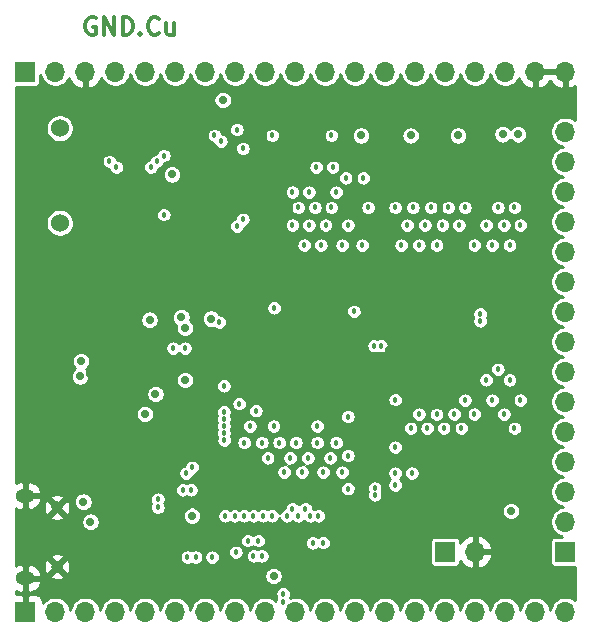
<source format=gbr>
G04 #@! TF.GenerationSoftware,KiCad,Pcbnew,(5.1.5)-3*
G04 #@! TF.CreationDate,2020-06-11T13:52:00+08:00*
G04 #@! TF.ProjectId,imx233-core,696d7832-3333-42d6-936f-72652e6b6963,rev?*
G04 #@! TF.SameCoordinates,Original*
G04 #@! TF.FileFunction,Copper,L2,Inr*
G04 #@! TF.FilePolarity,Positive*
%FSLAX46Y46*%
G04 Gerber Fmt 4.6, Leading zero omitted, Abs format (unit mm)*
G04 Created by KiCad (PCBNEW (5.1.5)-3) date 2020-06-11 13:52:00*
%MOMM*%
%LPD*%
G04 APERTURE LIST*
%ADD10C,0.300000*%
%ADD11C,1.524000*%
%ADD12O,1.700000X1.700000*%
%ADD13R,1.700000X1.700000*%
%ADD14C,1.000000*%
%ADD15O,1.600000X1.200000*%
%ADD16C,0.711200*%
%ADD17C,0.457200*%
%ADD18C,0.254000*%
G04 APERTURE END LIST*
D10*
X79317428Y-80706000D02*
X79174571Y-80634571D01*
X78960285Y-80634571D01*
X78746000Y-80706000D01*
X78603142Y-80848857D01*
X78531714Y-80991714D01*
X78460285Y-81277428D01*
X78460285Y-81491714D01*
X78531714Y-81777428D01*
X78603142Y-81920285D01*
X78746000Y-82063142D01*
X78960285Y-82134571D01*
X79103142Y-82134571D01*
X79317428Y-82063142D01*
X79388857Y-81991714D01*
X79388857Y-81491714D01*
X79103142Y-81491714D01*
X80031714Y-82134571D02*
X80031714Y-80634571D01*
X80888857Y-82134571D01*
X80888857Y-80634571D01*
X81603142Y-82134571D02*
X81603142Y-80634571D01*
X81960285Y-80634571D01*
X82174571Y-80706000D01*
X82317428Y-80848857D01*
X82388857Y-80991714D01*
X82460285Y-81277428D01*
X82460285Y-81491714D01*
X82388857Y-81777428D01*
X82317428Y-81920285D01*
X82174571Y-82063142D01*
X81960285Y-82134571D01*
X81603142Y-82134571D01*
X83103142Y-81991714D02*
X83174571Y-82063142D01*
X83103142Y-82134571D01*
X83031714Y-82063142D01*
X83103142Y-81991714D01*
X83103142Y-82134571D01*
X84674571Y-81991714D02*
X84603142Y-82063142D01*
X84388857Y-82134571D01*
X84246000Y-82134571D01*
X84031714Y-82063142D01*
X83888857Y-81920285D01*
X83817428Y-81777428D01*
X83746000Y-81491714D01*
X83746000Y-81277428D01*
X83817428Y-80991714D01*
X83888857Y-80848857D01*
X84031714Y-80706000D01*
X84246000Y-80634571D01*
X84388857Y-80634571D01*
X84603142Y-80706000D01*
X84674571Y-80777428D01*
X85960285Y-81134571D02*
X85960285Y-82134571D01*
X85317428Y-81134571D02*
X85317428Y-81920285D01*
X85388857Y-82063142D01*
X85531714Y-82134571D01*
X85746000Y-82134571D01*
X85888857Y-82063142D01*
X85960285Y-81991714D01*
D11*
X76286000Y-98056000D03*
X76286000Y-90056000D03*
D12*
X119076000Y-85266000D03*
X116536000Y-85266000D03*
X113996000Y-85266000D03*
X111456000Y-85266000D03*
X108916000Y-85266000D03*
X106376000Y-85266000D03*
X103836000Y-85266000D03*
X101296000Y-85266000D03*
X98756000Y-85266000D03*
X96216000Y-85266000D03*
X93676000Y-85266000D03*
X91136000Y-85266000D03*
X88596000Y-85266000D03*
X86056000Y-85266000D03*
X83516000Y-85266000D03*
X80976000Y-85266000D03*
X78436000Y-85266000D03*
X75896000Y-85266000D03*
D13*
X73356000Y-85266000D03*
D14*
X76048500Y-122156000D03*
X76048500Y-127156000D03*
D15*
X73348500Y-121156000D03*
X73348500Y-128156000D03*
D12*
X119076000Y-130986000D03*
X116536000Y-130986000D03*
X113996000Y-130986000D03*
X111456000Y-130986000D03*
X108916000Y-130986000D03*
X106376000Y-130986000D03*
X103836000Y-130986000D03*
X101296000Y-130986000D03*
X98756000Y-130986000D03*
X96216000Y-130986000D03*
X93676000Y-130986000D03*
X91136000Y-130986000D03*
X88596000Y-130986000D03*
X86056000Y-130986000D03*
X83516000Y-130986000D03*
X80976000Y-130986000D03*
X78436000Y-130986000D03*
X75896000Y-130986000D03*
D13*
X73356000Y-130986000D03*
D12*
X119076000Y-90346000D03*
X119076000Y-92886000D03*
X119076000Y-95426000D03*
X119076000Y-97966000D03*
X119076000Y-100506000D03*
X119076000Y-103046000D03*
X119076000Y-105586000D03*
X119076000Y-108126000D03*
X119076000Y-110666000D03*
X119076000Y-113206000D03*
X119076000Y-115746000D03*
X119076000Y-118286000D03*
X119076000Y-120826000D03*
X119076000Y-123366000D03*
D13*
X119076000Y-125906000D03*
D12*
X111456000Y-125906000D03*
D13*
X108916000Y-125906000D03*
D16*
X98786000Y-120756000D03*
X86886000Y-109856000D03*
X86786000Y-118056000D03*
X87686000Y-112656000D03*
D17*
X94466900Y-106656000D03*
D16*
X115986000Y-103856000D03*
X103386000Y-102556000D03*
X106386000Y-120156000D03*
X104139900Y-108856000D03*
X115986000Y-109856000D03*
D17*
X109605100Y-105156000D03*
X109605100Y-106356000D03*
D16*
X96886000Y-89556000D03*
X109286000Y-88556000D03*
X111786000Y-88556000D03*
X116386000Y-88556000D03*
X78886000Y-110856000D03*
X75386000Y-115156000D03*
X75386000Y-111956000D03*
X87286000Y-129856000D03*
X90986000Y-128756000D03*
D17*
X99110838Y-122875100D03*
D16*
X86886000Y-115456000D03*
D17*
X80086000Y-115856000D03*
D16*
X81886000Y-117956000D03*
X81286000Y-122856000D03*
X77386000Y-125956000D03*
X82086000Y-119956000D03*
X84786000Y-101856000D03*
X76686000Y-101756000D03*
X78386000Y-87056000D03*
X103086000Y-90656000D03*
X87886000Y-87056000D03*
X85786000Y-91756000D03*
X83486000Y-114256000D03*
X83886000Y-106256000D03*
X87486000Y-122856000D03*
X86586000Y-106056000D03*
X86886000Y-111356000D03*
X77986000Y-111056000D03*
X78286000Y-121656000D03*
X78886000Y-123356000D03*
X94386000Y-127956000D03*
X114486000Y-122456000D03*
X89076000Y-106166000D03*
X86886000Y-106956000D03*
X85786000Y-93956000D03*
X90086000Y-87656000D03*
D17*
X91466900Y-113356000D03*
X94286000Y-90656000D03*
X100686000Y-120556000D03*
X100686000Y-117756000D03*
X100686000Y-114456000D03*
X104686000Y-120256000D03*
D16*
X115086000Y-90556000D03*
X113786000Y-90556000D03*
X101786000Y-90656000D03*
X105986000Y-90656000D03*
X109986000Y-90656000D03*
D17*
X111886000Y-105756000D03*
X111886000Y-106356000D03*
D16*
X78086000Y-109756000D03*
X84386000Y-112556000D03*
D17*
X101186000Y-105556000D03*
X99286000Y-90656000D03*
X97986000Y-93356000D03*
X91886000Y-116656000D03*
X99386000Y-93356000D03*
X92386000Y-115256000D03*
X94436000Y-105256000D03*
X100486000Y-94256000D03*
X92886000Y-113956000D03*
X101986000Y-94256000D03*
X93386000Y-116656000D03*
X97386000Y-95456000D03*
X93886000Y-117956000D03*
X95986000Y-95456000D03*
X96486000Y-96756000D03*
X94386000Y-115256000D03*
X94866900Y-116656000D03*
X95986000Y-98256000D03*
X95286000Y-119156000D03*
X96986000Y-99956000D03*
X95786000Y-117956000D03*
X97386000Y-98256000D03*
X96286000Y-116656000D03*
X97886000Y-96756000D03*
X96786000Y-119156000D03*
X98386000Y-99956000D03*
X97286000Y-117956000D03*
X98786000Y-98256000D03*
X98086000Y-116656000D03*
X99286000Y-96756000D03*
X98086000Y-115256000D03*
X99686000Y-95456000D03*
X98586000Y-119156000D03*
X100186000Y-99956000D03*
X99186000Y-117956000D03*
X100686000Y-98256000D03*
X101886000Y-99956000D03*
X99686000Y-116656000D03*
X100186000Y-119156000D03*
X102386000Y-96756000D03*
X112386000Y-111356000D03*
X112386000Y-98256000D03*
X113386000Y-110456000D03*
X113386000Y-96756000D03*
X114366900Y-111356000D03*
X114366900Y-99956000D03*
X115286000Y-113056000D03*
X115286000Y-98256000D03*
X104686000Y-113019100D03*
X104686000Y-96756000D03*
X110586000Y-113056000D03*
X110586000Y-96756000D03*
X109686000Y-114256000D03*
X110086000Y-98256000D03*
X110286000Y-115456000D03*
X109186000Y-96756000D03*
X106686000Y-114256000D03*
X106686000Y-99956000D03*
X105986000Y-115456000D03*
X107186000Y-98256000D03*
X107386000Y-115456000D03*
X107686000Y-96756000D03*
X108186000Y-114275100D03*
X108186000Y-99956000D03*
X108786000Y-115456000D03*
X108686000Y-98256000D03*
X104686000Y-117056000D03*
X105186000Y-99956000D03*
X111386000Y-114256000D03*
X111386000Y-99956000D03*
X112886000Y-113056000D03*
X112886000Y-99956000D03*
X113886000Y-114256000D03*
X113886000Y-98256000D03*
X114786000Y-115456000D03*
X114786000Y-96756000D03*
X104686000Y-119256000D03*
X105686000Y-98256000D03*
X106086000Y-119256000D03*
X106186000Y-96756000D03*
X98186000Y-122852231D03*
X97495100Y-122856000D03*
X96486000Y-122856000D03*
X95986000Y-122256000D03*
X87486000Y-118756000D03*
X98586000Y-125125100D03*
X97086000Y-122256000D03*
X97686000Y-125156000D03*
X86986000Y-119256000D03*
X93095100Y-124956000D03*
X89786000Y-106456000D03*
X89386000Y-90656000D03*
X90186000Y-111856000D03*
X90186000Y-114056000D03*
X90186000Y-114656000D03*
X90186000Y-115256000D03*
X89928800Y-91156000D03*
X90186000Y-115856000D03*
X90212204Y-116476376D03*
X95495100Y-122856000D03*
X84586000Y-122156000D03*
X80486000Y-92856000D03*
X84486000Y-92856000D03*
X84586000Y-121456000D03*
X81086000Y-93356000D03*
X83986000Y-93356000D03*
X87386000Y-120656000D03*
X86686000Y-120656000D03*
X87786000Y-126356000D03*
X94256900Y-122856000D03*
X91886000Y-122856000D03*
X93486000Y-122856000D03*
X91086000Y-122856000D03*
X93386000Y-126256000D03*
X92686000Y-122856000D03*
X92186000Y-124956000D03*
X91186000Y-125956000D03*
X92686000Y-126256000D03*
X90286000Y-122856000D03*
X95186000Y-130156000D03*
X89186000Y-126356000D03*
X87086000Y-126356000D03*
X95186000Y-129456000D03*
X85086000Y-97356000D03*
X85086000Y-92356000D03*
X102947000Y-120507900D03*
X103478100Y-108456000D03*
X102947000Y-121092100D03*
X102893900Y-108456000D03*
X91286000Y-90156000D03*
X91286000Y-98356000D03*
X91786000Y-91756000D03*
X91786000Y-97756000D03*
X86886000Y-108656000D03*
X85886000Y-108656000D03*
D18*
G36*
X78563000Y-85139000D02*
G01*
X78583000Y-85139000D01*
X78583000Y-85393000D01*
X78563000Y-85393000D01*
X78563000Y-86586155D01*
X78792890Y-86707476D01*
X78940099Y-86662825D01*
X79202920Y-86537641D01*
X79436269Y-86363588D01*
X79631178Y-86147355D01*
X79780157Y-85897252D01*
X79812406Y-85806340D01*
X79840084Y-85873160D01*
X79980361Y-86083100D01*
X80158900Y-86261639D01*
X80368840Y-86401916D01*
X80602113Y-86498541D01*
X80849754Y-86547800D01*
X81102246Y-86547800D01*
X81349887Y-86498541D01*
X81583160Y-86401916D01*
X81793100Y-86261639D01*
X81971639Y-86083100D01*
X82111916Y-85873160D01*
X82208541Y-85639887D01*
X82246000Y-85451568D01*
X82283459Y-85639887D01*
X82380084Y-85873160D01*
X82520361Y-86083100D01*
X82698900Y-86261639D01*
X82908840Y-86401916D01*
X83142113Y-86498541D01*
X83389754Y-86547800D01*
X83642246Y-86547800D01*
X83889887Y-86498541D01*
X84123160Y-86401916D01*
X84333100Y-86261639D01*
X84511639Y-86083100D01*
X84651916Y-85873160D01*
X84748541Y-85639887D01*
X84786000Y-85451568D01*
X84823459Y-85639887D01*
X84920084Y-85873160D01*
X85060361Y-86083100D01*
X85238900Y-86261639D01*
X85448840Y-86401916D01*
X85682113Y-86498541D01*
X85929754Y-86547800D01*
X86182246Y-86547800D01*
X86429887Y-86498541D01*
X86663160Y-86401916D01*
X86873100Y-86261639D01*
X87051639Y-86083100D01*
X87191916Y-85873160D01*
X87288541Y-85639887D01*
X87326000Y-85451568D01*
X87363459Y-85639887D01*
X87460084Y-85873160D01*
X87600361Y-86083100D01*
X87778900Y-86261639D01*
X87988840Y-86401916D01*
X88222113Y-86498541D01*
X88469754Y-86547800D01*
X88722246Y-86547800D01*
X88969887Y-86498541D01*
X89203160Y-86401916D01*
X89413100Y-86261639D01*
X89591639Y-86083100D01*
X89731916Y-85873160D01*
X89828541Y-85639887D01*
X89866000Y-85451568D01*
X89903459Y-85639887D01*
X90000084Y-85873160D01*
X90140361Y-86083100D01*
X90318900Y-86261639D01*
X90528840Y-86401916D01*
X90762113Y-86498541D01*
X91009754Y-86547800D01*
X91262246Y-86547800D01*
X91509887Y-86498541D01*
X91743160Y-86401916D01*
X91953100Y-86261639D01*
X92131639Y-86083100D01*
X92271916Y-85873160D01*
X92368541Y-85639887D01*
X92406000Y-85451568D01*
X92443459Y-85639887D01*
X92540084Y-85873160D01*
X92680361Y-86083100D01*
X92858900Y-86261639D01*
X93068840Y-86401916D01*
X93302113Y-86498541D01*
X93549754Y-86547800D01*
X93802246Y-86547800D01*
X94049887Y-86498541D01*
X94283160Y-86401916D01*
X94493100Y-86261639D01*
X94671639Y-86083100D01*
X94811916Y-85873160D01*
X94908541Y-85639887D01*
X94946000Y-85451568D01*
X94983459Y-85639887D01*
X95080084Y-85873160D01*
X95220361Y-86083100D01*
X95398900Y-86261639D01*
X95608840Y-86401916D01*
X95842113Y-86498541D01*
X96089754Y-86547800D01*
X96342246Y-86547800D01*
X96589887Y-86498541D01*
X96823160Y-86401916D01*
X97033100Y-86261639D01*
X97211639Y-86083100D01*
X97351916Y-85873160D01*
X97448541Y-85639887D01*
X97486000Y-85451568D01*
X97523459Y-85639887D01*
X97620084Y-85873160D01*
X97760361Y-86083100D01*
X97938900Y-86261639D01*
X98148840Y-86401916D01*
X98382113Y-86498541D01*
X98629754Y-86547800D01*
X98882246Y-86547800D01*
X99129887Y-86498541D01*
X99363160Y-86401916D01*
X99573100Y-86261639D01*
X99751639Y-86083100D01*
X99891916Y-85873160D01*
X99988541Y-85639887D01*
X100026000Y-85451568D01*
X100063459Y-85639887D01*
X100160084Y-85873160D01*
X100300361Y-86083100D01*
X100478900Y-86261639D01*
X100688840Y-86401916D01*
X100922113Y-86498541D01*
X101169754Y-86547800D01*
X101422246Y-86547800D01*
X101669887Y-86498541D01*
X101903160Y-86401916D01*
X102113100Y-86261639D01*
X102291639Y-86083100D01*
X102431916Y-85873160D01*
X102528541Y-85639887D01*
X102566000Y-85451568D01*
X102603459Y-85639887D01*
X102700084Y-85873160D01*
X102840361Y-86083100D01*
X103018900Y-86261639D01*
X103228840Y-86401916D01*
X103462113Y-86498541D01*
X103709754Y-86547800D01*
X103962246Y-86547800D01*
X104209887Y-86498541D01*
X104443160Y-86401916D01*
X104653100Y-86261639D01*
X104831639Y-86083100D01*
X104971916Y-85873160D01*
X105068541Y-85639887D01*
X105106000Y-85451568D01*
X105143459Y-85639887D01*
X105240084Y-85873160D01*
X105380361Y-86083100D01*
X105558900Y-86261639D01*
X105768840Y-86401916D01*
X106002113Y-86498541D01*
X106249754Y-86547800D01*
X106502246Y-86547800D01*
X106749887Y-86498541D01*
X106983160Y-86401916D01*
X107193100Y-86261639D01*
X107371639Y-86083100D01*
X107511916Y-85873160D01*
X107608541Y-85639887D01*
X107646000Y-85451568D01*
X107683459Y-85639887D01*
X107780084Y-85873160D01*
X107920361Y-86083100D01*
X108098900Y-86261639D01*
X108308840Y-86401916D01*
X108542113Y-86498541D01*
X108789754Y-86547800D01*
X109042246Y-86547800D01*
X109289887Y-86498541D01*
X109523160Y-86401916D01*
X109733100Y-86261639D01*
X109911639Y-86083100D01*
X110051916Y-85873160D01*
X110148541Y-85639887D01*
X110186000Y-85451568D01*
X110223459Y-85639887D01*
X110320084Y-85873160D01*
X110460361Y-86083100D01*
X110638900Y-86261639D01*
X110848840Y-86401916D01*
X111082113Y-86498541D01*
X111329754Y-86547800D01*
X111582246Y-86547800D01*
X111829887Y-86498541D01*
X112063160Y-86401916D01*
X112273100Y-86261639D01*
X112451639Y-86083100D01*
X112591916Y-85873160D01*
X112688541Y-85639887D01*
X112726000Y-85451568D01*
X112763459Y-85639887D01*
X112860084Y-85873160D01*
X113000361Y-86083100D01*
X113178900Y-86261639D01*
X113388840Y-86401916D01*
X113622113Y-86498541D01*
X113869754Y-86547800D01*
X114122246Y-86547800D01*
X114369887Y-86498541D01*
X114603160Y-86401916D01*
X114813100Y-86261639D01*
X114991639Y-86083100D01*
X115131916Y-85873160D01*
X115159594Y-85806340D01*
X115191843Y-85897252D01*
X115340822Y-86147355D01*
X115535731Y-86363588D01*
X115769080Y-86537641D01*
X116031901Y-86662825D01*
X116179110Y-86707476D01*
X116409000Y-86586155D01*
X116409000Y-85393000D01*
X116663000Y-85393000D01*
X116663000Y-86586155D01*
X116892890Y-86707476D01*
X117040099Y-86662825D01*
X117302920Y-86537641D01*
X117536269Y-86363588D01*
X117731178Y-86147355D01*
X117806000Y-86021745D01*
X117880822Y-86147355D01*
X118075731Y-86363588D01*
X118309080Y-86537641D01*
X118571901Y-86662825D01*
X118719110Y-86707476D01*
X118949000Y-86586155D01*
X118949000Y-85393000D01*
X116663000Y-85393000D01*
X116409000Y-85393000D01*
X116389000Y-85393000D01*
X116389000Y-85139000D01*
X116409000Y-85139000D01*
X116409000Y-85119000D01*
X116663000Y-85119000D01*
X116663000Y-85139000D01*
X118949000Y-85139000D01*
X118949000Y-85119000D01*
X119203000Y-85119000D01*
X119203000Y-85139000D01*
X119223000Y-85139000D01*
X119223000Y-85393000D01*
X119203000Y-85393000D01*
X119203000Y-86586155D01*
X119432890Y-86707476D01*
X119580099Y-86662825D01*
X119842920Y-86537641D01*
X119889201Y-86503120D01*
X119889201Y-89347756D01*
X119683160Y-89210084D01*
X119449887Y-89113459D01*
X119202246Y-89064200D01*
X118949754Y-89064200D01*
X118702113Y-89113459D01*
X118468840Y-89210084D01*
X118258900Y-89350361D01*
X118080361Y-89528900D01*
X117940084Y-89738840D01*
X117843459Y-89972113D01*
X117794200Y-90219754D01*
X117794200Y-90472246D01*
X117843459Y-90719887D01*
X117940084Y-90953160D01*
X118080361Y-91163100D01*
X118258900Y-91341639D01*
X118468840Y-91481916D01*
X118702113Y-91578541D01*
X118890432Y-91616000D01*
X118702113Y-91653459D01*
X118468840Y-91750084D01*
X118258900Y-91890361D01*
X118080361Y-92068900D01*
X117940084Y-92278840D01*
X117843459Y-92512113D01*
X117794200Y-92759754D01*
X117794200Y-93012246D01*
X117843459Y-93259887D01*
X117940084Y-93493160D01*
X118080361Y-93703100D01*
X118258900Y-93881639D01*
X118468840Y-94021916D01*
X118702113Y-94118541D01*
X118890432Y-94156000D01*
X118702113Y-94193459D01*
X118468840Y-94290084D01*
X118258900Y-94430361D01*
X118080361Y-94608900D01*
X117940084Y-94818840D01*
X117843459Y-95052113D01*
X117794200Y-95299754D01*
X117794200Y-95552246D01*
X117843459Y-95799887D01*
X117940084Y-96033160D01*
X118080361Y-96243100D01*
X118258900Y-96421639D01*
X118468840Y-96561916D01*
X118702113Y-96658541D01*
X118890432Y-96696000D01*
X118702113Y-96733459D01*
X118468840Y-96830084D01*
X118258900Y-96970361D01*
X118080361Y-97148900D01*
X117940084Y-97358840D01*
X117843459Y-97592113D01*
X117794200Y-97839754D01*
X117794200Y-98092246D01*
X117843459Y-98339887D01*
X117940084Y-98573160D01*
X118080361Y-98783100D01*
X118258900Y-98961639D01*
X118468840Y-99101916D01*
X118702113Y-99198541D01*
X118890432Y-99236000D01*
X118702113Y-99273459D01*
X118468840Y-99370084D01*
X118258900Y-99510361D01*
X118080361Y-99688900D01*
X117940084Y-99898840D01*
X117843459Y-100132113D01*
X117794200Y-100379754D01*
X117794200Y-100632246D01*
X117843459Y-100879887D01*
X117940084Y-101113160D01*
X118080361Y-101323100D01*
X118258900Y-101501639D01*
X118468840Y-101641916D01*
X118702113Y-101738541D01*
X118890432Y-101776000D01*
X118702113Y-101813459D01*
X118468840Y-101910084D01*
X118258900Y-102050361D01*
X118080361Y-102228900D01*
X117940084Y-102438840D01*
X117843459Y-102672113D01*
X117794200Y-102919754D01*
X117794200Y-103172246D01*
X117843459Y-103419887D01*
X117940084Y-103653160D01*
X118080361Y-103863100D01*
X118258900Y-104041639D01*
X118468840Y-104181916D01*
X118702113Y-104278541D01*
X118890432Y-104316000D01*
X118702113Y-104353459D01*
X118468840Y-104450084D01*
X118258900Y-104590361D01*
X118080361Y-104768900D01*
X117940084Y-104978840D01*
X117843459Y-105212113D01*
X117794200Y-105459754D01*
X117794200Y-105712246D01*
X117843459Y-105959887D01*
X117940084Y-106193160D01*
X118080361Y-106403100D01*
X118258900Y-106581639D01*
X118468840Y-106721916D01*
X118702113Y-106818541D01*
X118890432Y-106856000D01*
X118702113Y-106893459D01*
X118468840Y-106990084D01*
X118258900Y-107130361D01*
X118080361Y-107308900D01*
X117940084Y-107518840D01*
X117843459Y-107752113D01*
X117794200Y-107999754D01*
X117794200Y-108252246D01*
X117843459Y-108499887D01*
X117940084Y-108733160D01*
X118080361Y-108943100D01*
X118258900Y-109121639D01*
X118468840Y-109261916D01*
X118702113Y-109358541D01*
X118890432Y-109396000D01*
X118702113Y-109433459D01*
X118468840Y-109530084D01*
X118258900Y-109670361D01*
X118080361Y-109848900D01*
X117940084Y-110058840D01*
X117843459Y-110292113D01*
X117794200Y-110539754D01*
X117794200Y-110792246D01*
X117843459Y-111039887D01*
X117940084Y-111273160D01*
X118080361Y-111483100D01*
X118258900Y-111661639D01*
X118468840Y-111801916D01*
X118702113Y-111898541D01*
X118890432Y-111936000D01*
X118702113Y-111973459D01*
X118468840Y-112070084D01*
X118258900Y-112210361D01*
X118080361Y-112388900D01*
X117940084Y-112598840D01*
X117843459Y-112832113D01*
X117794200Y-113079754D01*
X117794200Y-113332246D01*
X117843459Y-113579887D01*
X117940084Y-113813160D01*
X118080361Y-114023100D01*
X118258900Y-114201639D01*
X118468840Y-114341916D01*
X118702113Y-114438541D01*
X118890432Y-114476000D01*
X118702113Y-114513459D01*
X118468840Y-114610084D01*
X118258900Y-114750361D01*
X118080361Y-114928900D01*
X117940084Y-115138840D01*
X117843459Y-115372113D01*
X117794200Y-115619754D01*
X117794200Y-115872246D01*
X117843459Y-116119887D01*
X117940084Y-116353160D01*
X118080361Y-116563100D01*
X118258900Y-116741639D01*
X118468840Y-116881916D01*
X118702113Y-116978541D01*
X118890432Y-117016000D01*
X118702113Y-117053459D01*
X118468840Y-117150084D01*
X118258900Y-117290361D01*
X118080361Y-117468900D01*
X117940084Y-117678840D01*
X117843459Y-117912113D01*
X117794200Y-118159754D01*
X117794200Y-118412246D01*
X117843459Y-118659887D01*
X117940084Y-118893160D01*
X118080361Y-119103100D01*
X118258900Y-119281639D01*
X118468840Y-119421916D01*
X118702113Y-119518541D01*
X118890432Y-119556000D01*
X118702113Y-119593459D01*
X118468840Y-119690084D01*
X118258900Y-119830361D01*
X118080361Y-120008900D01*
X117940084Y-120218840D01*
X117843459Y-120452113D01*
X117794200Y-120699754D01*
X117794200Y-120952246D01*
X117843459Y-121199887D01*
X117940084Y-121433160D01*
X118080361Y-121643100D01*
X118258900Y-121821639D01*
X118468840Y-121961916D01*
X118702113Y-122058541D01*
X118890432Y-122096000D01*
X118702113Y-122133459D01*
X118468840Y-122230084D01*
X118258900Y-122370361D01*
X118080361Y-122548900D01*
X117940084Y-122758840D01*
X117843459Y-122992113D01*
X117794200Y-123239754D01*
X117794200Y-123492246D01*
X117843459Y-123739887D01*
X117940084Y-123973160D01*
X118080361Y-124183100D01*
X118258900Y-124361639D01*
X118468840Y-124501916D01*
X118702113Y-124598541D01*
X118820607Y-124622111D01*
X118226000Y-124622111D01*
X118141352Y-124630448D01*
X118059958Y-124655139D01*
X117984944Y-124695234D01*
X117919194Y-124749194D01*
X117865234Y-124814944D01*
X117825139Y-124889958D01*
X117800448Y-124971352D01*
X117792111Y-125056000D01*
X117792111Y-126756000D01*
X117800448Y-126840648D01*
X117825139Y-126922042D01*
X117865234Y-126997056D01*
X117919194Y-127062806D01*
X117984944Y-127116766D01*
X118059958Y-127156861D01*
X118141352Y-127181552D01*
X118226000Y-127189889D01*
X119889200Y-127189889D01*
X119889200Y-129987755D01*
X119683160Y-129850084D01*
X119449887Y-129753459D01*
X119202246Y-129704200D01*
X118949754Y-129704200D01*
X118702113Y-129753459D01*
X118468840Y-129850084D01*
X118258900Y-129990361D01*
X118080361Y-130168900D01*
X117940084Y-130378840D01*
X117843459Y-130612113D01*
X117806000Y-130800432D01*
X117768541Y-130612113D01*
X117671916Y-130378840D01*
X117531639Y-130168900D01*
X117353100Y-129990361D01*
X117143160Y-129850084D01*
X116909887Y-129753459D01*
X116662246Y-129704200D01*
X116409754Y-129704200D01*
X116162113Y-129753459D01*
X115928840Y-129850084D01*
X115718900Y-129990361D01*
X115540361Y-130168900D01*
X115400084Y-130378840D01*
X115303459Y-130612113D01*
X115266000Y-130800432D01*
X115228541Y-130612113D01*
X115131916Y-130378840D01*
X114991639Y-130168900D01*
X114813100Y-129990361D01*
X114603160Y-129850084D01*
X114369887Y-129753459D01*
X114122246Y-129704200D01*
X113869754Y-129704200D01*
X113622113Y-129753459D01*
X113388840Y-129850084D01*
X113178900Y-129990361D01*
X113000361Y-130168900D01*
X112860084Y-130378840D01*
X112763459Y-130612113D01*
X112726000Y-130800432D01*
X112688541Y-130612113D01*
X112591916Y-130378840D01*
X112451639Y-130168900D01*
X112273100Y-129990361D01*
X112063160Y-129850084D01*
X111829887Y-129753459D01*
X111582246Y-129704200D01*
X111329754Y-129704200D01*
X111082113Y-129753459D01*
X110848840Y-129850084D01*
X110638900Y-129990361D01*
X110460361Y-130168900D01*
X110320084Y-130378840D01*
X110223459Y-130612113D01*
X110186000Y-130800432D01*
X110148541Y-130612113D01*
X110051916Y-130378840D01*
X109911639Y-130168900D01*
X109733100Y-129990361D01*
X109523160Y-129850084D01*
X109289887Y-129753459D01*
X109042246Y-129704200D01*
X108789754Y-129704200D01*
X108542113Y-129753459D01*
X108308840Y-129850084D01*
X108098900Y-129990361D01*
X107920361Y-130168900D01*
X107780084Y-130378840D01*
X107683459Y-130612113D01*
X107646000Y-130800432D01*
X107608541Y-130612113D01*
X107511916Y-130378840D01*
X107371639Y-130168900D01*
X107193100Y-129990361D01*
X106983160Y-129850084D01*
X106749887Y-129753459D01*
X106502246Y-129704200D01*
X106249754Y-129704200D01*
X106002113Y-129753459D01*
X105768840Y-129850084D01*
X105558900Y-129990361D01*
X105380361Y-130168900D01*
X105240084Y-130378840D01*
X105143459Y-130612113D01*
X105106000Y-130800432D01*
X105068541Y-130612113D01*
X104971916Y-130378840D01*
X104831639Y-130168900D01*
X104653100Y-129990361D01*
X104443160Y-129850084D01*
X104209887Y-129753459D01*
X103962246Y-129704200D01*
X103709754Y-129704200D01*
X103462113Y-129753459D01*
X103228840Y-129850084D01*
X103018900Y-129990361D01*
X102840361Y-130168900D01*
X102700084Y-130378840D01*
X102603459Y-130612113D01*
X102566000Y-130800432D01*
X102528541Y-130612113D01*
X102431916Y-130378840D01*
X102291639Y-130168900D01*
X102113100Y-129990361D01*
X101903160Y-129850084D01*
X101669887Y-129753459D01*
X101422246Y-129704200D01*
X101169754Y-129704200D01*
X100922113Y-129753459D01*
X100688840Y-129850084D01*
X100478900Y-129990361D01*
X100300361Y-130168900D01*
X100160084Y-130378840D01*
X100063459Y-130612113D01*
X100026000Y-130800432D01*
X99988541Y-130612113D01*
X99891916Y-130378840D01*
X99751639Y-130168900D01*
X99573100Y-129990361D01*
X99363160Y-129850084D01*
X99129887Y-129753459D01*
X98882246Y-129704200D01*
X98629754Y-129704200D01*
X98382113Y-129753459D01*
X98148840Y-129850084D01*
X97938900Y-129990361D01*
X97760361Y-130168900D01*
X97620084Y-130378840D01*
X97523459Y-130612113D01*
X97486000Y-130800432D01*
X97448541Y-130612113D01*
X97351916Y-130378840D01*
X97211639Y-130168900D01*
X97033100Y-129990361D01*
X96823160Y-129850084D01*
X96589887Y-129753459D01*
X96342246Y-129704200D01*
X96089754Y-129704200D01*
X95842113Y-129753459D01*
X95758305Y-129788173D01*
X95771239Y-129768817D01*
X95821021Y-129648631D01*
X95846400Y-129521044D01*
X95846400Y-129390956D01*
X95821021Y-129263369D01*
X95771239Y-129143183D01*
X95698966Y-129035020D01*
X95606980Y-128943034D01*
X95498817Y-128870761D01*
X95378631Y-128820979D01*
X95251044Y-128795600D01*
X95120956Y-128795600D01*
X94993369Y-128820979D01*
X94873183Y-128870761D01*
X94765020Y-128943034D01*
X94673034Y-129035020D01*
X94600761Y-129143183D01*
X94550979Y-129263369D01*
X94525600Y-129390956D01*
X94525600Y-129521044D01*
X94550979Y-129648631D01*
X94600761Y-129768817D01*
X94625606Y-129806000D01*
X94600761Y-129843183D01*
X94550979Y-129963369D01*
X94536898Y-130034159D01*
X94493100Y-129990361D01*
X94283160Y-129850084D01*
X94049887Y-129753459D01*
X93802246Y-129704200D01*
X93549754Y-129704200D01*
X93302113Y-129753459D01*
X93068840Y-129850084D01*
X92858900Y-129990361D01*
X92680361Y-130168900D01*
X92540084Y-130378840D01*
X92443459Y-130612113D01*
X92406000Y-130800432D01*
X92368541Y-130612113D01*
X92271916Y-130378840D01*
X92131639Y-130168900D01*
X91953100Y-129990361D01*
X91743160Y-129850084D01*
X91509887Y-129753459D01*
X91262246Y-129704200D01*
X91009754Y-129704200D01*
X90762113Y-129753459D01*
X90528840Y-129850084D01*
X90318900Y-129990361D01*
X90140361Y-130168900D01*
X90000084Y-130378840D01*
X89903459Y-130612113D01*
X89866000Y-130800432D01*
X89828541Y-130612113D01*
X89731916Y-130378840D01*
X89591639Y-130168900D01*
X89413100Y-129990361D01*
X89203160Y-129850084D01*
X88969887Y-129753459D01*
X88722246Y-129704200D01*
X88469754Y-129704200D01*
X88222113Y-129753459D01*
X87988840Y-129850084D01*
X87778900Y-129990361D01*
X87600361Y-130168900D01*
X87460084Y-130378840D01*
X87363459Y-130612113D01*
X87326000Y-130800432D01*
X87288541Y-130612113D01*
X87191916Y-130378840D01*
X87051639Y-130168900D01*
X86873100Y-129990361D01*
X86663160Y-129850084D01*
X86429887Y-129753459D01*
X86182246Y-129704200D01*
X85929754Y-129704200D01*
X85682113Y-129753459D01*
X85448840Y-129850084D01*
X85238900Y-129990361D01*
X85060361Y-130168900D01*
X84920084Y-130378840D01*
X84823459Y-130612113D01*
X84786000Y-130800432D01*
X84748541Y-130612113D01*
X84651916Y-130378840D01*
X84511639Y-130168900D01*
X84333100Y-129990361D01*
X84123160Y-129850084D01*
X83889887Y-129753459D01*
X83642246Y-129704200D01*
X83389754Y-129704200D01*
X83142113Y-129753459D01*
X82908840Y-129850084D01*
X82698900Y-129990361D01*
X82520361Y-130168900D01*
X82380084Y-130378840D01*
X82283459Y-130612113D01*
X82246000Y-130800432D01*
X82208541Y-130612113D01*
X82111916Y-130378840D01*
X81971639Y-130168900D01*
X81793100Y-129990361D01*
X81583160Y-129850084D01*
X81349887Y-129753459D01*
X81102246Y-129704200D01*
X80849754Y-129704200D01*
X80602113Y-129753459D01*
X80368840Y-129850084D01*
X80158900Y-129990361D01*
X79980361Y-130168900D01*
X79840084Y-130378840D01*
X79743459Y-130612113D01*
X79706000Y-130800432D01*
X79668541Y-130612113D01*
X79571916Y-130378840D01*
X79431639Y-130168900D01*
X79253100Y-129990361D01*
X79043160Y-129850084D01*
X78809887Y-129753459D01*
X78562246Y-129704200D01*
X78309754Y-129704200D01*
X78062113Y-129753459D01*
X77828840Y-129850084D01*
X77618900Y-129990361D01*
X77440361Y-130168900D01*
X77300084Y-130378840D01*
X77203459Y-130612113D01*
X77166000Y-130800432D01*
X77128541Y-130612113D01*
X77031916Y-130378840D01*
X76891639Y-130168900D01*
X76713100Y-129990361D01*
X76503160Y-129850084D01*
X76269887Y-129753459D01*
X76022246Y-129704200D01*
X75769754Y-129704200D01*
X75522113Y-129753459D01*
X75288840Y-129850084D01*
X75078900Y-129990361D01*
X74900361Y-130168900D01*
X74843429Y-130254105D01*
X74844072Y-130136000D01*
X74831812Y-130011518D01*
X74795502Y-129891820D01*
X74736537Y-129781506D01*
X74657185Y-129684815D01*
X74560494Y-129605463D01*
X74450180Y-129546498D01*
X74330482Y-129510188D01*
X74206000Y-129497928D01*
X73641750Y-129501000D01*
X73483000Y-129659750D01*
X73483000Y-130859000D01*
X73503000Y-130859000D01*
X73503000Y-131113000D01*
X73483000Y-131113000D01*
X73483000Y-131133000D01*
X73229000Y-131133000D01*
X73229000Y-131113000D01*
X73209000Y-131113000D01*
X73209000Y-130859000D01*
X73229000Y-130859000D01*
X73229000Y-129659750D01*
X73070250Y-129501000D01*
X72542800Y-129498128D01*
X72542800Y-129236513D01*
X72563500Y-129250346D01*
X72788237Y-129343446D01*
X73026819Y-129390913D01*
X73221500Y-129235994D01*
X73221500Y-128283000D01*
X73475500Y-128283000D01*
X73475500Y-129235994D01*
X73670181Y-129390913D01*
X73908763Y-129343446D01*
X74133500Y-129250346D01*
X74335756Y-129115191D01*
X74507758Y-128943174D01*
X74642896Y-128740907D01*
X74735977Y-128516162D01*
X74741962Y-128473609D01*
X74617231Y-128283000D01*
X73475500Y-128283000D01*
X73221500Y-128283000D01*
X73201500Y-128283000D01*
X73201500Y-128029000D01*
X73221500Y-128029000D01*
X73221500Y-127076006D01*
X73475500Y-127076006D01*
X73475500Y-128029000D01*
X74617231Y-128029000D01*
X74679288Y-127934166D01*
X75449939Y-127934166D01*
X75485050Y-128147588D01*
X75689326Y-128238458D01*
X75907405Y-128287731D01*
X76130906Y-128293511D01*
X76351240Y-128255577D01*
X76559940Y-128175387D01*
X76611950Y-128147588D01*
X76647061Y-127934166D01*
X76591343Y-127878448D01*
X93598600Y-127878448D01*
X93598600Y-128033552D01*
X93628859Y-128185676D01*
X93688215Y-128328974D01*
X93774386Y-128457938D01*
X93884062Y-128567614D01*
X94013026Y-128653785D01*
X94156324Y-128713141D01*
X94308448Y-128743400D01*
X94463552Y-128743400D01*
X94615676Y-128713141D01*
X94758974Y-128653785D01*
X94887938Y-128567614D01*
X94997614Y-128457938D01*
X95083785Y-128328974D01*
X95143141Y-128185676D01*
X95173400Y-128033552D01*
X95173400Y-127878448D01*
X95143141Y-127726324D01*
X95083785Y-127583026D01*
X94997614Y-127454062D01*
X94887938Y-127344386D01*
X94758974Y-127258215D01*
X94615676Y-127198859D01*
X94463552Y-127168600D01*
X94308448Y-127168600D01*
X94156324Y-127198859D01*
X94013026Y-127258215D01*
X93884062Y-127344386D01*
X93774386Y-127454062D01*
X93688215Y-127583026D01*
X93628859Y-127726324D01*
X93598600Y-127878448D01*
X76591343Y-127878448D01*
X76048500Y-127335605D01*
X75449939Y-127934166D01*
X74679288Y-127934166D01*
X74741962Y-127838391D01*
X74735977Y-127795838D01*
X74642896Y-127571093D01*
X74507758Y-127368826D01*
X74377350Y-127238406D01*
X74910989Y-127238406D01*
X74948923Y-127458740D01*
X75029113Y-127667440D01*
X75056912Y-127719450D01*
X75270334Y-127754561D01*
X75868895Y-127156000D01*
X76228105Y-127156000D01*
X76826666Y-127754561D01*
X77040088Y-127719450D01*
X77130958Y-127515174D01*
X77180231Y-127297095D01*
X77186011Y-127073594D01*
X77148077Y-126853260D01*
X77067887Y-126644560D01*
X77040088Y-126592550D01*
X76826666Y-126557439D01*
X76228105Y-127156000D01*
X75868895Y-127156000D01*
X75270334Y-126557439D01*
X75056912Y-126592550D01*
X74966042Y-126796826D01*
X74916769Y-127014905D01*
X74910989Y-127238406D01*
X74377350Y-127238406D01*
X74335756Y-127196809D01*
X74133500Y-127061654D01*
X73908763Y-126968554D01*
X73670181Y-126921087D01*
X73475500Y-127076006D01*
X73221500Y-127076006D01*
X73026819Y-126921087D01*
X72788237Y-126968554D01*
X72563500Y-127061654D01*
X72542800Y-127075487D01*
X72542800Y-126377834D01*
X75449939Y-126377834D01*
X76048500Y-126976395D01*
X76647061Y-126377834D01*
X76632769Y-126290956D01*
X86425600Y-126290956D01*
X86425600Y-126421044D01*
X86450979Y-126548631D01*
X86500761Y-126668817D01*
X86573034Y-126776980D01*
X86665020Y-126868966D01*
X86773183Y-126941239D01*
X86893369Y-126991021D01*
X87020956Y-127016400D01*
X87151044Y-127016400D01*
X87278631Y-126991021D01*
X87398817Y-126941239D01*
X87436000Y-126916394D01*
X87473183Y-126941239D01*
X87593369Y-126991021D01*
X87720956Y-127016400D01*
X87851044Y-127016400D01*
X87978631Y-126991021D01*
X88098817Y-126941239D01*
X88206980Y-126868966D01*
X88298966Y-126776980D01*
X88371239Y-126668817D01*
X88421021Y-126548631D01*
X88446400Y-126421044D01*
X88446400Y-126290956D01*
X88525600Y-126290956D01*
X88525600Y-126421044D01*
X88550979Y-126548631D01*
X88600761Y-126668817D01*
X88673034Y-126776980D01*
X88765020Y-126868966D01*
X88873183Y-126941239D01*
X88993369Y-126991021D01*
X89120956Y-127016400D01*
X89251044Y-127016400D01*
X89378631Y-126991021D01*
X89498817Y-126941239D01*
X89606980Y-126868966D01*
X89698966Y-126776980D01*
X89771239Y-126668817D01*
X89821021Y-126548631D01*
X89846400Y-126421044D01*
X89846400Y-126290956D01*
X89821021Y-126163369D01*
X89771239Y-126043183D01*
X89698966Y-125935020D01*
X89654902Y-125890956D01*
X90525600Y-125890956D01*
X90525600Y-126021044D01*
X90550979Y-126148631D01*
X90600761Y-126268817D01*
X90673034Y-126376980D01*
X90765020Y-126468966D01*
X90873183Y-126541239D01*
X90993369Y-126591021D01*
X91120956Y-126616400D01*
X91251044Y-126616400D01*
X91378631Y-126591021D01*
X91498817Y-126541239D01*
X91606980Y-126468966D01*
X91698966Y-126376980D01*
X91771239Y-126268817D01*
X91803489Y-126190956D01*
X92025600Y-126190956D01*
X92025600Y-126321044D01*
X92050979Y-126448631D01*
X92100761Y-126568817D01*
X92173034Y-126676980D01*
X92265020Y-126768966D01*
X92373183Y-126841239D01*
X92493369Y-126891021D01*
X92620956Y-126916400D01*
X92751044Y-126916400D01*
X92878631Y-126891021D01*
X92998817Y-126841239D01*
X93036000Y-126816394D01*
X93073183Y-126841239D01*
X93193369Y-126891021D01*
X93320956Y-126916400D01*
X93451044Y-126916400D01*
X93578631Y-126891021D01*
X93698817Y-126841239D01*
X93806980Y-126768966D01*
X93898966Y-126676980D01*
X93971239Y-126568817D01*
X94021021Y-126448631D01*
X94046400Y-126321044D01*
X94046400Y-126190956D01*
X94021021Y-126063369D01*
X93971239Y-125943183D01*
X93898966Y-125835020D01*
X93806980Y-125743034D01*
X93698817Y-125670761D01*
X93578631Y-125620979D01*
X93451044Y-125595600D01*
X93320956Y-125595600D01*
X93193369Y-125620979D01*
X93073183Y-125670761D01*
X93036000Y-125695606D01*
X92998817Y-125670761D01*
X92878631Y-125620979D01*
X92751044Y-125595600D01*
X92620956Y-125595600D01*
X92493369Y-125620979D01*
X92373183Y-125670761D01*
X92265020Y-125743034D01*
X92173034Y-125835020D01*
X92100761Y-125943183D01*
X92050979Y-126063369D01*
X92025600Y-126190956D01*
X91803489Y-126190956D01*
X91821021Y-126148631D01*
X91846400Y-126021044D01*
X91846400Y-125890956D01*
X91821021Y-125763369D01*
X91771239Y-125643183D01*
X91698966Y-125535020D01*
X91606980Y-125443034D01*
X91498817Y-125370761D01*
X91378631Y-125320979D01*
X91251044Y-125295600D01*
X91120956Y-125295600D01*
X90993369Y-125320979D01*
X90873183Y-125370761D01*
X90765020Y-125443034D01*
X90673034Y-125535020D01*
X90600761Y-125643183D01*
X90550979Y-125763369D01*
X90525600Y-125890956D01*
X89654902Y-125890956D01*
X89606980Y-125843034D01*
X89498817Y-125770761D01*
X89378631Y-125720979D01*
X89251044Y-125695600D01*
X89120956Y-125695600D01*
X88993369Y-125720979D01*
X88873183Y-125770761D01*
X88765020Y-125843034D01*
X88673034Y-125935020D01*
X88600761Y-126043183D01*
X88550979Y-126163369D01*
X88525600Y-126290956D01*
X88446400Y-126290956D01*
X88421021Y-126163369D01*
X88371239Y-126043183D01*
X88298966Y-125935020D01*
X88206980Y-125843034D01*
X88098817Y-125770761D01*
X87978631Y-125720979D01*
X87851044Y-125695600D01*
X87720956Y-125695600D01*
X87593369Y-125720979D01*
X87473183Y-125770761D01*
X87436000Y-125795606D01*
X87398817Y-125770761D01*
X87278631Y-125720979D01*
X87151044Y-125695600D01*
X87020956Y-125695600D01*
X86893369Y-125720979D01*
X86773183Y-125770761D01*
X86665020Y-125843034D01*
X86573034Y-125935020D01*
X86500761Y-126043183D01*
X86450979Y-126163369D01*
X86425600Y-126290956D01*
X76632769Y-126290956D01*
X76611950Y-126164412D01*
X76407674Y-126073542D01*
X76189595Y-126024269D01*
X75966094Y-126018489D01*
X75745760Y-126056423D01*
X75537060Y-126136613D01*
X75485050Y-126164412D01*
X75449939Y-126377834D01*
X72542800Y-126377834D01*
X72542800Y-124890956D01*
X91525600Y-124890956D01*
X91525600Y-125021044D01*
X91550979Y-125148631D01*
X91600761Y-125268817D01*
X91673034Y-125376980D01*
X91765020Y-125468966D01*
X91873183Y-125541239D01*
X91993369Y-125591021D01*
X92120956Y-125616400D01*
X92251044Y-125616400D01*
X92378631Y-125591021D01*
X92498817Y-125541239D01*
X92606980Y-125468966D01*
X92640550Y-125435396D01*
X92674120Y-125468966D01*
X92782283Y-125541239D01*
X92902469Y-125591021D01*
X93030056Y-125616400D01*
X93160144Y-125616400D01*
X93287731Y-125591021D01*
X93407917Y-125541239D01*
X93516080Y-125468966D01*
X93608066Y-125376980D01*
X93680339Y-125268817D01*
X93730121Y-125148631D01*
X93741593Y-125090956D01*
X97025600Y-125090956D01*
X97025600Y-125221044D01*
X97050979Y-125348631D01*
X97100761Y-125468817D01*
X97173034Y-125576980D01*
X97265020Y-125668966D01*
X97373183Y-125741239D01*
X97493369Y-125791021D01*
X97620956Y-125816400D01*
X97751044Y-125816400D01*
X97878631Y-125791021D01*
X97998817Y-125741239D01*
X98106980Y-125668966D01*
X98151450Y-125624496D01*
X98165020Y-125638066D01*
X98273183Y-125710339D01*
X98393369Y-125760121D01*
X98520956Y-125785500D01*
X98651044Y-125785500D01*
X98778631Y-125760121D01*
X98898817Y-125710339D01*
X99006980Y-125638066D01*
X99098966Y-125546080D01*
X99171239Y-125437917D01*
X99221021Y-125317731D01*
X99246400Y-125190144D01*
X99246400Y-125060056D01*
X99245594Y-125056000D01*
X107632111Y-125056000D01*
X107632111Y-126756000D01*
X107640448Y-126840648D01*
X107665139Y-126922042D01*
X107705234Y-126997056D01*
X107759194Y-127062806D01*
X107824944Y-127116766D01*
X107899958Y-127156861D01*
X107981352Y-127181552D01*
X108066000Y-127189889D01*
X109766000Y-127189889D01*
X109850648Y-127181552D01*
X109932042Y-127156861D01*
X110007056Y-127116766D01*
X110072806Y-127062806D01*
X110126766Y-126997056D01*
X110166861Y-126922042D01*
X110191552Y-126840648D01*
X110199889Y-126756000D01*
X110199889Y-126685062D01*
X110260822Y-126787355D01*
X110455731Y-127003588D01*
X110689080Y-127177641D01*
X110951901Y-127302825D01*
X111099110Y-127347476D01*
X111329000Y-127226155D01*
X111329000Y-126033000D01*
X111583000Y-126033000D01*
X111583000Y-127226155D01*
X111812890Y-127347476D01*
X111960099Y-127302825D01*
X112222920Y-127177641D01*
X112456269Y-127003588D01*
X112651178Y-126787355D01*
X112800157Y-126537252D01*
X112897481Y-126262891D01*
X112776814Y-126033000D01*
X111583000Y-126033000D01*
X111329000Y-126033000D01*
X111309000Y-126033000D01*
X111309000Y-125779000D01*
X111329000Y-125779000D01*
X111329000Y-124585845D01*
X111583000Y-124585845D01*
X111583000Y-125779000D01*
X112776814Y-125779000D01*
X112897481Y-125549109D01*
X112800157Y-125274748D01*
X112651178Y-125024645D01*
X112456269Y-124808412D01*
X112222920Y-124634359D01*
X111960099Y-124509175D01*
X111812890Y-124464524D01*
X111583000Y-124585845D01*
X111329000Y-124585845D01*
X111099110Y-124464524D01*
X110951901Y-124509175D01*
X110689080Y-124634359D01*
X110455731Y-124808412D01*
X110260822Y-125024645D01*
X110199889Y-125126938D01*
X110199889Y-125056000D01*
X110191552Y-124971352D01*
X110166861Y-124889958D01*
X110126766Y-124814944D01*
X110072806Y-124749194D01*
X110007056Y-124695234D01*
X109932042Y-124655139D01*
X109850648Y-124630448D01*
X109766000Y-124622111D01*
X108066000Y-124622111D01*
X107981352Y-124630448D01*
X107899958Y-124655139D01*
X107824944Y-124695234D01*
X107759194Y-124749194D01*
X107705234Y-124814944D01*
X107665139Y-124889958D01*
X107640448Y-124971352D01*
X107632111Y-125056000D01*
X99245594Y-125056000D01*
X99221021Y-124932469D01*
X99171239Y-124812283D01*
X99098966Y-124704120D01*
X99006980Y-124612134D01*
X98898817Y-124539861D01*
X98778631Y-124490079D01*
X98651044Y-124464700D01*
X98520956Y-124464700D01*
X98393369Y-124490079D01*
X98273183Y-124539861D01*
X98165020Y-124612134D01*
X98120550Y-124656604D01*
X98106980Y-124643034D01*
X97998817Y-124570761D01*
X97878631Y-124520979D01*
X97751044Y-124495600D01*
X97620956Y-124495600D01*
X97493369Y-124520979D01*
X97373183Y-124570761D01*
X97265020Y-124643034D01*
X97173034Y-124735020D01*
X97100761Y-124843183D01*
X97050979Y-124963369D01*
X97025600Y-125090956D01*
X93741593Y-125090956D01*
X93755500Y-125021044D01*
X93755500Y-124890956D01*
X93730121Y-124763369D01*
X93680339Y-124643183D01*
X93608066Y-124535020D01*
X93516080Y-124443034D01*
X93407917Y-124370761D01*
X93287731Y-124320979D01*
X93160144Y-124295600D01*
X93030056Y-124295600D01*
X92902469Y-124320979D01*
X92782283Y-124370761D01*
X92674120Y-124443034D01*
X92640550Y-124476604D01*
X92606980Y-124443034D01*
X92498817Y-124370761D01*
X92378631Y-124320979D01*
X92251044Y-124295600D01*
X92120956Y-124295600D01*
X91993369Y-124320979D01*
X91873183Y-124370761D01*
X91765020Y-124443034D01*
X91673034Y-124535020D01*
X91600761Y-124643183D01*
X91550979Y-124763369D01*
X91525600Y-124890956D01*
X72542800Y-124890956D01*
X72542800Y-122934166D01*
X75449939Y-122934166D01*
X75485050Y-123147588D01*
X75689326Y-123238458D01*
X75907405Y-123287731D01*
X76130906Y-123293511D01*
X76218397Y-123278448D01*
X78098600Y-123278448D01*
X78098600Y-123433552D01*
X78128859Y-123585676D01*
X78188215Y-123728974D01*
X78274386Y-123857938D01*
X78384062Y-123967614D01*
X78513026Y-124053785D01*
X78656324Y-124113141D01*
X78808448Y-124143400D01*
X78963552Y-124143400D01*
X79115676Y-124113141D01*
X79258974Y-124053785D01*
X79387938Y-123967614D01*
X79497614Y-123857938D01*
X79583785Y-123728974D01*
X79643141Y-123585676D01*
X79673400Y-123433552D01*
X79673400Y-123278448D01*
X79643141Y-123126324D01*
X79583785Y-122983026D01*
X79497614Y-122854062D01*
X79387938Y-122744386D01*
X79258974Y-122658215D01*
X79115676Y-122598859D01*
X78963552Y-122568600D01*
X78808448Y-122568600D01*
X78656324Y-122598859D01*
X78513026Y-122658215D01*
X78384062Y-122744386D01*
X78274386Y-122854062D01*
X78188215Y-122983026D01*
X78128859Y-123126324D01*
X78098600Y-123278448D01*
X76218397Y-123278448D01*
X76351240Y-123255577D01*
X76559940Y-123175387D01*
X76611950Y-123147588D01*
X76647061Y-122934166D01*
X76048500Y-122335605D01*
X75449939Y-122934166D01*
X72542800Y-122934166D01*
X72542800Y-122236513D01*
X72563500Y-122250346D01*
X72788237Y-122343446D01*
X73026819Y-122390913D01*
X73221500Y-122235994D01*
X73221500Y-121283000D01*
X73475500Y-121283000D01*
X73475500Y-122235994D01*
X73670181Y-122390913D01*
X73908763Y-122343446D01*
X74133500Y-122250346D01*
X74151367Y-122238406D01*
X74910989Y-122238406D01*
X74948923Y-122458740D01*
X75029113Y-122667440D01*
X75056912Y-122719450D01*
X75270334Y-122754561D01*
X75868895Y-122156000D01*
X76228105Y-122156000D01*
X76826666Y-122754561D01*
X77040088Y-122719450D01*
X77130958Y-122515174D01*
X77180231Y-122297095D01*
X77186011Y-122073594D01*
X77148077Y-121853260D01*
X77067887Y-121644560D01*
X77040088Y-121592550D01*
X76954370Y-121578448D01*
X77498600Y-121578448D01*
X77498600Y-121733552D01*
X77528859Y-121885676D01*
X77588215Y-122028974D01*
X77674386Y-122157938D01*
X77784062Y-122267614D01*
X77913026Y-122353785D01*
X78056324Y-122413141D01*
X78208448Y-122443400D01*
X78363552Y-122443400D01*
X78515676Y-122413141D01*
X78658974Y-122353785D01*
X78787938Y-122267614D01*
X78897614Y-122157938D01*
X78983785Y-122028974D01*
X79043141Y-121885676D01*
X79073400Y-121733552D01*
X79073400Y-121578448D01*
X79043141Y-121426324D01*
X79028492Y-121390956D01*
X83925600Y-121390956D01*
X83925600Y-121521044D01*
X83950979Y-121648631D01*
X84000761Y-121768817D01*
X84025606Y-121806000D01*
X84000761Y-121843183D01*
X83950979Y-121963369D01*
X83925600Y-122090956D01*
X83925600Y-122221044D01*
X83950979Y-122348631D01*
X84000761Y-122468817D01*
X84073034Y-122576980D01*
X84165020Y-122668966D01*
X84273183Y-122741239D01*
X84393369Y-122791021D01*
X84520956Y-122816400D01*
X84651044Y-122816400D01*
X84778631Y-122791021D01*
X84808985Y-122778448D01*
X86698600Y-122778448D01*
X86698600Y-122933552D01*
X86728859Y-123085676D01*
X86788215Y-123228974D01*
X86874386Y-123357938D01*
X86984062Y-123467614D01*
X87113026Y-123553785D01*
X87256324Y-123613141D01*
X87408448Y-123643400D01*
X87563552Y-123643400D01*
X87715676Y-123613141D01*
X87858974Y-123553785D01*
X87987938Y-123467614D01*
X88097614Y-123357938D01*
X88183785Y-123228974D01*
X88243141Y-123085676D01*
X88273400Y-122933552D01*
X88273400Y-122790956D01*
X89625600Y-122790956D01*
X89625600Y-122921044D01*
X89650979Y-123048631D01*
X89700761Y-123168817D01*
X89773034Y-123276980D01*
X89865020Y-123368966D01*
X89973183Y-123441239D01*
X90093369Y-123491021D01*
X90220956Y-123516400D01*
X90351044Y-123516400D01*
X90478631Y-123491021D01*
X90598817Y-123441239D01*
X90686000Y-123382985D01*
X90773183Y-123441239D01*
X90893369Y-123491021D01*
X91020956Y-123516400D01*
X91151044Y-123516400D01*
X91278631Y-123491021D01*
X91398817Y-123441239D01*
X91486000Y-123382985D01*
X91573183Y-123441239D01*
X91693369Y-123491021D01*
X91820956Y-123516400D01*
X91951044Y-123516400D01*
X92078631Y-123491021D01*
X92198817Y-123441239D01*
X92286000Y-123382985D01*
X92373183Y-123441239D01*
X92493369Y-123491021D01*
X92620956Y-123516400D01*
X92751044Y-123516400D01*
X92878631Y-123491021D01*
X92998817Y-123441239D01*
X93086000Y-123382985D01*
X93173183Y-123441239D01*
X93293369Y-123491021D01*
X93420956Y-123516400D01*
X93551044Y-123516400D01*
X93678631Y-123491021D01*
X93798817Y-123441239D01*
X93871450Y-123392707D01*
X93944083Y-123441239D01*
X94064269Y-123491021D01*
X94191856Y-123516400D01*
X94321944Y-123516400D01*
X94449531Y-123491021D01*
X94569717Y-123441239D01*
X94677880Y-123368966D01*
X94769866Y-123276980D01*
X94842139Y-123168817D01*
X94876000Y-123087068D01*
X94909861Y-123168817D01*
X94982134Y-123276980D01*
X95074120Y-123368966D01*
X95182283Y-123441239D01*
X95302469Y-123491021D01*
X95430056Y-123516400D01*
X95560144Y-123516400D01*
X95687731Y-123491021D01*
X95807917Y-123441239D01*
X95916080Y-123368966D01*
X95990550Y-123294496D01*
X96065020Y-123368966D01*
X96173183Y-123441239D01*
X96293369Y-123491021D01*
X96420956Y-123516400D01*
X96551044Y-123516400D01*
X96678631Y-123491021D01*
X96798817Y-123441239D01*
X96906980Y-123368966D01*
X96990550Y-123285396D01*
X97074120Y-123368966D01*
X97182283Y-123441239D01*
X97302469Y-123491021D01*
X97430056Y-123516400D01*
X97560144Y-123516400D01*
X97687731Y-123491021D01*
X97807917Y-123441239D01*
X97843370Y-123417550D01*
X97873183Y-123437470D01*
X97993369Y-123487252D01*
X98120956Y-123512631D01*
X98251044Y-123512631D01*
X98378631Y-123487252D01*
X98498817Y-123437470D01*
X98606980Y-123365197D01*
X98698966Y-123273211D01*
X98771239Y-123165048D01*
X98821021Y-123044862D01*
X98846400Y-122917275D01*
X98846400Y-122787187D01*
X98821021Y-122659600D01*
X98771239Y-122539414D01*
X98698966Y-122431251D01*
X98646163Y-122378448D01*
X113698600Y-122378448D01*
X113698600Y-122533552D01*
X113728859Y-122685676D01*
X113788215Y-122828974D01*
X113874386Y-122957938D01*
X113984062Y-123067614D01*
X114113026Y-123153785D01*
X114256324Y-123213141D01*
X114408448Y-123243400D01*
X114563552Y-123243400D01*
X114715676Y-123213141D01*
X114858974Y-123153785D01*
X114987938Y-123067614D01*
X115097614Y-122957938D01*
X115183785Y-122828974D01*
X115243141Y-122685676D01*
X115273400Y-122533552D01*
X115273400Y-122378448D01*
X115243141Y-122226324D01*
X115183785Y-122083026D01*
X115097614Y-121954062D01*
X114987938Y-121844386D01*
X114858974Y-121758215D01*
X114715676Y-121698859D01*
X114563552Y-121668600D01*
X114408448Y-121668600D01*
X114256324Y-121698859D01*
X114113026Y-121758215D01*
X113984062Y-121844386D01*
X113874386Y-121954062D01*
X113788215Y-122083026D01*
X113728859Y-122226324D01*
X113698600Y-122378448D01*
X98646163Y-122378448D01*
X98606980Y-122339265D01*
X98498817Y-122266992D01*
X98378631Y-122217210D01*
X98251044Y-122191831D01*
X98120956Y-122191831D01*
X97993369Y-122217210D01*
X97873183Y-122266992D01*
X97837730Y-122290681D01*
X97807917Y-122270761D01*
X97746400Y-122245280D01*
X97746400Y-122190956D01*
X97721021Y-122063369D01*
X97671239Y-121943183D01*
X97598966Y-121835020D01*
X97506980Y-121743034D01*
X97398817Y-121670761D01*
X97278631Y-121620979D01*
X97151044Y-121595600D01*
X97020956Y-121595600D01*
X96893369Y-121620979D01*
X96773183Y-121670761D01*
X96665020Y-121743034D01*
X96573034Y-121835020D01*
X96536000Y-121890445D01*
X96498966Y-121835020D01*
X96406980Y-121743034D01*
X96298817Y-121670761D01*
X96178631Y-121620979D01*
X96051044Y-121595600D01*
X95920956Y-121595600D01*
X95793369Y-121620979D01*
X95673183Y-121670761D01*
X95565020Y-121743034D01*
X95473034Y-121835020D01*
X95400761Y-121943183D01*
X95350979Y-122063369D01*
X95325600Y-122190956D01*
X95325600Y-122216378D01*
X95302469Y-122220979D01*
X95182283Y-122270761D01*
X95074120Y-122343034D01*
X94982134Y-122435020D01*
X94909861Y-122543183D01*
X94876000Y-122624932D01*
X94842139Y-122543183D01*
X94769866Y-122435020D01*
X94677880Y-122343034D01*
X94569717Y-122270761D01*
X94449531Y-122220979D01*
X94321944Y-122195600D01*
X94191856Y-122195600D01*
X94064269Y-122220979D01*
X93944083Y-122270761D01*
X93871450Y-122319293D01*
X93798817Y-122270761D01*
X93678631Y-122220979D01*
X93551044Y-122195600D01*
X93420956Y-122195600D01*
X93293369Y-122220979D01*
X93173183Y-122270761D01*
X93086000Y-122329015D01*
X92998817Y-122270761D01*
X92878631Y-122220979D01*
X92751044Y-122195600D01*
X92620956Y-122195600D01*
X92493369Y-122220979D01*
X92373183Y-122270761D01*
X92286000Y-122329015D01*
X92198817Y-122270761D01*
X92078631Y-122220979D01*
X91951044Y-122195600D01*
X91820956Y-122195600D01*
X91693369Y-122220979D01*
X91573183Y-122270761D01*
X91486000Y-122329015D01*
X91398817Y-122270761D01*
X91278631Y-122220979D01*
X91151044Y-122195600D01*
X91020956Y-122195600D01*
X90893369Y-122220979D01*
X90773183Y-122270761D01*
X90686000Y-122329015D01*
X90598817Y-122270761D01*
X90478631Y-122220979D01*
X90351044Y-122195600D01*
X90220956Y-122195600D01*
X90093369Y-122220979D01*
X89973183Y-122270761D01*
X89865020Y-122343034D01*
X89773034Y-122435020D01*
X89700761Y-122543183D01*
X89650979Y-122663369D01*
X89625600Y-122790956D01*
X88273400Y-122790956D01*
X88273400Y-122778448D01*
X88243141Y-122626324D01*
X88183785Y-122483026D01*
X88097614Y-122354062D01*
X87987938Y-122244386D01*
X87858974Y-122158215D01*
X87715676Y-122098859D01*
X87563552Y-122068600D01*
X87408448Y-122068600D01*
X87256324Y-122098859D01*
X87113026Y-122158215D01*
X86984062Y-122244386D01*
X86874386Y-122354062D01*
X86788215Y-122483026D01*
X86728859Y-122626324D01*
X86698600Y-122778448D01*
X84808985Y-122778448D01*
X84898817Y-122741239D01*
X85006980Y-122668966D01*
X85098966Y-122576980D01*
X85171239Y-122468817D01*
X85221021Y-122348631D01*
X85246400Y-122221044D01*
X85246400Y-122090956D01*
X85221021Y-121963369D01*
X85171239Y-121843183D01*
X85146394Y-121806000D01*
X85171239Y-121768817D01*
X85221021Y-121648631D01*
X85246400Y-121521044D01*
X85246400Y-121390956D01*
X85221021Y-121263369D01*
X85171239Y-121143183D01*
X85098966Y-121035020D01*
X85006980Y-120943034D01*
X84898817Y-120870761D01*
X84778631Y-120820979D01*
X84651044Y-120795600D01*
X84520956Y-120795600D01*
X84393369Y-120820979D01*
X84273183Y-120870761D01*
X84165020Y-120943034D01*
X84073034Y-121035020D01*
X84000761Y-121143183D01*
X83950979Y-121263369D01*
X83925600Y-121390956D01*
X79028492Y-121390956D01*
X78983785Y-121283026D01*
X78897614Y-121154062D01*
X78787938Y-121044386D01*
X78658974Y-120958215D01*
X78515676Y-120898859D01*
X78363552Y-120868600D01*
X78208448Y-120868600D01*
X78056324Y-120898859D01*
X77913026Y-120958215D01*
X77784062Y-121044386D01*
X77674386Y-121154062D01*
X77588215Y-121283026D01*
X77528859Y-121426324D01*
X77498600Y-121578448D01*
X76954370Y-121578448D01*
X76826666Y-121557439D01*
X76228105Y-122156000D01*
X75868895Y-122156000D01*
X75270334Y-121557439D01*
X75056912Y-121592550D01*
X74966042Y-121796826D01*
X74916769Y-122014905D01*
X74910989Y-122238406D01*
X74151367Y-122238406D01*
X74335756Y-122115191D01*
X74507758Y-121943174D01*
X74642896Y-121740907D01*
X74735977Y-121516162D01*
X74741962Y-121473609D01*
X74679289Y-121377834D01*
X75449939Y-121377834D01*
X76048500Y-121976395D01*
X76647061Y-121377834D01*
X76611950Y-121164412D01*
X76407674Y-121073542D01*
X76189595Y-121024269D01*
X75966094Y-121018489D01*
X75745760Y-121056423D01*
X75537060Y-121136613D01*
X75485050Y-121164412D01*
X75449939Y-121377834D01*
X74679289Y-121377834D01*
X74617231Y-121283000D01*
X73475500Y-121283000D01*
X73221500Y-121283000D01*
X73201500Y-121283000D01*
X73201500Y-121029000D01*
X73221500Y-121029000D01*
X73221500Y-120076006D01*
X73475500Y-120076006D01*
X73475500Y-121029000D01*
X74617231Y-121029000D01*
X74741962Y-120838391D01*
X74735977Y-120795838D01*
X74651123Y-120590956D01*
X86025600Y-120590956D01*
X86025600Y-120721044D01*
X86050979Y-120848631D01*
X86100761Y-120968817D01*
X86173034Y-121076980D01*
X86265020Y-121168966D01*
X86373183Y-121241239D01*
X86493369Y-121291021D01*
X86620956Y-121316400D01*
X86751044Y-121316400D01*
X86878631Y-121291021D01*
X86998817Y-121241239D01*
X87036000Y-121216394D01*
X87073183Y-121241239D01*
X87193369Y-121291021D01*
X87320956Y-121316400D01*
X87451044Y-121316400D01*
X87578631Y-121291021D01*
X87698817Y-121241239D01*
X87806980Y-121168966D01*
X87898966Y-121076980D01*
X87971239Y-120968817D01*
X88021021Y-120848631D01*
X88046400Y-120721044D01*
X88046400Y-120590956D01*
X88026509Y-120490956D01*
X100025600Y-120490956D01*
X100025600Y-120621044D01*
X100050979Y-120748631D01*
X100100761Y-120868817D01*
X100173034Y-120976980D01*
X100265020Y-121068966D01*
X100373183Y-121141239D01*
X100493369Y-121191021D01*
X100620956Y-121216400D01*
X100751044Y-121216400D01*
X100878631Y-121191021D01*
X100998817Y-121141239D01*
X101106980Y-121068966D01*
X101198966Y-120976980D01*
X101271239Y-120868817D01*
X101321021Y-120748631D01*
X101346400Y-120621044D01*
X101346400Y-120490956D01*
X101336833Y-120442856D01*
X102286600Y-120442856D01*
X102286600Y-120572944D01*
X102311979Y-120700531D01*
X102353180Y-120800000D01*
X102311979Y-120899469D01*
X102286600Y-121027056D01*
X102286600Y-121157144D01*
X102311979Y-121284731D01*
X102361761Y-121404917D01*
X102434034Y-121513080D01*
X102526020Y-121605066D01*
X102634183Y-121677339D01*
X102754369Y-121727121D01*
X102881956Y-121752500D01*
X103012044Y-121752500D01*
X103139631Y-121727121D01*
X103259817Y-121677339D01*
X103367980Y-121605066D01*
X103459966Y-121513080D01*
X103532239Y-121404917D01*
X103582021Y-121284731D01*
X103607400Y-121157144D01*
X103607400Y-121027056D01*
X103582021Y-120899469D01*
X103540820Y-120800000D01*
X103582021Y-120700531D01*
X103607400Y-120572944D01*
X103607400Y-120442856D01*
X103582021Y-120315269D01*
X103532239Y-120195083D01*
X103459966Y-120086920D01*
X103367980Y-119994934D01*
X103259817Y-119922661D01*
X103139631Y-119872879D01*
X103012044Y-119847500D01*
X102881956Y-119847500D01*
X102754369Y-119872879D01*
X102634183Y-119922661D01*
X102526020Y-119994934D01*
X102434034Y-120086920D01*
X102361761Y-120195083D01*
X102311979Y-120315269D01*
X102286600Y-120442856D01*
X101336833Y-120442856D01*
X101321021Y-120363369D01*
X101271239Y-120243183D01*
X101198966Y-120135020D01*
X101106980Y-120043034D01*
X100998817Y-119970761D01*
X100878631Y-119920979D01*
X100751044Y-119895600D01*
X100620956Y-119895600D01*
X100493369Y-119920979D01*
X100373183Y-119970761D01*
X100265020Y-120043034D01*
X100173034Y-120135020D01*
X100100761Y-120243183D01*
X100050979Y-120363369D01*
X100025600Y-120490956D01*
X88026509Y-120490956D01*
X88021021Y-120463369D01*
X87971239Y-120343183D01*
X87898966Y-120235020D01*
X87806980Y-120143034D01*
X87698817Y-120070761D01*
X87578631Y-120020979D01*
X87451044Y-119995600D01*
X87320956Y-119995600D01*
X87193369Y-120020979D01*
X87073183Y-120070761D01*
X87036000Y-120095606D01*
X86998817Y-120070761D01*
X86878631Y-120020979D01*
X86751044Y-119995600D01*
X86620956Y-119995600D01*
X86493369Y-120020979D01*
X86373183Y-120070761D01*
X86265020Y-120143034D01*
X86173034Y-120235020D01*
X86100761Y-120343183D01*
X86050979Y-120463369D01*
X86025600Y-120590956D01*
X74651123Y-120590956D01*
X74642896Y-120571093D01*
X74507758Y-120368826D01*
X74335756Y-120196809D01*
X74133500Y-120061654D01*
X73908763Y-119968554D01*
X73670181Y-119921087D01*
X73475500Y-120076006D01*
X73221500Y-120076006D01*
X73026819Y-119921087D01*
X72788237Y-119968554D01*
X72563500Y-120061654D01*
X72542800Y-120075487D01*
X72542800Y-119190956D01*
X86325600Y-119190956D01*
X86325600Y-119321044D01*
X86350979Y-119448631D01*
X86400761Y-119568817D01*
X86473034Y-119676980D01*
X86565020Y-119768966D01*
X86673183Y-119841239D01*
X86793369Y-119891021D01*
X86920956Y-119916400D01*
X87051044Y-119916400D01*
X87178631Y-119891021D01*
X87298817Y-119841239D01*
X87406980Y-119768966D01*
X87498966Y-119676980D01*
X87571239Y-119568817D01*
X87621021Y-119448631D01*
X87630579Y-119400579D01*
X87678631Y-119391021D01*
X87798817Y-119341239D01*
X87906980Y-119268966D01*
X87998966Y-119176980D01*
X88056446Y-119090956D01*
X94625600Y-119090956D01*
X94625600Y-119221044D01*
X94650979Y-119348631D01*
X94700761Y-119468817D01*
X94773034Y-119576980D01*
X94865020Y-119668966D01*
X94973183Y-119741239D01*
X95093369Y-119791021D01*
X95220956Y-119816400D01*
X95351044Y-119816400D01*
X95478631Y-119791021D01*
X95598817Y-119741239D01*
X95706980Y-119668966D01*
X95798966Y-119576980D01*
X95871239Y-119468817D01*
X95921021Y-119348631D01*
X95946400Y-119221044D01*
X95946400Y-119090956D01*
X96125600Y-119090956D01*
X96125600Y-119221044D01*
X96150979Y-119348631D01*
X96200761Y-119468817D01*
X96273034Y-119576980D01*
X96365020Y-119668966D01*
X96473183Y-119741239D01*
X96593369Y-119791021D01*
X96720956Y-119816400D01*
X96851044Y-119816400D01*
X96978631Y-119791021D01*
X97098817Y-119741239D01*
X97206980Y-119668966D01*
X97298966Y-119576980D01*
X97371239Y-119468817D01*
X97421021Y-119348631D01*
X97446400Y-119221044D01*
X97446400Y-119090956D01*
X97925600Y-119090956D01*
X97925600Y-119221044D01*
X97950979Y-119348631D01*
X98000761Y-119468817D01*
X98073034Y-119576980D01*
X98165020Y-119668966D01*
X98273183Y-119741239D01*
X98393369Y-119791021D01*
X98520956Y-119816400D01*
X98651044Y-119816400D01*
X98778631Y-119791021D01*
X98898817Y-119741239D01*
X99006980Y-119668966D01*
X99098966Y-119576980D01*
X99171239Y-119468817D01*
X99221021Y-119348631D01*
X99246400Y-119221044D01*
X99246400Y-119090956D01*
X99525600Y-119090956D01*
X99525600Y-119221044D01*
X99550979Y-119348631D01*
X99600761Y-119468817D01*
X99673034Y-119576980D01*
X99765020Y-119668966D01*
X99873183Y-119741239D01*
X99993369Y-119791021D01*
X100120956Y-119816400D01*
X100251044Y-119816400D01*
X100378631Y-119791021D01*
X100498817Y-119741239D01*
X100606980Y-119668966D01*
X100698966Y-119576980D01*
X100771239Y-119468817D01*
X100821021Y-119348631D01*
X100846400Y-119221044D01*
X100846400Y-119190956D01*
X104025600Y-119190956D01*
X104025600Y-119321044D01*
X104050979Y-119448631D01*
X104100761Y-119568817D01*
X104173034Y-119676980D01*
X104252054Y-119756000D01*
X104173034Y-119835020D01*
X104100761Y-119943183D01*
X104050979Y-120063369D01*
X104025600Y-120190956D01*
X104025600Y-120321044D01*
X104050979Y-120448631D01*
X104100761Y-120568817D01*
X104173034Y-120676980D01*
X104265020Y-120768966D01*
X104373183Y-120841239D01*
X104493369Y-120891021D01*
X104620956Y-120916400D01*
X104751044Y-120916400D01*
X104878631Y-120891021D01*
X104998817Y-120841239D01*
X105106980Y-120768966D01*
X105198966Y-120676980D01*
X105271239Y-120568817D01*
X105321021Y-120448631D01*
X105346400Y-120321044D01*
X105346400Y-120190956D01*
X105321021Y-120063369D01*
X105271239Y-119943183D01*
X105198966Y-119835020D01*
X105119946Y-119756000D01*
X105198966Y-119676980D01*
X105271239Y-119568817D01*
X105321021Y-119448631D01*
X105346400Y-119321044D01*
X105346400Y-119190956D01*
X105425600Y-119190956D01*
X105425600Y-119321044D01*
X105450979Y-119448631D01*
X105500761Y-119568817D01*
X105573034Y-119676980D01*
X105665020Y-119768966D01*
X105773183Y-119841239D01*
X105893369Y-119891021D01*
X106020956Y-119916400D01*
X106151044Y-119916400D01*
X106278631Y-119891021D01*
X106398817Y-119841239D01*
X106506980Y-119768966D01*
X106598966Y-119676980D01*
X106671239Y-119568817D01*
X106721021Y-119448631D01*
X106746400Y-119321044D01*
X106746400Y-119190956D01*
X106721021Y-119063369D01*
X106671239Y-118943183D01*
X106598966Y-118835020D01*
X106506980Y-118743034D01*
X106398817Y-118670761D01*
X106278631Y-118620979D01*
X106151044Y-118595600D01*
X106020956Y-118595600D01*
X105893369Y-118620979D01*
X105773183Y-118670761D01*
X105665020Y-118743034D01*
X105573034Y-118835020D01*
X105500761Y-118943183D01*
X105450979Y-119063369D01*
X105425600Y-119190956D01*
X105346400Y-119190956D01*
X105321021Y-119063369D01*
X105271239Y-118943183D01*
X105198966Y-118835020D01*
X105106980Y-118743034D01*
X104998817Y-118670761D01*
X104878631Y-118620979D01*
X104751044Y-118595600D01*
X104620956Y-118595600D01*
X104493369Y-118620979D01*
X104373183Y-118670761D01*
X104265020Y-118743034D01*
X104173034Y-118835020D01*
X104100761Y-118943183D01*
X104050979Y-119063369D01*
X104025600Y-119190956D01*
X100846400Y-119190956D01*
X100846400Y-119090956D01*
X100821021Y-118963369D01*
X100771239Y-118843183D01*
X100698966Y-118735020D01*
X100606980Y-118643034D01*
X100498817Y-118570761D01*
X100378631Y-118520979D01*
X100251044Y-118495600D01*
X100120956Y-118495600D01*
X99993369Y-118520979D01*
X99873183Y-118570761D01*
X99765020Y-118643034D01*
X99673034Y-118735020D01*
X99600761Y-118843183D01*
X99550979Y-118963369D01*
X99525600Y-119090956D01*
X99246400Y-119090956D01*
X99221021Y-118963369D01*
X99171239Y-118843183D01*
X99098966Y-118735020D01*
X99006980Y-118643034D01*
X98898817Y-118570761D01*
X98778631Y-118520979D01*
X98651044Y-118495600D01*
X98520956Y-118495600D01*
X98393369Y-118520979D01*
X98273183Y-118570761D01*
X98165020Y-118643034D01*
X98073034Y-118735020D01*
X98000761Y-118843183D01*
X97950979Y-118963369D01*
X97925600Y-119090956D01*
X97446400Y-119090956D01*
X97421021Y-118963369D01*
X97371239Y-118843183D01*
X97298966Y-118735020D01*
X97206980Y-118643034D01*
X97144300Y-118601152D01*
X97220956Y-118616400D01*
X97351044Y-118616400D01*
X97478631Y-118591021D01*
X97598817Y-118541239D01*
X97706980Y-118468966D01*
X97798966Y-118376980D01*
X97871239Y-118268817D01*
X97921021Y-118148631D01*
X97946400Y-118021044D01*
X97946400Y-117890956D01*
X98525600Y-117890956D01*
X98525600Y-118021044D01*
X98550979Y-118148631D01*
X98600761Y-118268817D01*
X98673034Y-118376980D01*
X98765020Y-118468966D01*
X98873183Y-118541239D01*
X98993369Y-118591021D01*
X99120956Y-118616400D01*
X99251044Y-118616400D01*
X99378631Y-118591021D01*
X99498817Y-118541239D01*
X99606980Y-118468966D01*
X99698966Y-118376980D01*
X99771239Y-118268817D01*
X99821021Y-118148631D01*
X99846400Y-118021044D01*
X99846400Y-117890956D01*
X99821021Y-117763369D01*
X99791027Y-117690956D01*
X100025600Y-117690956D01*
X100025600Y-117821044D01*
X100050979Y-117948631D01*
X100100761Y-118068817D01*
X100173034Y-118176980D01*
X100265020Y-118268966D01*
X100373183Y-118341239D01*
X100493369Y-118391021D01*
X100620956Y-118416400D01*
X100751044Y-118416400D01*
X100878631Y-118391021D01*
X100998817Y-118341239D01*
X101106980Y-118268966D01*
X101198966Y-118176980D01*
X101271239Y-118068817D01*
X101321021Y-117948631D01*
X101346400Y-117821044D01*
X101346400Y-117690956D01*
X101321021Y-117563369D01*
X101271239Y-117443183D01*
X101198966Y-117335020D01*
X101106980Y-117243034D01*
X100998817Y-117170761D01*
X100878631Y-117120979D01*
X100751044Y-117095600D01*
X100620956Y-117095600D01*
X100493369Y-117120979D01*
X100373183Y-117170761D01*
X100265020Y-117243034D01*
X100173034Y-117335020D01*
X100100761Y-117443183D01*
X100050979Y-117563369D01*
X100025600Y-117690956D01*
X99791027Y-117690956D01*
X99771239Y-117643183D01*
X99698966Y-117535020D01*
X99606980Y-117443034D01*
X99498817Y-117370761D01*
X99378631Y-117320979D01*
X99251044Y-117295600D01*
X99120956Y-117295600D01*
X98993369Y-117320979D01*
X98873183Y-117370761D01*
X98765020Y-117443034D01*
X98673034Y-117535020D01*
X98600761Y-117643183D01*
X98550979Y-117763369D01*
X98525600Y-117890956D01*
X97946400Y-117890956D01*
X97921021Y-117763369D01*
X97871239Y-117643183D01*
X97798966Y-117535020D01*
X97706980Y-117443034D01*
X97598817Y-117370761D01*
X97478631Y-117320979D01*
X97351044Y-117295600D01*
X97220956Y-117295600D01*
X97093369Y-117320979D01*
X96973183Y-117370761D01*
X96865020Y-117443034D01*
X96773034Y-117535020D01*
X96700761Y-117643183D01*
X96650979Y-117763369D01*
X96625600Y-117890956D01*
X96625600Y-118021044D01*
X96650979Y-118148631D01*
X96700761Y-118268817D01*
X96773034Y-118376980D01*
X96865020Y-118468966D01*
X96927700Y-118510848D01*
X96851044Y-118495600D01*
X96720956Y-118495600D01*
X96593369Y-118520979D01*
X96473183Y-118570761D01*
X96365020Y-118643034D01*
X96273034Y-118735020D01*
X96200761Y-118843183D01*
X96150979Y-118963369D01*
X96125600Y-119090956D01*
X95946400Y-119090956D01*
X95921021Y-118963369D01*
X95871239Y-118843183D01*
X95798966Y-118735020D01*
X95706980Y-118643034D01*
X95644300Y-118601152D01*
X95720956Y-118616400D01*
X95851044Y-118616400D01*
X95978631Y-118591021D01*
X96098817Y-118541239D01*
X96206980Y-118468966D01*
X96298966Y-118376980D01*
X96371239Y-118268817D01*
X96421021Y-118148631D01*
X96446400Y-118021044D01*
X96446400Y-117890956D01*
X96421021Y-117763369D01*
X96371239Y-117643183D01*
X96298966Y-117535020D01*
X96206980Y-117443034D01*
X96098817Y-117370761D01*
X95978631Y-117320979D01*
X95851044Y-117295600D01*
X95720956Y-117295600D01*
X95593369Y-117320979D01*
X95473183Y-117370761D01*
X95365020Y-117443034D01*
X95273034Y-117535020D01*
X95200761Y-117643183D01*
X95150979Y-117763369D01*
X95125600Y-117890956D01*
X95125600Y-118021044D01*
X95150979Y-118148631D01*
X95200761Y-118268817D01*
X95273034Y-118376980D01*
X95365020Y-118468966D01*
X95427700Y-118510848D01*
X95351044Y-118495600D01*
X95220956Y-118495600D01*
X95093369Y-118520979D01*
X94973183Y-118570761D01*
X94865020Y-118643034D01*
X94773034Y-118735020D01*
X94700761Y-118843183D01*
X94650979Y-118963369D01*
X94625600Y-119090956D01*
X88056446Y-119090956D01*
X88071239Y-119068817D01*
X88121021Y-118948631D01*
X88146400Y-118821044D01*
X88146400Y-118690956D01*
X88121021Y-118563369D01*
X88071239Y-118443183D01*
X87998966Y-118335020D01*
X87906980Y-118243034D01*
X87798817Y-118170761D01*
X87678631Y-118120979D01*
X87551044Y-118095600D01*
X87420956Y-118095600D01*
X87293369Y-118120979D01*
X87173183Y-118170761D01*
X87065020Y-118243034D01*
X86973034Y-118335020D01*
X86900761Y-118443183D01*
X86850979Y-118563369D01*
X86841421Y-118611421D01*
X86793369Y-118620979D01*
X86673183Y-118670761D01*
X86565020Y-118743034D01*
X86473034Y-118835020D01*
X86400761Y-118943183D01*
X86350979Y-119063369D01*
X86325600Y-119190956D01*
X72542800Y-119190956D01*
X72542800Y-117890956D01*
X93225600Y-117890956D01*
X93225600Y-118021044D01*
X93250979Y-118148631D01*
X93300761Y-118268817D01*
X93373034Y-118376980D01*
X93465020Y-118468966D01*
X93573183Y-118541239D01*
X93693369Y-118591021D01*
X93820956Y-118616400D01*
X93951044Y-118616400D01*
X94078631Y-118591021D01*
X94198817Y-118541239D01*
X94306980Y-118468966D01*
X94398966Y-118376980D01*
X94471239Y-118268817D01*
X94521021Y-118148631D01*
X94546400Y-118021044D01*
X94546400Y-117890956D01*
X94521021Y-117763369D01*
X94471239Y-117643183D01*
X94398966Y-117535020D01*
X94306980Y-117443034D01*
X94198817Y-117370761D01*
X94078631Y-117320979D01*
X93951044Y-117295600D01*
X93820956Y-117295600D01*
X93693369Y-117320979D01*
X93573183Y-117370761D01*
X93465020Y-117443034D01*
X93373034Y-117535020D01*
X93300761Y-117643183D01*
X93250979Y-117763369D01*
X93225600Y-117890956D01*
X72542800Y-117890956D01*
X72542800Y-114178448D01*
X82698600Y-114178448D01*
X82698600Y-114333552D01*
X82728859Y-114485676D01*
X82788215Y-114628974D01*
X82874386Y-114757938D01*
X82984062Y-114867614D01*
X83113026Y-114953785D01*
X83256324Y-115013141D01*
X83408448Y-115043400D01*
X83563552Y-115043400D01*
X83715676Y-115013141D01*
X83858974Y-114953785D01*
X83987938Y-114867614D01*
X84097614Y-114757938D01*
X84183785Y-114628974D01*
X84243141Y-114485676D01*
X84273400Y-114333552D01*
X84273400Y-114178448D01*
X84243141Y-114026324D01*
X84228492Y-113990956D01*
X89525600Y-113990956D01*
X89525600Y-114121044D01*
X89550979Y-114248631D01*
X89595452Y-114356000D01*
X89550979Y-114463369D01*
X89525600Y-114590956D01*
X89525600Y-114721044D01*
X89550979Y-114848631D01*
X89595452Y-114956000D01*
X89550979Y-115063369D01*
X89525600Y-115190956D01*
X89525600Y-115321044D01*
X89550979Y-115448631D01*
X89595452Y-115556000D01*
X89550979Y-115663369D01*
X89525600Y-115790956D01*
X89525600Y-115921044D01*
X89550979Y-116048631D01*
X89600761Y-116168817D01*
X89615593Y-116191014D01*
X89577183Y-116283745D01*
X89551804Y-116411332D01*
X89551804Y-116541420D01*
X89577183Y-116669007D01*
X89626965Y-116789193D01*
X89699238Y-116897356D01*
X89791224Y-116989342D01*
X89899387Y-117061615D01*
X90019573Y-117111397D01*
X90147160Y-117136776D01*
X90277248Y-117136776D01*
X90404835Y-117111397D01*
X90525021Y-117061615D01*
X90633184Y-116989342D01*
X90725170Y-116897356D01*
X90797443Y-116789193D01*
X90847225Y-116669007D01*
X90862750Y-116590956D01*
X91225600Y-116590956D01*
X91225600Y-116721044D01*
X91250979Y-116848631D01*
X91300761Y-116968817D01*
X91373034Y-117076980D01*
X91465020Y-117168966D01*
X91573183Y-117241239D01*
X91693369Y-117291021D01*
X91820956Y-117316400D01*
X91951044Y-117316400D01*
X92078631Y-117291021D01*
X92198817Y-117241239D01*
X92306980Y-117168966D01*
X92398966Y-117076980D01*
X92471239Y-116968817D01*
X92521021Y-116848631D01*
X92546400Y-116721044D01*
X92546400Y-116590956D01*
X92725600Y-116590956D01*
X92725600Y-116721044D01*
X92750979Y-116848631D01*
X92800761Y-116968817D01*
X92873034Y-117076980D01*
X92965020Y-117168966D01*
X93073183Y-117241239D01*
X93193369Y-117291021D01*
X93320956Y-117316400D01*
X93451044Y-117316400D01*
X93578631Y-117291021D01*
X93698817Y-117241239D01*
X93806980Y-117168966D01*
X93898966Y-117076980D01*
X93971239Y-116968817D01*
X94021021Y-116848631D01*
X94046400Y-116721044D01*
X94046400Y-116590956D01*
X94206500Y-116590956D01*
X94206500Y-116721044D01*
X94231879Y-116848631D01*
X94281661Y-116968817D01*
X94353934Y-117076980D01*
X94445920Y-117168966D01*
X94554083Y-117241239D01*
X94674269Y-117291021D01*
X94801856Y-117316400D01*
X94931944Y-117316400D01*
X95059531Y-117291021D01*
X95179717Y-117241239D01*
X95287880Y-117168966D01*
X95379866Y-117076980D01*
X95452139Y-116968817D01*
X95501921Y-116848631D01*
X95527300Y-116721044D01*
X95527300Y-116590956D01*
X95625600Y-116590956D01*
X95625600Y-116721044D01*
X95650979Y-116848631D01*
X95700761Y-116968817D01*
X95773034Y-117076980D01*
X95865020Y-117168966D01*
X95973183Y-117241239D01*
X96093369Y-117291021D01*
X96220956Y-117316400D01*
X96351044Y-117316400D01*
X96478631Y-117291021D01*
X96598817Y-117241239D01*
X96706980Y-117168966D01*
X96798966Y-117076980D01*
X96871239Y-116968817D01*
X96921021Y-116848631D01*
X96946400Y-116721044D01*
X96946400Y-116590956D01*
X97425600Y-116590956D01*
X97425600Y-116721044D01*
X97450979Y-116848631D01*
X97500761Y-116968817D01*
X97573034Y-117076980D01*
X97665020Y-117168966D01*
X97773183Y-117241239D01*
X97893369Y-117291021D01*
X98020956Y-117316400D01*
X98151044Y-117316400D01*
X98278631Y-117291021D01*
X98398817Y-117241239D01*
X98506980Y-117168966D01*
X98598966Y-117076980D01*
X98671239Y-116968817D01*
X98721021Y-116848631D01*
X98746400Y-116721044D01*
X98746400Y-116590956D01*
X99025600Y-116590956D01*
X99025600Y-116721044D01*
X99050979Y-116848631D01*
X99100761Y-116968817D01*
X99173034Y-117076980D01*
X99265020Y-117168966D01*
X99373183Y-117241239D01*
X99493369Y-117291021D01*
X99620956Y-117316400D01*
X99751044Y-117316400D01*
X99878631Y-117291021D01*
X99998817Y-117241239D01*
X100106980Y-117168966D01*
X100198966Y-117076980D01*
X100256446Y-116990956D01*
X104025600Y-116990956D01*
X104025600Y-117121044D01*
X104050979Y-117248631D01*
X104100761Y-117368817D01*
X104173034Y-117476980D01*
X104265020Y-117568966D01*
X104373183Y-117641239D01*
X104493369Y-117691021D01*
X104620956Y-117716400D01*
X104751044Y-117716400D01*
X104878631Y-117691021D01*
X104998817Y-117641239D01*
X105106980Y-117568966D01*
X105198966Y-117476980D01*
X105271239Y-117368817D01*
X105321021Y-117248631D01*
X105346400Y-117121044D01*
X105346400Y-116990956D01*
X105321021Y-116863369D01*
X105271239Y-116743183D01*
X105198966Y-116635020D01*
X105106980Y-116543034D01*
X104998817Y-116470761D01*
X104878631Y-116420979D01*
X104751044Y-116395600D01*
X104620956Y-116395600D01*
X104493369Y-116420979D01*
X104373183Y-116470761D01*
X104265020Y-116543034D01*
X104173034Y-116635020D01*
X104100761Y-116743183D01*
X104050979Y-116863369D01*
X104025600Y-116990956D01*
X100256446Y-116990956D01*
X100271239Y-116968817D01*
X100321021Y-116848631D01*
X100346400Y-116721044D01*
X100346400Y-116590956D01*
X100321021Y-116463369D01*
X100271239Y-116343183D01*
X100198966Y-116235020D01*
X100106980Y-116143034D01*
X99998817Y-116070761D01*
X99878631Y-116020979D01*
X99751044Y-115995600D01*
X99620956Y-115995600D01*
X99493369Y-116020979D01*
X99373183Y-116070761D01*
X99265020Y-116143034D01*
X99173034Y-116235020D01*
X99100761Y-116343183D01*
X99050979Y-116463369D01*
X99025600Y-116590956D01*
X98746400Y-116590956D01*
X98721021Y-116463369D01*
X98671239Y-116343183D01*
X98598966Y-116235020D01*
X98506980Y-116143034D01*
X98398817Y-116070761D01*
X98278631Y-116020979D01*
X98151044Y-115995600D01*
X98020956Y-115995600D01*
X97893369Y-116020979D01*
X97773183Y-116070761D01*
X97665020Y-116143034D01*
X97573034Y-116235020D01*
X97500761Y-116343183D01*
X97450979Y-116463369D01*
X97425600Y-116590956D01*
X96946400Y-116590956D01*
X96921021Y-116463369D01*
X96871239Y-116343183D01*
X96798966Y-116235020D01*
X96706980Y-116143034D01*
X96598817Y-116070761D01*
X96478631Y-116020979D01*
X96351044Y-115995600D01*
X96220956Y-115995600D01*
X96093369Y-116020979D01*
X95973183Y-116070761D01*
X95865020Y-116143034D01*
X95773034Y-116235020D01*
X95700761Y-116343183D01*
X95650979Y-116463369D01*
X95625600Y-116590956D01*
X95527300Y-116590956D01*
X95501921Y-116463369D01*
X95452139Y-116343183D01*
X95379866Y-116235020D01*
X95287880Y-116143034D01*
X95179717Y-116070761D01*
X95059531Y-116020979D01*
X94931944Y-115995600D01*
X94801856Y-115995600D01*
X94674269Y-116020979D01*
X94554083Y-116070761D01*
X94445920Y-116143034D01*
X94353934Y-116235020D01*
X94281661Y-116343183D01*
X94231879Y-116463369D01*
X94206500Y-116590956D01*
X94046400Y-116590956D01*
X94021021Y-116463369D01*
X93971239Y-116343183D01*
X93898966Y-116235020D01*
X93806980Y-116143034D01*
X93698817Y-116070761D01*
X93578631Y-116020979D01*
X93451044Y-115995600D01*
X93320956Y-115995600D01*
X93193369Y-116020979D01*
X93073183Y-116070761D01*
X92965020Y-116143034D01*
X92873034Y-116235020D01*
X92800761Y-116343183D01*
X92750979Y-116463369D01*
X92725600Y-116590956D01*
X92546400Y-116590956D01*
X92521021Y-116463369D01*
X92471239Y-116343183D01*
X92398966Y-116235020D01*
X92306980Y-116143034D01*
X92198817Y-116070761D01*
X92078631Y-116020979D01*
X91951044Y-115995600D01*
X91820956Y-115995600D01*
X91693369Y-116020979D01*
X91573183Y-116070761D01*
X91465020Y-116143034D01*
X91373034Y-116235020D01*
X91300761Y-116343183D01*
X91250979Y-116463369D01*
X91225600Y-116590956D01*
X90862750Y-116590956D01*
X90872604Y-116541420D01*
X90872604Y-116411332D01*
X90847225Y-116283745D01*
X90797443Y-116163559D01*
X90782611Y-116141362D01*
X90821021Y-116048631D01*
X90846400Y-115921044D01*
X90846400Y-115790956D01*
X90821021Y-115663369D01*
X90776548Y-115556000D01*
X90821021Y-115448631D01*
X90846400Y-115321044D01*
X90846400Y-115190956D01*
X91725600Y-115190956D01*
X91725600Y-115321044D01*
X91750979Y-115448631D01*
X91800761Y-115568817D01*
X91873034Y-115676980D01*
X91965020Y-115768966D01*
X92073183Y-115841239D01*
X92193369Y-115891021D01*
X92320956Y-115916400D01*
X92451044Y-115916400D01*
X92578631Y-115891021D01*
X92698817Y-115841239D01*
X92806980Y-115768966D01*
X92898966Y-115676980D01*
X92971239Y-115568817D01*
X93021021Y-115448631D01*
X93046400Y-115321044D01*
X93046400Y-115190956D01*
X93725600Y-115190956D01*
X93725600Y-115321044D01*
X93750979Y-115448631D01*
X93800761Y-115568817D01*
X93873034Y-115676980D01*
X93965020Y-115768966D01*
X94073183Y-115841239D01*
X94193369Y-115891021D01*
X94320956Y-115916400D01*
X94451044Y-115916400D01*
X94578631Y-115891021D01*
X94698817Y-115841239D01*
X94806980Y-115768966D01*
X94898966Y-115676980D01*
X94971239Y-115568817D01*
X95021021Y-115448631D01*
X95046400Y-115321044D01*
X95046400Y-115190956D01*
X97425600Y-115190956D01*
X97425600Y-115321044D01*
X97450979Y-115448631D01*
X97500761Y-115568817D01*
X97573034Y-115676980D01*
X97665020Y-115768966D01*
X97773183Y-115841239D01*
X97893369Y-115891021D01*
X98020956Y-115916400D01*
X98151044Y-115916400D01*
X98278631Y-115891021D01*
X98398817Y-115841239D01*
X98506980Y-115768966D01*
X98598966Y-115676980D01*
X98671239Y-115568817D01*
X98721021Y-115448631D01*
X98732493Y-115390956D01*
X105325600Y-115390956D01*
X105325600Y-115521044D01*
X105350979Y-115648631D01*
X105400761Y-115768817D01*
X105473034Y-115876980D01*
X105565020Y-115968966D01*
X105673183Y-116041239D01*
X105793369Y-116091021D01*
X105920956Y-116116400D01*
X106051044Y-116116400D01*
X106178631Y-116091021D01*
X106298817Y-116041239D01*
X106406980Y-115968966D01*
X106498966Y-115876980D01*
X106571239Y-115768817D01*
X106621021Y-115648631D01*
X106646400Y-115521044D01*
X106646400Y-115390956D01*
X106725600Y-115390956D01*
X106725600Y-115521044D01*
X106750979Y-115648631D01*
X106800761Y-115768817D01*
X106873034Y-115876980D01*
X106965020Y-115968966D01*
X107073183Y-116041239D01*
X107193369Y-116091021D01*
X107320956Y-116116400D01*
X107451044Y-116116400D01*
X107578631Y-116091021D01*
X107698817Y-116041239D01*
X107806980Y-115968966D01*
X107898966Y-115876980D01*
X107971239Y-115768817D01*
X108021021Y-115648631D01*
X108046400Y-115521044D01*
X108046400Y-115390956D01*
X108021021Y-115263369D01*
X107971239Y-115143183D01*
X107898966Y-115035020D01*
X107806980Y-114943034D01*
X107698817Y-114870761D01*
X107578631Y-114820979D01*
X107451044Y-114795600D01*
X107320956Y-114795600D01*
X107193369Y-114820979D01*
X107073183Y-114870761D01*
X106965020Y-114943034D01*
X106873034Y-115035020D01*
X106800761Y-115143183D01*
X106750979Y-115263369D01*
X106725600Y-115390956D01*
X106646400Y-115390956D01*
X106621021Y-115263369D01*
X106571239Y-115143183D01*
X106498966Y-115035020D01*
X106406980Y-114943034D01*
X106298817Y-114870761D01*
X106178631Y-114820979D01*
X106051044Y-114795600D01*
X105920956Y-114795600D01*
X105793369Y-114820979D01*
X105673183Y-114870761D01*
X105565020Y-114943034D01*
X105473034Y-115035020D01*
X105400761Y-115143183D01*
X105350979Y-115263369D01*
X105325600Y-115390956D01*
X98732493Y-115390956D01*
X98746400Y-115321044D01*
X98746400Y-115190956D01*
X98721021Y-115063369D01*
X98671239Y-114943183D01*
X98598966Y-114835020D01*
X98506980Y-114743034D01*
X98398817Y-114670761D01*
X98278631Y-114620979D01*
X98151044Y-114595600D01*
X98020956Y-114595600D01*
X97893369Y-114620979D01*
X97773183Y-114670761D01*
X97665020Y-114743034D01*
X97573034Y-114835020D01*
X97500761Y-114943183D01*
X97450979Y-115063369D01*
X97425600Y-115190956D01*
X95046400Y-115190956D01*
X95021021Y-115063369D01*
X94971239Y-114943183D01*
X94898966Y-114835020D01*
X94806980Y-114743034D01*
X94698817Y-114670761D01*
X94578631Y-114620979D01*
X94451044Y-114595600D01*
X94320956Y-114595600D01*
X94193369Y-114620979D01*
X94073183Y-114670761D01*
X93965020Y-114743034D01*
X93873034Y-114835020D01*
X93800761Y-114943183D01*
X93750979Y-115063369D01*
X93725600Y-115190956D01*
X93046400Y-115190956D01*
X93021021Y-115063369D01*
X92971239Y-114943183D01*
X92898966Y-114835020D01*
X92806980Y-114743034D01*
X92698817Y-114670761D01*
X92578631Y-114620979D01*
X92451044Y-114595600D01*
X92320956Y-114595600D01*
X92193369Y-114620979D01*
X92073183Y-114670761D01*
X91965020Y-114743034D01*
X91873034Y-114835020D01*
X91800761Y-114943183D01*
X91750979Y-115063369D01*
X91725600Y-115190956D01*
X90846400Y-115190956D01*
X90821021Y-115063369D01*
X90776548Y-114956000D01*
X90821021Y-114848631D01*
X90846400Y-114721044D01*
X90846400Y-114590956D01*
X90821021Y-114463369D01*
X90776548Y-114356000D01*
X90821021Y-114248631D01*
X90846400Y-114121044D01*
X90846400Y-113990956D01*
X90821021Y-113863369D01*
X90771239Y-113743183D01*
X90698966Y-113635020D01*
X90606980Y-113543034D01*
X90498817Y-113470761D01*
X90378631Y-113420979D01*
X90251044Y-113395600D01*
X90120956Y-113395600D01*
X89993369Y-113420979D01*
X89873183Y-113470761D01*
X89765020Y-113543034D01*
X89673034Y-113635020D01*
X89600761Y-113743183D01*
X89550979Y-113863369D01*
X89525600Y-113990956D01*
X84228492Y-113990956D01*
X84183785Y-113883026D01*
X84097614Y-113754062D01*
X83987938Y-113644386D01*
X83858974Y-113558215D01*
X83715676Y-113498859D01*
X83563552Y-113468600D01*
X83408448Y-113468600D01*
X83256324Y-113498859D01*
X83113026Y-113558215D01*
X82984062Y-113644386D01*
X82874386Y-113754062D01*
X82788215Y-113883026D01*
X82728859Y-114026324D01*
X82698600Y-114178448D01*
X72542800Y-114178448D01*
X72542800Y-112478448D01*
X83598600Y-112478448D01*
X83598600Y-112633552D01*
X83628859Y-112785676D01*
X83688215Y-112928974D01*
X83774386Y-113057938D01*
X83884062Y-113167614D01*
X84013026Y-113253785D01*
X84156324Y-113313141D01*
X84308448Y-113343400D01*
X84463552Y-113343400D01*
X84615676Y-113313141D01*
X84669235Y-113290956D01*
X90806500Y-113290956D01*
X90806500Y-113421044D01*
X90831879Y-113548631D01*
X90881661Y-113668817D01*
X90953934Y-113776980D01*
X91045920Y-113868966D01*
X91154083Y-113941239D01*
X91274269Y-113991021D01*
X91401856Y-114016400D01*
X91531944Y-114016400D01*
X91659531Y-113991021D01*
X91779717Y-113941239D01*
X91854970Y-113890956D01*
X92225600Y-113890956D01*
X92225600Y-114021044D01*
X92250979Y-114148631D01*
X92300761Y-114268817D01*
X92373034Y-114376980D01*
X92465020Y-114468966D01*
X92573183Y-114541239D01*
X92693369Y-114591021D01*
X92820956Y-114616400D01*
X92951044Y-114616400D01*
X93078631Y-114591021D01*
X93198817Y-114541239D01*
X93306980Y-114468966D01*
X93384990Y-114390956D01*
X100025600Y-114390956D01*
X100025600Y-114521044D01*
X100050979Y-114648631D01*
X100100761Y-114768817D01*
X100173034Y-114876980D01*
X100265020Y-114968966D01*
X100373183Y-115041239D01*
X100493369Y-115091021D01*
X100620956Y-115116400D01*
X100751044Y-115116400D01*
X100878631Y-115091021D01*
X100998817Y-115041239D01*
X101106980Y-114968966D01*
X101198966Y-114876980D01*
X101271239Y-114768817D01*
X101321021Y-114648631D01*
X101346400Y-114521044D01*
X101346400Y-114390956D01*
X101321021Y-114263369D01*
X101291027Y-114190956D01*
X106025600Y-114190956D01*
X106025600Y-114321044D01*
X106050979Y-114448631D01*
X106100761Y-114568817D01*
X106173034Y-114676980D01*
X106265020Y-114768966D01*
X106373183Y-114841239D01*
X106493369Y-114891021D01*
X106620956Y-114916400D01*
X106751044Y-114916400D01*
X106878631Y-114891021D01*
X106998817Y-114841239D01*
X107106980Y-114768966D01*
X107198966Y-114676980D01*
X107271239Y-114568817D01*
X107321021Y-114448631D01*
X107346400Y-114321044D01*
X107346400Y-114210056D01*
X107525600Y-114210056D01*
X107525600Y-114340144D01*
X107550979Y-114467731D01*
X107600761Y-114587917D01*
X107673034Y-114696080D01*
X107765020Y-114788066D01*
X107873183Y-114860339D01*
X107993369Y-114910121D01*
X108120956Y-114935500D01*
X108251044Y-114935500D01*
X108378631Y-114910121D01*
X108472412Y-114871276D01*
X108365020Y-114943034D01*
X108273034Y-115035020D01*
X108200761Y-115143183D01*
X108150979Y-115263369D01*
X108125600Y-115390956D01*
X108125600Y-115521044D01*
X108150979Y-115648631D01*
X108200761Y-115768817D01*
X108273034Y-115876980D01*
X108365020Y-115968966D01*
X108473183Y-116041239D01*
X108593369Y-116091021D01*
X108720956Y-116116400D01*
X108851044Y-116116400D01*
X108978631Y-116091021D01*
X109098817Y-116041239D01*
X109206980Y-115968966D01*
X109298966Y-115876980D01*
X109371239Y-115768817D01*
X109421021Y-115648631D01*
X109446400Y-115521044D01*
X109446400Y-115390956D01*
X109625600Y-115390956D01*
X109625600Y-115521044D01*
X109650979Y-115648631D01*
X109700761Y-115768817D01*
X109773034Y-115876980D01*
X109865020Y-115968966D01*
X109973183Y-116041239D01*
X110093369Y-116091021D01*
X110220956Y-116116400D01*
X110351044Y-116116400D01*
X110478631Y-116091021D01*
X110598817Y-116041239D01*
X110706980Y-115968966D01*
X110798966Y-115876980D01*
X110871239Y-115768817D01*
X110921021Y-115648631D01*
X110946400Y-115521044D01*
X110946400Y-115390956D01*
X114125600Y-115390956D01*
X114125600Y-115521044D01*
X114150979Y-115648631D01*
X114200761Y-115768817D01*
X114273034Y-115876980D01*
X114365020Y-115968966D01*
X114473183Y-116041239D01*
X114593369Y-116091021D01*
X114720956Y-116116400D01*
X114851044Y-116116400D01*
X114978631Y-116091021D01*
X115098817Y-116041239D01*
X115206980Y-115968966D01*
X115298966Y-115876980D01*
X115371239Y-115768817D01*
X115421021Y-115648631D01*
X115446400Y-115521044D01*
X115446400Y-115390956D01*
X115421021Y-115263369D01*
X115371239Y-115143183D01*
X115298966Y-115035020D01*
X115206980Y-114943034D01*
X115098817Y-114870761D01*
X114978631Y-114820979D01*
X114851044Y-114795600D01*
X114720956Y-114795600D01*
X114593369Y-114820979D01*
X114473183Y-114870761D01*
X114365020Y-114943034D01*
X114273034Y-115035020D01*
X114200761Y-115143183D01*
X114150979Y-115263369D01*
X114125600Y-115390956D01*
X110946400Y-115390956D01*
X110921021Y-115263369D01*
X110871239Y-115143183D01*
X110798966Y-115035020D01*
X110706980Y-114943034D01*
X110598817Y-114870761D01*
X110478631Y-114820979D01*
X110351044Y-114795600D01*
X110220956Y-114795600D01*
X110093369Y-114820979D01*
X109973183Y-114870761D01*
X109865020Y-114943034D01*
X109773034Y-115035020D01*
X109700761Y-115143183D01*
X109650979Y-115263369D01*
X109625600Y-115390956D01*
X109446400Y-115390956D01*
X109421021Y-115263369D01*
X109371239Y-115143183D01*
X109298966Y-115035020D01*
X109206980Y-114943034D01*
X109098817Y-114870761D01*
X108978631Y-114820979D01*
X108851044Y-114795600D01*
X108720956Y-114795600D01*
X108593369Y-114820979D01*
X108499588Y-114859824D01*
X108606980Y-114788066D01*
X108698966Y-114696080D01*
X108771239Y-114587917D01*
X108821021Y-114467731D01*
X108846400Y-114340144D01*
X108846400Y-114210056D01*
X108842601Y-114190956D01*
X109025600Y-114190956D01*
X109025600Y-114321044D01*
X109050979Y-114448631D01*
X109100761Y-114568817D01*
X109173034Y-114676980D01*
X109265020Y-114768966D01*
X109373183Y-114841239D01*
X109493369Y-114891021D01*
X109620956Y-114916400D01*
X109751044Y-114916400D01*
X109878631Y-114891021D01*
X109998817Y-114841239D01*
X110106980Y-114768966D01*
X110198966Y-114676980D01*
X110271239Y-114568817D01*
X110321021Y-114448631D01*
X110346400Y-114321044D01*
X110346400Y-114190956D01*
X110725600Y-114190956D01*
X110725600Y-114321044D01*
X110750979Y-114448631D01*
X110800761Y-114568817D01*
X110873034Y-114676980D01*
X110965020Y-114768966D01*
X111073183Y-114841239D01*
X111193369Y-114891021D01*
X111320956Y-114916400D01*
X111451044Y-114916400D01*
X111578631Y-114891021D01*
X111698817Y-114841239D01*
X111806980Y-114768966D01*
X111898966Y-114676980D01*
X111971239Y-114568817D01*
X112021021Y-114448631D01*
X112046400Y-114321044D01*
X112046400Y-114190956D01*
X113225600Y-114190956D01*
X113225600Y-114321044D01*
X113250979Y-114448631D01*
X113300761Y-114568817D01*
X113373034Y-114676980D01*
X113465020Y-114768966D01*
X113573183Y-114841239D01*
X113693369Y-114891021D01*
X113820956Y-114916400D01*
X113951044Y-114916400D01*
X114078631Y-114891021D01*
X114198817Y-114841239D01*
X114306980Y-114768966D01*
X114398966Y-114676980D01*
X114471239Y-114568817D01*
X114521021Y-114448631D01*
X114546400Y-114321044D01*
X114546400Y-114190956D01*
X114521021Y-114063369D01*
X114471239Y-113943183D01*
X114398966Y-113835020D01*
X114306980Y-113743034D01*
X114198817Y-113670761D01*
X114078631Y-113620979D01*
X113951044Y-113595600D01*
X113820956Y-113595600D01*
X113693369Y-113620979D01*
X113573183Y-113670761D01*
X113465020Y-113743034D01*
X113373034Y-113835020D01*
X113300761Y-113943183D01*
X113250979Y-114063369D01*
X113225600Y-114190956D01*
X112046400Y-114190956D01*
X112021021Y-114063369D01*
X111971239Y-113943183D01*
X111898966Y-113835020D01*
X111806980Y-113743034D01*
X111698817Y-113670761D01*
X111578631Y-113620979D01*
X111451044Y-113595600D01*
X111320956Y-113595600D01*
X111193369Y-113620979D01*
X111073183Y-113670761D01*
X110965020Y-113743034D01*
X110873034Y-113835020D01*
X110800761Y-113943183D01*
X110750979Y-114063369D01*
X110725600Y-114190956D01*
X110346400Y-114190956D01*
X110321021Y-114063369D01*
X110271239Y-113943183D01*
X110198966Y-113835020D01*
X110106980Y-113743034D01*
X109998817Y-113670761D01*
X109878631Y-113620979D01*
X109751044Y-113595600D01*
X109620956Y-113595600D01*
X109493369Y-113620979D01*
X109373183Y-113670761D01*
X109265020Y-113743034D01*
X109173034Y-113835020D01*
X109100761Y-113943183D01*
X109050979Y-114063369D01*
X109025600Y-114190956D01*
X108842601Y-114190956D01*
X108821021Y-114082469D01*
X108771239Y-113962283D01*
X108698966Y-113854120D01*
X108606980Y-113762134D01*
X108498817Y-113689861D01*
X108378631Y-113640079D01*
X108251044Y-113614700D01*
X108120956Y-113614700D01*
X107993369Y-113640079D01*
X107873183Y-113689861D01*
X107765020Y-113762134D01*
X107673034Y-113854120D01*
X107600761Y-113962283D01*
X107550979Y-114082469D01*
X107525600Y-114210056D01*
X107346400Y-114210056D01*
X107346400Y-114190956D01*
X107321021Y-114063369D01*
X107271239Y-113943183D01*
X107198966Y-113835020D01*
X107106980Y-113743034D01*
X106998817Y-113670761D01*
X106878631Y-113620979D01*
X106751044Y-113595600D01*
X106620956Y-113595600D01*
X106493369Y-113620979D01*
X106373183Y-113670761D01*
X106265020Y-113743034D01*
X106173034Y-113835020D01*
X106100761Y-113943183D01*
X106050979Y-114063369D01*
X106025600Y-114190956D01*
X101291027Y-114190956D01*
X101271239Y-114143183D01*
X101198966Y-114035020D01*
X101106980Y-113943034D01*
X100998817Y-113870761D01*
X100878631Y-113820979D01*
X100751044Y-113795600D01*
X100620956Y-113795600D01*
X100493369Y-113820979D01*
X100373183Y-113870761D01*
X100265020Y-113943034D01*
X100173034Y-114035020D01*
X100100761Y-114143183D01*
X100050979Y-114263369D01*
X100025600Y-114390956D01*
X93384990Y-114390956D01*
X93398966Y-114376980D01*
X93471239Y-114268817D01*
X93521021Y-114148631D01*
X93546400Y-114021044D01*
X93546400Y-113890956D01*
X93521021Y-113763369D01*
X93471239Y-113643183D01*
X93398966Y-113535020D01*
X93306980Y-113443034D01*
X93198817Y-113370761D01*
X93078631Y-113320979D01*
X92951044Y-113295600D01*
X92820956Y-113295600D01*
X92693369Y-113320979D01*
X92573183Y-113370761D01*
X92465020Y-113443034D01*
X92373034Y-113535020D01*
X92300761Y-113643183D01*
X92250979Y-113763369D01*
X92225600Y-113890956D01*
X91854970Y-113890956D01*
X91887880Y-113868966D01*
X91979866Y-113776980D01*
X92052139Y-113668817D01*
X92101921Y-113548631D01*
X92127300Y-113421044D01*
X92127300Y-113290956D01*
X92101921Y-113163369D01*
X92052139Y-113043183D01*
X91992586Y-112954056D01*
X104025600Y-112954056D01*
X104025600Y-113084144D01*
X104050979Y-113211731D01*
X104100761Y-113331917D01*
X104173034Y-113440080D01*
X104265020Y-113532066D01*
X104373183Y-113604339D01*
X104493369Y-113654121D01*
X104620956Y-113679500D01*
X104751044Y-113679500D01*
X104878631Y-113654121D01*
X104998817Y-113604339D01*
X105106980Y-113532066D01*
X105198966Y-113440080D01*
X105271239Y-113331917D01*
X105321021Y-113211731D01*
X105346400Y-113084144D01*
X105346400Y-112990956D01*
X109925600Y-112990956D01*
X109925600Y-113121044D01*
X109950979Y-113248631D01*
X110000761Y-113368817D01*
X110073034Y-113476980D01*
X110165020Y-113568966D01*
X110273183Y-113641239D01*
X110393369Y-113691021D01*
X110520956Y-113716400D01*
X110651044Y-113716400D01*
X110778631Y-113691021D01*
X110898817Y-113641239D01*
X111006980Y-113568966D01*
X111098966Y-113476980D01*
X111171239Y-113368817D01*
X111221021Y-113248631D01*
X111246400Y-113121044D01*
X111246400Y-112990956D01*
X112225600Y-112990956D01*
X112225600Y-113121044D01*
X112250979Y-113248631D01*
X112300761Y-113368817D01*
X112373034Y-113476980D01*
X112465020Y-113568966D01*
X112573183Y-113641239D01*
X112693369Y-113691021D01*
X112820956Y-113716400D01*
X112951044Y-113716400D01*
X113078631Y-113691021D01*
X113198817Y-113641239D01*
X113306980Y-113568966D01*
X113398966Y-113476980D01*
X113471239Y-113368817D01*
X113521021Y-113248631D01*
X113546400Y-113121044D01*
X113546400Y-112990956D01*
X114625600Y-112990956D01*
X114625600Y-113121044D01*
X114650979Y-113248631D01*
X114700761Y-113368817D01*
X114773034Y-113476980D01*
X114865020Y-113568966D01*
X114973183Y-113641239D01*
X115093369Y-113691021D01*
X115220956Y-113716400D01*
X115351044Y-113716400D01*
X115478631Y-113691021D01*
X115598817Y-113641239D01*
X115706980Y-113568966D01*
X115798966Y-113476980D01*
X115871239Y-113368817D01*
X115921021Y-113248631D01*
X115946400Y-113121044D01*
X115946400Y-112990956D01*
X115921021Y-112863369D01*
X115871239Y-112743183D01*
X115798966Y-112635020D01*
X115706980Y-112543034D01*
X115598817Y-112470761D01*
X115478631Y-112420979D01*
X115351044Y-112395600D01*
X115220956Y-112395600D01*
X115093369Y-112420979D01*
X114973183Y-112470761D01*
X114865020Y-112543034D01*
X114773034Y-112635020D01*
X114700761Y-112743183D01*
X114650979Y-112863369D01*
X114625600Y-112990956D01*
X113546400Y-112990956D01*
X113521021Y-112863369D01*
X113471239Y-112743183D01*
X113398966Y-112635020D01*
X113306980Y-112543034D01*
X113198817Y-112470761D01*
X113078631Y-112420979D01*
X112951044Y-112395600D01*
X112820956Y-112395600D01*
X112693369Y-112420979D01*
X112573183Y-112470761D01*
X112465020Y-112543034D01*
X112373034Y-112635020D01*
X112300761Y-112743183D01*
X112250979Y-112863369D01*
X112225600Y-112990956D01*
X111246400Y-112990956D01*
X111221021Y-112863369D01*
X111171239Y-112743183D01*
X111098966Y-112635020D01*
X111006980Y-112543034D01*
X110898817Y-112470761D01*
X110778631Y-112420979D01*
X110651044Y-112395600D01*
X110520956Y-112395600D01*
X110393369Y-112420979D01*
X110273183Y-112470761D01*
X110165020Y-112543034D01*
X110073034Y-112635020D01*
X110000761Y-112743183D01*
X109950979Y-112863369D01*
X109925600Y-112990956D01*
X105346400Y-112990956D01*
X105346400Y-112954056D01*
X105321021Y-112826469D01*
X105271239Y-112706283D01*
X105198966Y-112598120D01*
X105106980Y-112506134D01*
X104998817Y-112433861D01*
X104878631Y-112384079D01*
X104751044Y-112358700D01*
X104620956Y-112358700D01*
X104493369Y-112384079D01*
X104373183Y-112433861D01*
X104265020Y-112506134D01*
X104173034Y-112598120D01*
X104100761Y-112706283D01*
X104050979Y-112826469D01*
X104025600Y-112954056D01*
X91992586Y-112954056D01*
X91979866Y-112935020D01*
X91887880Y-112843034D01*
X91779717Y-112770761D01*
X91659531Y-112720979D01*
X91531944Y-112695600D01*
X91401856Y-112695600D01*
X91274269Y-112720979D01*
X91154083Y-112770761D01*
X91045920Y-112843034D01*
X90953934Y-112935020D01*
X90881661Y-113043183D01*
X90831879Y-113163369D01*
X90806500Y-113290956D01*
X84669235Y-113290956D01*
X84758974Y-113253785D01*
X84887938Y-113167614D01*
X84997614Y-113057938D01*
X85083785Y-112928974D01*
X85143141Y-112785676D01*
X85173400Y-112633552D01*
X85173400Y-112478448D01*
X85143141Y-112326324D01*
X85083785Y-112183026D01*
X84997614Y-112054062D01*
X84887938Y-111944386D01*
X84758974Y-111858215D01*
X84615676Y-111798859D01*
X84463552Y-111768600D01*
X84308448Y-111768600D01*
X84156324Y-111798859D01*
X84013026Y-111858215D01*
X83884062Y-111944386D01*
X83774386Y-112054062D01*
X83688215Y-112183026D01*
X83628859Y-112326324D01*
X83598600Y-112478448D01*
X72542800Y-112478448D01*
X72542800Y-110978448D01*
X77198600Y-110978448D01*
X77198600Y-111133552D01*
X77228859Y-111285676D01*
X77288215Y-111428974D01*
X77374386Y-111557938D01*
X77484062Y-111667614D01*
X77613026Y-111753785D01*
X77756324Y-111813141D01*
X77908448Y-111843400D01*
X78063552Y-111843400D01*
X78215676Y-111813141D01*
X78358974Y-111753785D01*
X78487938Y-111667614D01*
X78597614Y-111557938D01*
X78683785Y-111428974D01*
X78743141Y-111285676D01*
X78744578Y-111278448D01*
X86098600Y-111278448D01*
X86098600Y-111433552D01*
X86128859Y-111585676D01*
X86188215Y-111728974D01*
X86274386Y-111857938D01*
X86384062Y-111967614D01*
X86513026Y-112053785D01*
X86656324Y-112113141D01*
X86808448Y-112143400D01*
X86963552Y-112143400D01*
X87115676Y-112113141D01*
X87258974Y-112053785D01*
X87387938Y-111967614D01*
X87497614Y-111857938D01*
X87542369Y-111790956D01*
X89525600Y-111790956D01*
X89525600Y-111921044D01*
X89550979Y-112048631D01*
X89600761Y-112168817D01*
X89673034Y-112276980D01*
X89765020Y-112368966D01*
X89873183Y-112441239D01*
X89993369Y-112491021D01*
X90120956Y-112516400D01*
X90251044Y-112516400D01*
X90378631Y-112491021D01*
X90498817Y-112441239D01*
X90606980Y-112368966D01*
X90698966Y-112276980D01*
X90771239Y-112168817D01*
X90821021Y-112048631D01*
X90846400Y-111921044D01*
X90846400Y-111790956D01*
X90821021Y-111663369D01*
X90771239Y-111543183D01*
X90698966Y-111435020D01*
X90606980Y-111343034D01*
X90529041Y-111290956D01*
X111725600Y-111290956D01*
X111725600Y-111421044D01*
X111750979Y-111548631D01*
X111800761Y-111668817D01*
X111873034Y-111776980D01*
X111965020Y-111868966D01*
X112073183Y-111941239D01*
X112193369Y-111991021D01*
X112320956Y-112016400D01*
X112451044Y-112016400D01*
X112578631Y-111991021D01*
X112698817Y-111941239D01*
X112806980Y-111868966D01*
X112898966Y-111776980D01*
X112971239Y-111668817D01*
X113021021Y-111548631D01*
X113046400Y-111421044D01*
X113046400Y-111290956D01*
X113706500Y-111290956D01*
X113706500Y-111421044D01*
X113731879Y-111548631D01*
X113781661Y-111668817D01*
X113853934Y-111776980D01*
X113945920Y-111868966D01*
X114054083Y-111941239D01*
X114174269Y-111991021D01*
X114301856Y-112016400D01*
X114431944Y-112016400D01*
X114559531Y-111991021D01*
X114679717Y-111941239D01*
X114787880Y-111868966D01*
X114879866Y-111776980D01*
X114952139Y-111668817D01*
X115001921Y-111548631D01*
X115027300Y-111421044D01*
X115027300Y-111290956D01*
X115001921Y-111163369D01*
X114952139Y-111043183D01*
X114879866Y-110935020D01*
X114787880Y-110843034D01*
X114679717Y-110770761D01*
X114559531Y-110720979D01*
X114431944Y-110695600D01*
X114301856Y-110695600D01*
X114174269Y-110720979D01*
X114054083Y-110770761D01*
X113945920Y-110843034D01*
X113853934Y-110935020D01*
X113781661Y-111043183D01*
X113731879Y-111163369D01*
X113706500Y-111290956D01*
X113046400Y-111290956D01*
X113021021Y-111163369D01*
X112971239Y-111043183D01*
X112898966Y-110935020D01*
X112806980Y-110843034D01*
X112698817Y-110770761D01*
X112578631Y-110720979D01*
X112451044Y-110695600D01*
X112320956Y-110695600D01*
X112193369Y-110720979D01*
X112073183Y-110770761D01*
X111965020Y-110843034D01*
X111873034Y-110935020D01*
X111800761Y-111043183D01*
X111750979Y-111163369D01*
X111725600Y-111290956D01*
X90529041Y-111290956D01*
X90498817Y-111270761D01*
X90378631Y-111220979D01*
X90251044Y-111195600D01*
X90120956Y-111195600D01*
X89993369Y-111220979D01*
X89873183Y-111270761D01*
X89765020Y-111343034D01*
X89673034Y-111435020D01*
X89600761Y-111543183D01*
X89550979Y-111663369D01*
X89525600Y-111790956D01*
X87542369Y-111790956D01*
X87583785Y-111728974D01*
X87643141Y-111585676D01*
X87673400Y-111433552D01*
X87673400Y-111278448D01*
X87643141Y-111126324D01*
X87583785Y-110983026D01*
X87497614Y-110854062D01*
X87387938Y-110744386D01*
X87258974Y-110658215D01*
X87115676Y-110598859D01*
X86963552Y-110568600D01*
X86808448Y-110568600D01*
X86656324Y-110598859D01*
X86513026Y-110658215D01*
X86384062Y-110744386D01*
X86274386Y-110854062D01*
X86188215Y-110983026D01*
X86128859Y-111126324D01*
X86098600Y-111278448D01*
X78744578Y-111278448D01*
X78773400Y-111133552D01*
X78773400Y-110978448D01*
X78743141Y-110826324D01*
X78683785Y-110683026D01*
X78597614Y-110554062D01*
X78487938Y-110444386D01*
X78480489Y-110439409D01*
X78553004Y-110390956D01*
X112725600Y-110390956D01*
X112725600Y-110521044D01*
X112750979Y-110648631D01*
X112800761Y-110768817D01*
X112873034Y-110876980D01*
X112965020Y-110968966D01*
X113073183Y-111041239D01*
X113193369Y-111091021D01*
X113320956Y-111116400D01*
X113451044Y-111116400D01*
X113578631Y-111091021D01*
X113698817Y-111041239D01*
X113806980Y-110968966D01*
X113898966Y-110876980D01*
X113971239Y-110768817D01*
X114021021Y-110648631D01*
X114046400Y-110521044D01*
X114046400Y-110390956D01*
X114021021Y-110263369D01*
X113971239Y-110143183D01*
X113898966Y-110035020D01*
X113806980Y-109943034D01*
X113698817Y-109870761D01*
X113578631Y-109820979D01*
X113451044Y-109795600D01*
X113320956Y-109795600D01*
X113193369Y-109820979D01*
X113073183Y-109870761D01*
X112965020Y-109943034D01*
X112873034Y-110035020D01*
X112800761Y-110143183D01*
X112750979Y-110263369D01*
X112725600Y-110390956D01*
X78553004Y-110390956D01*
X78587938Y-110367614D01*
X78697614Y-110257938D01*
X78783785Y-110128974D01*
X78843141Y-109985676D01*
X78873400Y-109833552D01*
X78873400Y-109678448D01*
X78843141Y-109526324D01*
X78783785Y-109383026D01*
X78697614Y-109254062D01*
X78587938Y-109144386D01*
X78458974Y-109058215D01*
X78315676Y-108998859D01*
X78163552Y-108968600D01*
X78008448Y-108968600D01*
X77856324Y-108998859D01*
X77713026Y-109058215D01*
X77584062Y-109144386D01*
X77474386Y-109254062D01*
X77388215Y-109383026D01*
X77328859Y-109526324D01*
X77298600Y-109678448D01*
X77298600Y-109833552D01*
X77328859Y-109985676D01*
X77388215Y-110128974D01*
X77474386Y-110257938D01*
X77584062Y-110367614D01*
X77591511Y-110372591D01*
X77484062Y-110444386D01*
X77374386Y-110554062D01*
X77288215Y-110683026D01*
X77228859Y-110826324D01*
X77198600Y-110978448D01*
X72542800Y-110978448D01*
X72542800Y-108590956D01*
X85225600Y-108590956D01*
X85225600Y-108721044D01*
X85250979Y-108848631D01*
X85300761Y-108968817D01*
X85373034Y-109076980D01*
X85465020Y-109168966D01*
X85573183Y-109241239D01*
X85693369Y-109291021D01*
X85820956Y-109316400D01*
X85951044Y-109316400D01*
X86078631Y-109291021D01*
X86198817Y-109241239D01*
X86306980Y-109168966D01*
X86386000Y-109089946D01*
X86465020Y-109168966D01*
X86573183Y-109241239D01*
X86693369Y-109291021D01*
X86820956Y-109316400D01*
X86951044Y-109316400D01*
X87078631Y-109291021D01*
X87198817Y-109241239D01*
X87306980Y-109168966D01*
X87398966Y-109076980D01*
X87471239Y-108968817D01*
X87521021Y-108848631D01*
X87546400Y-108721044D01*
X87546400Y-108590956D01*
X87521021Y-108463369D01*
X87491027Y-108390956D01*
X102233500Y-108390956D01*
X102233500Y-108521044D01*
X102258879Y-108648631D01*
X102308661Y-108768817D01*
X102380934Y-108876980D01*
X102472920Y-108968966D01*
X102581083Y-109041239D01*
X102701269Y-109091021D01*
X102828856Y-109116400D01*
X102958944Y-109116400D01*
X103086531Y-109091021D01*
X103186000Y-109049820D01*
X103285469Y-109091021D01*
X103413056Y-109116400D01*
X103543144Y-109116400D01*
X103670731Y-109091021D01*
X103790917Y-109041239D01*
X103899080Y-108968966D01*
X103991066Y-108876980D01*
X104063339Y-108768817D01*
X104113121Y-108648631D01*
X104138500Y-108521044D01*
X104138500Y-108390956D01*
X104113121Y-108263369D01*
X104063339Y-108143183D01*
X103991066Y-108035020D01*
X103899080Y-107943034D01*
X103790917Y-107870761D01*
X103670731Y-107820979D01*
X103543144Y-107795600D01*
X103413056Y-107795600D01*
X103285469Y-107820979D01*
X103186000Y-107862180D01*
X103086531Y-107820979D01*
X102958944Y-107795600D01*
X102828856Y-107795600D01*
X102701269Y-107820979D01*
X102581083Y-107870761D01*
X102472920Y-107943034D01*
X102380934Y-108035020D01*
X102308661Y-108143183D01*
X102258879Y-108263369D01*
X102233500Y-108390956D01*
X87491027Y-108390956D01*
X87471239Y-108343183D01*
X87398966Y-108235020D01*
X87306980Y-108143034D01*
X87198817Y-108070761D01*
X87078631Y-108020979D01*
X86951044Y-107995600D01*
X86820956Y-107995600D01*
X86693369Y-108020979D01*
X86573183Y-108070761D01*
X86465020Y-108143034D01*
X86386000Y-108222054D01*
X86306980Y-108143034D01*
X86198817Y-108070761D01*
X86078631Y-108020979D01*
X85951044Y-107995600D01*
X85820956Y-107995600D01*
X85693369Y-108020979D01*
X85573183Y-108070761D01*
X85465020Y-108143034D01*
X85373034Y-108235020D01*
X85300761Y-108343183D01*
X85250979Y-108463369D01*
X85225600Y-108590956D01*
X72542800Y-108590956D01*
X72542800Y-106178448D01*
X83098600Y-106178448D01*
X83098600Y-106333552D01*
X83128859Y-106485676D01*
X83188215Y-106628974D01*
X83274386Y-106757938D01*
X83384062Y-106867614D01*
X83513026Y-106953785D01*
X83656324Y-107013141D01*
X83808448Y-107043400D01*
X83963552Y-107043400D01*
X84115676Y-107013141D01*
X84258974Y-106953785D01*
X84387938Y-106867614D01*
X84497614Y-106757938D01*
X84583785Y-106628974D01*
X84643141Y-106485676D01*
X84673400Y-106333552D01*
X84673400Y-106178448D01*
X84643141Y-106026324D01*
X84623311Y-105978448D01*
X85798600Y-105978448D01*
X85798600Y-106133552D01*
X85828859Y-106285676D01*
X85888215Y-106428974D01*
X85974386Y-106557938D01*
X86084062Y-106667614D01*
X86138195Y-106703785D01*
X86128859Y-106726324D01*
X86098600Y-106878448D01*
X86098600Y-107033552D01*
X86128859Y-107185676D01*
X86188215Y-107328974D01*
X86274386Y-107457938D01*
X86384062Y-107567614D01*
X86513026Y-107653785D01*
X86656324Y-107713141D01*
X86808448Y-107743400D01*
X86963552Y-107743400D01*
X87115676Y-107713141D01*
X87258974Y-107653785D01*
X87387938Y-107567614D01*
X87497614Y-107457938D01*
X87583785Y-107328974D01*
X87643141Y-107185676D01*
X87673400Y-107033552D01*
X87673400Y-106878448D01*
X87643141Y-106726324D01*
X87583785Y-106583026D01*
X87497614Y-106454062D01*
X87387938Y-106344386D01*
X87333805Y-106308215D01*
X87343141Y-106285676D01*
X87373400Y-106133552D01*
X87373400Y-106088448D01*
X88288600Y-106088448D01*
X88288600Y-106243552D01*
X88318859Y-106395676D01*
X88378215Y-106538974D01*
X88464386Y-106667938D01*
X88574062Y-106777614D01*
X88703026Y-106863785D01*
X88846324Y-106923141D01*
X88998448Y-106953400D01*
X89153552Y-106953400D01*
X89305676Y-106923141D01*
X89315235Y-106919181D01*
X89365020Y-106968966D01*
X89473183Y-107041239D01*
X89593369Y-107091021D01*
X89720956Y-107116400D01*
X89851044Y-107116400D01*
X89978631Y-107091021D01*
X90098817Y-107041239D01*
X90206980Y-106968966D01*
X90298966Y-106876980D01*
X90371239Y-106768817D01*
X90421021Y-106648631D01*
X90446400Y-106521044D01*
X90446400Y-106390956D01*
X90421021Y-106263369D01*
X90371239Y-106143183D01*
X90298966Y-106035020D01*
X90206980Y-105943034D01*
X90098817Y-105870761D01*
X89978631Y-105820979D01*
X89851044Y-105795600D01*
X89774851Y-105795600D01*
X89773785Y-105793026D01*
X89687614Y-105664062D01*
X89577938Y-105554386D01*
X89448974Y-105468215D01*
X89305676Y-105408859D01*
X89153552Y-105378600D01*
X88998448Y-105378600D01*
X88846324Y-105408859D01*
X88703026Y-105468215D01*
X88574062Y-105554386D01*
X88464386Y-105664062D01*
X88378215Y-105793026D01*
X88318859Y-105936324D01*
X88288600Y-106088448D01*
X87373400Y-106088448D01*
X87373400Y-105978448D01*
X87343141Y-105826324D01*
X87283785Y-105683026D01*
X87197614Y-105554062D01*
X87087938Y-105444386D01*
X86958974Y-105358215D01*
X86815676Y-105298859D01*
X86663552Y-105268600D01*
X86508448Y-105268600D01*
X86356324Y-105298859D01*
X86213026Y-105358215D01*
X86084062Y-105444386D01*
X85974386Y-105554062D01*
X85888215Y-105683026D01*
X85828859Y-105826324D01*
X85798600Y-105978448D01*
X84623311Y-105978448D01*
X84583785Y-105883026D01*
X84497614Y-105754062D01*
X84387938Y-105644386D01*
X84258974Y-105558215D01*
X84115676Y-105498859D01*
X83963552Y-105468600D01*
X83808448Y-105468600D01*
X83656324Y-105498859D01*
X83513026Y-105558215D01*
X83384062Y-105644386D01*
X83274386Y-105754062D01*
X83188215Y-105883026D01*
X83128859Y-106026324D01*
X83098600Y-106178448D01*
X72542800Y-106178448D01*
X72542800Y-105190956D01*
X93775600Y-105190956D01*
X93775600Y-105321044D01*
X93800979Y-105448631D01*
X93850761Y-105568817D01*
X93923034Y-105676980D01*
X94015020Y-105768966D01*
X94123183Y-105841239D01*
X94243369Y-105891021D01*
X94370956Y-105916400D01*
X94501044Y-105916400D01*
X94628631Y-105891021D01*
X94748817Y-105841239D01*
X94856980Y-105768966D01*
X94948966Y-105676980D01*
X95021239Y-105568817D01*
X95053489Y-105490956D01*
X100525600Y-105490956D01*
X100525600Y-105621044D01*
X100550979Y-105748631D01*
X100600761Y-105868817D01*
X100673034Y-105976980D01*
X100765020Y-106068966D01*
X100873183Y-106141239D01*
X100993369Y-106191021D01*
X101120956Y-106216400D01*
X101251044Y-106216400D01*
X101378631Y-106191021D01*
X101498817Y-106141239D01*
X101606980Y-106068966D01*
X101698966Y-105976980D01*
X101771239Y-105868817D01*
X101821021Y-105748631D01*
X101832493Y-105690956D01*
X111225600Y-105690956D01*
X111225600Y-105821044D01*
X111250979Y-105948631D01*
X111295452Y-106056000D01*
X111250979Y-106163369D01*
X111225600Y-106290956D01*
X111225600Y-106421044D01*
X111250979Y-106548631D01*
X111300761Y-106668817D01*
X111373034Y-106776980D01*
X111465020Y-106868966D01*
X111573183Y-106941239D01*
X111693369Y-106991021D01*
X111820956Y-107016400D01*
X111951044Y-107016400D01*
X112078631Y-106991021D01*
X112198817Y-106941239D01*
X112306980Y-106868966D01*
X112398966Y-106776980D01*
X112471239Y-106668817D01*
X112521021Y-106548631D01*
X112546400Y-106421044D01*
X112546400Y-106290956D01*
X112521021Y-106163369D01*
X112476548Y-106056000D01*
X112521021Y-105948631D01*
X112546400Y-105821044D01*
X112546400Y-105690956D01*
X112521021Y-105563369D01*
X112471239Y-105443183D01*
X112398966Y-105335020D01*
X112306980Y-105243034D01*
X112198817Y-105170761D01*
X112078631Y-105120979D01*
X111951044Y-105095600D01*
X111820956Y-105095600D01*
X111693369Y-105120979D01*
X111573183Y-105170761D01*
X111465020Y-105243034D01*
X111373034Y-105335020D01*
X111300761Y-105443183D01*
X111250979Y-105563369D01*
X111225600Y-105690956D01*
X101832493Y-105690956D01*
X101846400Y-105621044D01*
X101846400Y-105490956D01*
X101821021Y-105363369D01*
X101771239Y-105243183D01*
X101698966Y-105135020D01*
X101606980Y-105043034D01*
X101498817Y-104970761D01*
X101378631Y-104920979D01*
X101251044Y-104895600D01*
X101120956Y-104895600D01*
X100993369Y-104920979D01*
X100873183Y-104970761D01*
X100765020Y-105043034D01*
X100673034Y-105135020D01*
X100600761Y-105243183D01*
X100550979Y-105363369D01*
X100525600Y-105490956D01*
X95053489Y-105490956D01*
X95071021Y-105448631D01*
X95096400Y-105321044D01*
X95096400Y-105190956D01*
X95071021Y-105063369D01*
X95021239Y-104943183D01*
X94948966Y-104835020D01*
X94856980Y-104743034D01*
X94748817Y-104670761D01*
X94628631Y-104620979D01*
X94501044Y-104595600D01*
X94370956Y-104595600D01*
X94243369Y-104620979D01*
X94123183Y-104670761D01*
X94015020Y-104743034D01*
X93923034Y-104835020D01*
X93850761Y-104943183D01*
X93800979Y-105063369D01*
X93775600Y-105190956D01*
X72542800Y-105190956D01*
X72542800Y-99890956D01*
X96325600Y-99890956D01*
X96325600Y-100021044D01*
X96350979Y-100148631D01*
X96400761Y-100268817D01*
X96473034Y-100376980D01*
X96565020Y-100468966D01*
X96673183Y-100541239D01*
X96793369Y-100591021D01*
X96920956Y-100616400D01*
X97051044Y-100616400D01*
X97178631Y-100591021D01*
X97298817Y-100541239D01*
X97406980Y-100468966D01*
X97498966Y-100376980D01*
X97571239Y-100268817D01*
X97621021Y-100148631D01*
X97646400Y-100021044D01*
X97646400Y-99890956D01*
X97725600Y-99890956D01*
X97725600Y-100021044D01*
X97750979Y-100148631D01*
X97800761Y-100268817D01*
X97873034Y-100376980D01*
X97965020Y-100468966D01*
X98073183Y-100541239D01*
X98193369Y-100591021D01*
X98320956Y-100616400D01*
X98451044Y-100616400D01*
X98578631Y-100591021D01*
X98698817Y-100541239D01*
X98806980Y-100468966D01*
X98898966Y-100376980D01*
X98971239Y-100268817D01*
X99021021Y-100148631D01*
X99046400Y-100021044D01*
X99046400Y-99890956D01*
X99525600Y-99890956D01*
X99525600Y-100021044D01*
X99550979Y-100148631D01*
X99600761Y-100268817D01*
X99673034Y-100376980D01*
X99765020Y-100468966D01*
X99873183Y-100541239D01*
X99993369Y-100591021D01*
X100120956Y-100616400D01*
X100251044Y-100616400D01*
X100378631Y-100591021D01*
X100498817Y-100541239D01*
X100606980Y-100468966D01*
X100698966Y-100376980D01*
X100771239Y-100268817D01*
X100821021Y-100148631D01*
X100846400Y-100021044D01*
X100846400Y-99890956D01*
X101225600Y-99890956D01*
X101225600Y-100021044D01*
X101250979Y-100148631D01*
X101300761Y-100268817D01*
X101373034Y-100376980D01*
X101465020Y-100468966D01*
X101573183Y-100541239D01*
X101693369Y-100591021D01*
X101820956Y-100616400D01*
X101951044Y-100616400D01*
X102078631Y-100591021D01*
X102198817Y-100541239D01*
X102306980Y-100468966D01*
X102398966Y-100376980D01*
X102471239Y-100268817D01*
X102521021Y-100148631D01*
X102546400Y-100021044D01*
X102546400Y-99890956D01*
X104525600Y-99890956D01*
X104525600Y-100021044D01*
X104550979Y-100148631D01*
X104600761Y-100268817D01*
X104673034Y-100376980D01*
X104765020Y-100468966D01*
X104873183Y-100541239D01*
X104993369Y-100591021D01*
X105120956Y-100616400D01*
X105251044Y-100616400D01*
X105378631Y-100591021D01*
X105498817Y-100541239D01*
X105606980Y-100468966D01*
X105698966Y-100376980D01*
X105771239Y-100268817D01*
X105821021Y-100148631D01*
X105846400Y-100021044D01*
X105846400Y-99890956D01*
X106025600Y-99890956D01*
X106025600Y-100021044D01*
X106050979Y-100148631D01*
X106100761Y-100268817D01*
X106173034Y-100376980D01*
X106265020Y-100468966D01*
X106373183Y-100541239D01*
X106493369Y-100591021D01*
X106620956Y-100616400D01*
X106751044Y-100616400D01*
X106878631Y-100591021D01*
X106998817Y-100541239D01*
X107106980Y-100468966D01*
X107198966Y-100376980D01*
X107271239Y-100268817D01*
X107321021Y-100148631D01*
X107346400Y-100021044D01*
X107346400Y-99890956D01*
X107525600Y-99890956D01*
X107525600Y-100021044D01*
X107550979Y-100148631D01*
X107600761Y-100268817D01*
X107673034Y-100376980D01*
X107765020Y-100468966D01*
X107873183Y-100541239D01*
X107993369Y-100591021D01*
X108120956Y-100616400D01*
X108251044Y-100616400D01*
X108378631Y-100591021D01*
X108498817Y-100541239D01*
X108606980Y-100468966D01*
X108698966Y-100376980D01*
X108771239Y-100268817D01*
X108821021Y-100148631D01*
X108846400Y-100021044D01*
X108846400Y-99890956D01*
X110725600Y-99890956D01*
X110725600Y-100021044D01*
X110750979Y-100148631D01*
X110800761Y-100268817D01*
X110873034Y-100376980D01*
X110965020Y-100468966D01*
X111073183Y-100541239D01*
X111193369Y-100591021D01*
X111320956Y-100616400D01*
X111451044Y-100616400D01*
X111578631Y-100591021D01*
X111698817Y-100541239D01*
X111806980Y-100468966D01*
X111898966Y-100376980D01*
X111971239Y-100268817D01*
X112021021Y-100148631D01*
X112046400Y-100021044D01*
X112046400Y-99890956D01*
X112225600Y-99890956D01*
X112225600Y-100021044D01*
X112250979Y-100148631D01*
X112300761Y-100268817D01*
X112373034Y-100376980D01*
X112465020Y-100468966D01*
X112573183Y-100541239D01*
X112693369Y-100591021D01*
X112820956Y-100616400D01*
X112951044Y-100616400D01*
X113078631Y-100591021D01*
X113198817Y-100541239D01*
X113306980Y-100468966D01*
X113398966Y-100376980D01*
X113471239Y-100268817D01*
X113521021Y-100148631D01*
X113546400Y-100021044D01*
X113546400Y-99890956D01*
X113706500Y-99890956D01*
X113706500Y-100021044D01*
X113731879Y-100148631D01*
X113781661Y-100268817D01*
X113853934Y-100376980D01*
X113945920Y-100468966D01*
X114054083Y-100541239D01*
X114174269Y-100591021D01*
X114301856Y-100616400D01*
X114431944Y-100616400D01*
X114559531Y-100591021D01*
X114679717Y-100541239D01*
X114787880Y-100468966D01*
X114879866Y-100376980D01*
X114952139Y-100268817D01*
X115001921Y-100148631D01*
X115027300Y-100021044D01*
X115027300Y-99890956D01*
X115001921Y-99763369D01*
X114952139Y-99643183D01*
X114879866Y-99535020D01*
X114787880Y-99443034D01*
X114679717Y-99370761D01*
X114559531Y-99320979D01*
X114431944Y-99295600D01*
X114301856Y-99295600D01*
X114174269Y-99320979D01*
X114054083Y-99370761D01*
X113945920Y-99443034D01*
X113853934Y-99535020D01*
X113781661Y-99643183D01*
X113731879Y-99763369D01*
X113706500Y-99890956D01*
X113546400Y-99890956D01*
X113521021Y-99763369D01*
X113471239Y-99643183D01*
X113398966Y-99535020D01*
X113306980Y-99443034D01*
X113198817Y-99370761D01*
X113078631Y-99320979D01*
X112951044Y-99295600D01*
X112820956Y-99295600D01*
X112693369Y-99320979D01*
X112573183Y-99370761D01*
X112465020Y-99443034D01*
X112373034Y-99535020D01*
X112300761Y-99643183D01*
X112250979Y-99763369D01*
X112225600Y-99890956D01*
X112046400Y-99890956D01*
X112021021Y-99763369D01*
X111971239Y-99643183D01*
X111898966Y-99535020D01*
X111806980Y-99443034D01*
X111698817Y-99370761D01*
X111578631Y-99320979D01*
X111451044Y-99295600D01*
X111320956Y-99295600D01*
X111193369Y-99320979D01*
X111073183Y-99370761D01*
X110965020Y-99443034D01*
X110873034Y-99535020D01*
X110800761Y-99643183D01*
X110750979Y-99763369D01*
X110725600Y-99890956D01*
X108846400Y-99890956D01*
X108821021Y-99763369D01*
X108771239Y-99643183D01*
X108698966Y-99535020D01*
X108606980Y-99443034D01*
X108498817Y-99370761D01*
X108378631Y-99320979D01*
X108251044Y-99295600D01*
X108120956Y-99295600D01*
X107993369Y-99320979D01*
X107873183Y-99370761D01*
X107765020Y-99443034D01*
X107673034Y-99535020D01*
X107600761Y-99643183D01*
X107550979Y-99763369D01*
X107525600Y-99890956D01*
X107346400Y-99890956D01*
X107321021Y-99763369D01*
X107271239Y-99643183D01*
X107198966Y-99535020D01*
X107106980Y-99443034D01*
X106998817Y-99370761D01*
X106878631Y-99320979D01*
X106751044Y-99295600D01*
X106620956Y-99295600D01*
X106493369Y-99320979D01*
X106373183Y-99370761D01*
X106265020Y-99443034D01*
X106173034Y-99535020D01*
X106100761Y-99643183D01*
X106050979Y-99763369D01*
X106025600Y-99890956D01*
X105846400Y-99890956D01*
X105821021Y-99763369D01*
X105771239Y-99643183D01*
X105698966Y-99535020D01*
X105606980Y-99443034D01*
X105498817Y-99370761D01*
X105378631Y-99320979D01*
X105251044Y-99295600D01*
X105120956Y-99295600D01*
X104993369Y-99320979D01*
X104873183Y-99370761D01*
X104765020Y-99443034D01*
X104673034Y-99535020D01*
X104600761Y-99643183D01*
X104550979Y-99763369D01*
X104525600Y-99890956D01*
X102546400Y-99890956D01*
X102521021Y-99763369D01*
X102471239Y-99643183D01*
X102398966Y-99535020D01*
X102306980Y-99443034D01*
X102198817Y-99370761D01*
X102078631Y-99320979D01*
X101951044Y-99295600D01*
X101820956Y-99295600D01*
X101693369Y-99320979D01*
X101573183Y-99370761D01*
X101465020Y-99443034D01*
X101373034Y-99535020D01*
X101300761Y-99643183D01*
X101250979Y-99763369D01*
X101225600Y-99890956D01*
X100846400Y-99890956D01*
X100821021Y-99763369D01*
X100771239Y-99643183D01*
X100698966Y-99535020D01*
X100606980Y-99443034D01*
X100498817Y-99370761D01*
X100378631Y-99320979D01*
X100251044Y-99295600D01*
X100120956Y-99295600D01*
X99993369Y-99320979D01*
X99873183Y-99370761D01*
X99765020Y-99443034D01*
X99673034Y-99535020D01*
X99600761Y-99643183D01*
X99550979Y-99763369D01*
X99525600Y-99890956D01*
X99046400Y-99890956D01*
X99021021Y-99763369D01*
X98971239Y-99643183D01*
X98898966Y-99535020D01*
X98806980Y-99443034D01*
X98698817Y-99370761D01*
X98578631Y-99320979D01*
X98451044Y-99295600D01*
X98320956Y-99295600D01*
X98193369Y-99320979D01*
X98073183Y-99370761D01*
X97965020Y-99443034D01*
X97873034Y-99535020D01*
X97800761Y-99643183D01*
X97750979Y-99763369D01*
X97725600Y-99890956D01*
X97646400Y-99890956D01*
X97621021Y-99763369D01*
X97571239Y-99643183D01*
X97498966Y-99535020D01*
X97406980Y-99443034D01*
X97298817Y-99370761D01*
X97178631Y-99320979D01*
X97051044Y-99295600D01*
X96920956Y-99295600D01*
X96793369Y-99320979D01*
X96673183Y-99370761D01*
X96565020Y-99443034D01*
X96473034Y-99535020D01*
X96400761Y-99643183D01*
X96350979Y-99763369D01*
X96325600Y-99890956D01*
X72542800Y-99890956D01*
X72542800Y-97938421D01*
X75092200Y-97938421D01*
X75092200Y-98173579D01*
X75138077Y-98404219D01*
X75228068Y-98621476D01*
X75358715Y-98817003D01*
X75524997Y-98983285D01*
X75720524Y-99113932D01*
X75937781Y-99203923D01*
X76168421Y-99249800D01*
X76403579Y-99249800D01*
X76634219Y-99203923D01*
X76851476Y-99113932D01*
X77047003Y-98983285D01*
X77213285Y-98817003D01*
X77343932Y-98621476D01*
X77433923Y-98404219D01*
X77456452Y-98290956D01*
X90625600Y-98290956D01*
X90625600Y-98421044D01*
X90650979Y-98548631D01*
X90700761Y-98668817D01*
X90773034Y-98776980D01*
X90865020Y-98868966D01*
X90973183Y-98941239D01*
X91093369Y-98991021D01*
X91220956Y-99016400D01*
X91351044Y-99016400D01*
X91478631Y-98991021D01*
X91598817Y-98941239D01*
X91706980Y-98868966D01*
X91798966Y-98776980D01*
X91871239Y-98668817D01*
X91921021Y-98548631D01*
X91946400Y-98421044D01*
X91946400Y-98397432D01*
X91978631Y-98391021D01*
X92098817Y-98341239D01*
X92206980Y-98268966D01*
X92284990Y-98190956D01*
X95325600Y-98190956D01*
X95325600Y-98321044D01*
X95350979Y-98448631D01*
X95400761Y-98568817D01*
X95473034Y-98676980D01*
X95565020Y-98768966D01*
X95673183Y-98841239D01*
X95793369Y-98891021D01*
X95920956Y-98916400D01*
X96051044Y-98916400D01*
X96178631Y-98891021D01*
X96298817Y-98841239D01*
X96406980Y-98768966D01*
X96498966Y-98676980D01*
X96571239Y-98568817D01*
X96621021Y-98448631D01*
X96646400Y-98321044D01*
X96646400Y-98190956D01*
X96725600Y-98190956D01*
X96725600Y-98321044D01*
X96750979Y-98448631D01*
X96800761Y-98568817D01*
X96873034Y-98676980D01*
X96965020Y-98768966D01*
X97073183Y-98841239D01*
X97193369Y-98891021D01*
X97320956Y-98916400D01*
X97451044Y-98916400D01*
X97578631Y-98891021D01*
X97698817Y-98841239D01*
X97806980Y-98768966D01*
X97898966Y-98676980D01*
X97971239Y-98568817D01*
X98021021Y-98448631D01*
X98046400Y-98321044D01*
X98046400Y-98190956D01*
X98125600Y-98190956D01*
X98125600Y-98321044D01*
X98150979Y-98448631D01*
X98200761Y-98568817D01*
X98273034Y-98676980D01*
X98365020Y-98768966D01*
X98473183Y-98841239D01*
X98593369Y-98891021D01*
X98720956Y-98916400D01*
X98851044Y-98916400D01*
X98978631Y-98891021D01*
X99098817Y-98841239D01*
X99206980Y-98768966D01*
X99298966Y-98676980D01*
X99371239Y-98568817D01*
X99421021Y-98448631D01*
X99446400Y-98321044D01*
X99446400Y-98190956D01*
X100025600Y-98190956D01*
X100025600Y-98321044D01*
X100050979Y-98448631D01*
X100100761Y-98568817D01*
X100173034Y-98676980D01*
X100265020Y-98768966D01*
X100373183Y-98841239D01*
X100493369Y-98891021D01*
X100620956Y-98916400D01*
X100751044Y-98916400D01*
X100878631Y-98891021D01*
X100998817Y-98841239D01*
X101106980Y-98768966D01*
X101198966Y-98676980D01*
X101271239Y-98568817D01*
X101321021Y-98448631D01*
X101346400Y-98321044D01*
X101346400Y-98190956D01*
X105025600Y-98190956D01*
X105025600Y-98321044D01*
X105050979Y-98448631D01*
X105100761Y-98568817D01*
X105173034Y-98676980D01*
X105265020Y-98768966D01*
X105373183Y-98841239D01*
X105493369Y-98891021D01*
X105620956Y-98916400D01*
X105751044Y-98916400D01*
X105878631Y-98891021D01*
X105998817Y-98841239D01*
X106106980Y-98768966D01*
X106198966Y-98676980D01*
X106271239Y-98568817D01*
X106321021Y-98448631D01*
X106346400Y-98321044D01*
X106346400Y-98190956D01*
X106525600Y-98190956D01*
X106525600Y-98321044D01*
X106550979Y-98448631D01*
X106600761Y-98568817D01*
X106673034Y-98676980D01*
X106765020Y-98768966D01*
X106873183Y-98841239D01*
X106993369Y-98891021D01*
X107120956Y-98916400D01*
X107251044Y-98916400D01*
X107378631Y-98891021D01*
X107498817Y-98841239D01*
X107606980Y-98768966D01*
X107698966Y-98676980D01*
X107771239Y-98568817D01*
X107821021Y-98448631D01*
X107846400Y-98321044D01*
X107846400Y-98190956D01*
X108025600Y-98190956D01*
X108025600Y-98321044D01*
X108050979Y-98448631D01*
X108100761Y-98568817D01*
X108173034Y-98676980D01*
X108265020Y-98768966D01*
X108373183Y-98841239D01*
X108493369Y-98891021D01*
X108620956Y-98916400D01*
X108751044Y-98916400D01*
X108878631Y-98891021D01*
X108998817Y-98841239D01*
X109106980Y-98768966D01*
X109198966Y-98676980D01*
X109271239Y-98568817D01*
X109321021Y-98448631D01*
X109346400Y-98321044D01*
X109346400Y-98190956D01*
X109425600Y-98190956D01*
X109425600Y-98321044D01*
X109450979Y-98448631D01*
X109500761Y-98568817D01*
X109573034Y-98676980D01*
X109665020Y-98768966D01*
X109773183Y-98841239D01*
X109893369Y-98891021D01*
X110020956Y-98916400D01*
X110151044Y-98916400D01*
X110278631Y-98891021D01*
X110398817Y-98841239D01*
X110506980Y-98768966D01*
X110598966Y-98676980D01*
X110671239Y-98568817D01*
X110721021Y-98448631D01*
X110746400Y-98321044D01*
X110746400Y-98190956D01*
X111725600Y-98190956D01*
X111725600Y-98321044D01*
X111750979Y-98448631D01*
X111800761Y-98568817D01*
X111873034Y-98676980D01*
X111965020Y-98768966D01*
X112073183Y-98841239D01*
X112193369Y-98891021D01*
X112320956Y-98916400D01*
X112451044Y-98916400D01*
X112578631Y-98891021D01*
X112698817Y-98841239D01*
X112806980Y-98768966D01*
X112898966Y-98676980D01*
X112971239Y-98568817D01*
X113021021Y-98448631D01*
X113046400Y-98321044D01*
X113046400Y-98190956D01*
X113225600Y-98190956D01*
X113225600Y-98321044D01*
X113250979Y-98448631D01*
X113300761Y-98568817D01*
X113373034Y-98676980D01*
X113465020Y-98768966D01*
X113573183Y-98841239D01*
X113693369Y-98891021D01*
X113820956Y-98916400D01*
X113951044Y-98916400D01*
X114078631Y-98891021D01*
X114198817Y-98841239D01*
X114306980Y-98768966D01*
X114398966Y-98676980D01*
X114471239Y-98568817D01*
X114521021Y-98448631D01*
X114546400Y-98321044D01*
X114546400Y-98190956D01*
X114625600Y-98190956D01*
X114625600Y-98321044D01*
X114650979Y-98448631D01*
X114700761Y-98568817D01*
X114773034Y-98676980D01*
X114865020Y-98768966D01*
X114973183Y-98841239D01*
X115093369Y-98891021D01*
X115220956Y-98916400D01*
X115351044Y-98916400D01*
X115478631Y-98891021D01*
X115598817Y-98841239D01*
X115706980Y-98768966D01*
X115798966Y-98676980D01*
X115871239Y-98568817D01*
X115921021Y-98448631D01*
X115946400Y-98321044D01*
X115946400Y-98190956D01*
X115921021Y-98063369D01*
X115871239Y-97943183D01*
X115798966Y-97835020D01*
X115706980Y-97743034D01*
X115598817Y-97670761D01*
X115478631Y-97620979D01*
X115351044Y-97595600D01*
X115220956Y-97595600D01*
X115093369Y-97620979D01*
X114973183Y-97670761D01*
X114865020Y-97743034D01*
X114773034Y-97835020D01*
X114700761Y-97943183D01*
X114650979Y-98063369D01*
X114625600Y-98190956D01*
X114546400Y-98190956D01*
X114521021Y-98063369D01*
X114471239Y-97943183D01*
X114398966Y-97835020D01*
X114306980Y-97743034D01*
X114198817Y-97670761D01*
X114078631Y-97620979D01*
X113951044Y-97595600D01*
X113820956Y-97595600D01*
X113693369Y-97620979D01*
X113573183Y-97670761D01*
X113465020Y-97743034D01*
X113373034Y-97835020D01*
X113300761Y-97943183D01*
X113250979Y-98063369D01*
X113225600Y-98190956D01*
X113046400Y-98190956D01*
X113021021Y-98063369D01*
X112971239Y-97943183D01*
X112898966Y-97835020D01*
X112806980Y-97743034D01*
X112698817Y-97670761D01*
X112578631Y-97620979D01*
X112451044Y-97595600D01*
X112320956Y-97595600D01*
X112193369Y-97620979D01*
X112073183Y-97670761D01*
X111965020Y-97743034D01*
X111873034Y-97835020D01*
X111800761Y-97943183D01*
X111750979Y-98063369D01*
X111725600Y-98190956D01*
X110746400Y-98190956D01*
X110721021Y-98063369D01*
X110671239Y-97943183D01*
X110598966Y-97835020D01*
X110506980Y-97743034D01*
X110398817Y-97670761D01*
X110278631Y-97620979D01*
X110151044Y-97595600D01*
X110020956Y-97595600D01*
X109893369Y-97620979D01*
X109773183Y-97670761D01*
X109665020Y-97743034D01*
X109573034Y-97835020D01*
X109500761Y-97943183D01*
X109450979Y-98063369D01*
X109425600Y-98190956D01*
X109346400Y-98190956D01*
X109321021Y-98063369D01*
X109271239Y-97943183D01*
X109198966Y-97835020D01*
X109106980Y-97743034D01*
X108998817Y-97670761D01*
X108878631Y-97620979D01*
X108751044Y-97595600D01*
X108620956Y-97595600D01*
X108493369Y-97620979D01*
X108373183Y-97670761D01*
X108265020Y-97743034D01*
X108173034Y-97835020D01*
X108100761Y-97943183D01*
X108050979Y-98063369D01*
X108025600Y-98190956D01*
X107846400Y-98190956D01*
X107821021Y-98063369D01*
X107771239Y-97943183D01*
X107698966Y-97835020D01*
X107606980Y-97743034D01*
X107498817Y-97670761D01*
X107378631Y-97620979D01*
X107251044Y-97595600D01*
X107120956Y-97595600D01*
X106993369Y-97620979D01*
X106873183Y-97670761D01*
X106765020Y-97743034D01*
X106673034Y-97835020D01*
X106600761Y-97943183D01*
X106550979Y-98063369D01*
X106525600Y-98190956D01*
X106346400Y-98190956D01*
X106321021Y-98063369D01*
X106271239Y-97943183D01*
X106198966Y-97835020D01*
X106106980Y-97743034D01*
X105998817Y-97670761D01*
X105878631Y-97620979D01*
X105751044Y-97595600D01*
X105620956Y-97595600D01*
X105493369Y-97620979D01*
X105373183Y-97670761D01*
X105265020Y-97743034D01*
X105173034Y-97835020D01*
X105100761Y-97943183D01*
X105050979Y-98063369D01*
X105025600Y-98190956D01*
X101346400Y-98190956D01*
X101321021Y-98063369D01*
X101271239Y-97943183D01*
X101198966Y-97835020D01*
X101106980Y-97743034D01*
X100998817Y-97670761D01*
X100878631Y-97620979D01*
X100751044Y-97595600D01*
X100620956Y-97595600D01*
X100493369Y-97620979D01*
X100373183Y-97670761D01*
X100265020Y-97743034D01*
X100173034Y-97835020D01*
X100100761Y-97943183D01*
X100050979Y-98063369D01*
X100025600Y-98190956D01*
X99446400Y-98190956D01*
X99421021Y-98063369D01*
X99371239Y-97943183D01*
X99298966Y-97835020D01*
X99206980Y-97743034D01*
X99098817Y-97670761D01*
X98978631Y-97620979D01*
X98851044Y-97595600D01*
X98720956Y-97595600D01*
X98593369Y-97620979D01*
X98473183Y-97670761D01*
X98365020Y-97743034D01*
X98273034Y-97835020D01*
X98200761Y-97943183D01*
X98150979Y-98063369D01*
X98125600Y-98190956D01*
X98046400Y-98190956D01*
X98021021Y-98063369D01*
X97971239Y-97943183D01*
X97898966Y-97835020D01*
X97806980Y-97743034D01*
X97698817Y-97670761D01*
X97578631Y-97620979D01*
X97451044Y-97595600D01*
X97320956Y-97595600D01*
X97193369Y-97620979D01*
X97073183Y-97670761D01*
X96965020Y-97743034D01*
X96873034Y-97835020D01*
X96800761Y-97943183D01*
X96750979Y-98063369D01*
X96725600Y-98190956D01*
X96646400Y-98190956D01*
X96621021Y-98063369D01*
X96571239Y-97943183D01*
X96498966Y-97835020D01*
X96406980Y-97743034D01*
X96298817Y-97670761D01*
X96178631Y-97620979D01*
X96051044Y-97595600D01*
X95920956Y-97595600D01*
X95793369Y-97620979D01*
X95673183Y-97670761D01*
X95565020Y-97743034D01*
X95473034Y-97835020D01*
X95400761Y-97943183D01*
X95350979Y-98063369D01*
X95325600Y-98190956D01*
X92284990Y-98190956D01*
X92298966Y-98176980D01*
X92371239Y-98068817D01*
X92421021Y-97948631D01*
X92446400Y-97821044D01*
X92446400Y-97690956D01*
X92421021Y-97563369D01*
X92371239Y-97443183D01*
X92298966Y-97335020D01*
X92206980Y-97243034D01*
X92098817Y-97170761D01*
X91978631Y-97120979D01*
X91851044Y-97095600D01*
X91720956Y-97095600D01*
X91593369Y-97120979D01*
X91473183Y-97170761D01*
X91365020Y-97243034D01*
X91273034Y-97335020D01*
X91200761Y-97443183D01*
X91150979Y-97563369D01*
X91125600Y-97690956D01*
X91125600Y-97714568D01*
X91093369Y-97720979D01*
X90973183Y-97770761D01*
X90865020Y-97843034D01*
X90773034Y-97935020D01*
X90700761Y-98043183D01*
X90650979Y-98163369D01*
X90625600Y-98290956D01*
X77456452Y-98290956D01*
X77479800Y-98173579D01*
X77479800Y-97938421D01*
X77433923Y-97707781D01*
X77343932Y-97490524D01*
X77213285Y-97294997D01*
X77209244Y-97290956D01*
X84425600Y-97290956D01*
X84425600Y-97421044D01*
X84450979Y-97548631D01*
X84500761Y-97668817D01*
X84573034Y-97776980D01*
X84665020Y-97868966D01*
X84773183Y-97941239D01*
X84893369Y-97991021D01*
X85020956Y-98016400D01*
X85151044Y-98016400D01*
X85278631Y-97991021D01*
X85398817Y-97941239D01*
X85506980Y-97868966D01*
X85598966Y-97776980D01*
X85671239Y-97668817D01*
X85721021Y-97548631D01*
X85746400Y-97421044D01*
X85746400Y-97290956D01*
X85721021Y-97163369D01*
X85671239Y-97043183D01*
X85598966Y-96935020D01*
X85506980Y-96843034D01*
X85398817Y-96770761D01*
X85278631Y-96720979D01*
X85151044Y-96695600D01*
X85020956Y-96695600D01*
X84893369Y-96720979D01*
X84773183Y-96770761D01*
X84665020Y-96843034D01*
X84573034Y-96935020D01*
X84500761Y-97043183D01*
X84450979Y-97163369D01*
X84425600Y-97290956D01*
X77209244Y-97290956D01*
X77047003Y-97128715D01*
X76851476Y-96998068D01*
X76634219Y-96908077D01*
X76403579Y-96862200D01*
X76168421Y-96862200D01*
X75937781Y-96908077D01*
X75720524Y-96998068D01*
X75524997Y-97128715D01*
X75358715Y-97294997D01*
X75228068Y-97490524D01*
X75138077Y-97707781D01*
X75092200Y-97938421D01*
X72542800Y-97938421D01*
X72542800Y-96690956D01*
X95825600Y-96690956D01*
X95825600Y-96821044D01*
X95850979Y-96948631D01*
X95900761Y-97068817D01*
X95973034Y-97176980D01*
X96065020Y-97268966D01*
X96173183Y-97341239D01*
X96293369Y-97391021D01*
X96420956Y-97416400D01*
X96551044Y-97416400D01*
X96678631Y-97391021D01*
X96798817Y-97341239D01*
X96906980Y-97268966D01*
X96998966Y-97176980D01*
X97071239Y-97068817D01*
X97121021Y-96948631D01*
X97146400Y-96821044D01*
X97146400Y-96690956D01*
X97225600Y-96690956D01*
X97225600Y-96821044D01*
X97250979Y-96948631D01*
X97300761Y-97068817D01*
X97373034Y-97176980D01*
X97465020Y-97268966D01*
X97573183Y-97341239D01*
X97693369Y-97391021D01*
X97820956Y-97416400D01*
X97951044Y-97416400D01*
X98078631Y-97391021D01*
X98198817Y-97341239D01*
X98306980Y-97268966D01*
X98398966Y-97176980D01*
X98471239Y-97068817D01*
X98521021Y-96948631D01*
X98546400Y-96821044D01*
X98546400Y-96690956D01*
X98625600Y-96690956D01*
X98625600Y-96821044D01*
X98650979Y-96948631D01*
X98700761Y-97068817D01*
X98773034Y-97176980D01*
X98865020Y-97268966D01*
X98973183Y-97341239D01*
X99093369Y-97391021D01*
X99220956Y-97416400D01*
X99351044Y-97416400D01*
X99478631Y-97391021D01*
X99598817Y-97341239D01*
X99706980Y-97268966D01*
X99798966Y-97176980D01*
X99871239Y-97068817D01*
X99921021Y-96948631D01*
X99946400Y-96821044D01*
X99946400Y-96690956D01*
X101725600Y-96690956D01*
X101725600Y-96821044D01*
X101750979Y-96948631D01*
X101800761Y-97068817D01*
X101873034Y-97176980D01*
X101965020Y-97268966D01*
X102073183Y-97341239D01*
X102193369Y-97391021D01*
X102320956Y-97416400D01*
X102451044Y-97416400D01*
X102578631Y-97391021D01*
X102698817Y-97341239D01*
X102806980Y-97268966D01*
X102898966Y-97176980D01*
X102971239Y-97068817D01*
X103021021Y-96948631D01*
X103046400Y-96821044D01*
X103046400Y-96690956D01*
X104025600Y-96690956D01*
X104025600Y-96821044D01*
X104050979Y-96948631D01*
X104100761Y-97068817D01*
X104173034Y-97176980D01*
X104265020Y-97268966D01*
X104373183Y-97341239D01*
X104493369Y-97391021D01*
X104620956Y-97416400D01*
X104751044Y-97416400D01*
X104878631Y-97391021D01*
X104998817Y-97341239D01*
X105106980Y-97268966D01*
X105198966Y-97176980D01*
X105271239Y-97068817D01*
X105321021Y-96948631D01*
X105346400Y-96821044D01*
X105346400Y-96690956D01*
X105525600Y-96690956D01*
X105525600Y-96821044D01*
X105550979Y-96948631D01*
X105600761Y-97068817D01*
X105673034Y-97176980D01*
X105765020Y-97268966D01*
X105873183Y-97341239D01*
X105993369Y-97391021D01*
X106120956Y-97416400D01*
X106251044Y-97416400D01*
X106378631Y-97391021D01*
X106498817Y-97341239D01*
X106606980Y-97268966D01*
X106698966Y-97176980D01*
X106771239Y-97068817D01*
X106821021Y-96948631D01*
X106846400Y-96821044D01*
X106846400Y-96690956D01*
X107025600Y-96690956D01*
X107025600Y-96821044D01*
X107050979Y-96948631D01*
X107100761Y-97068817D01*
X107173034Y-97176980D01*
X107265020Y-97268966D01*
X107373183Y-97341239D01*
X107493369Y-97391021D01*
X107620956Y-97416400D01*
X107751044Y-97416400D01*
X107878631Y-97391021D01*
X107998817Y-97341239D01*
X108106980Y-97268966D01*
X108198966Y-97176980D01*
X108271239Y-97068817D01*
X108321021Y-96948631D01*
X108346400Y-96821044D01*
X108346400Y-96690956D01*
X108525600Y-96690956D01*
X108525600Y-96821044D01*
X108550979Y-96948631D01*
X108600761Y-97068817D01*
X108673034Y-97176980D01*
X108765020Y-97268966D01*
X108873183Y-97341239D01*
X108993369Y-97391021D01*
X109120956Y-97416400D01*
X109251044Y-97416400D01*
X109378631Y-97391021D01*
X109498817Y-97341239D01*
X109606980Y-97268966D01*
X109698966Y-97176980D01*
X109771239Y-97068817D01*
X109821021Y-96948631D01*
X109846400Y-96821044D01*
X109846400Y-96690956D01*
X109925600Y-96690956D01*
X109925600Y-96821044D01*
X109950979Y-96948631D01*
X110000761Y-97068817D01*
X110073034Y-97176980D01*
X110165020Y-97268966D01*
X110273183Y-97341239D01*
X110393369Y-97391021D01*
X110520956Y-97416400D01*
X110651044Y-97416400D01*
X110778631Y-97391021D01*
X110898817Y-97341239D01*
X111006980Y-97268966D01*
X111098966Y-97176980D01*
X111171239Y-97068817D01*
X111221021Y-96948631D01*
X111246400Y-96821044D01*
X111246400Y-96690956D01*
X112725600Y-96690956D01*
X112725600Y-96821044D01*
X112750979Y-96948631D01*
X112800761Y-97068817D01*
X112873034Y-97176980D01*
X112965020Y-97268966D01*
X113073183Y-97341239D01*
X113193369Y-97391021D01*
X113320956Y-97416400D01*
X113451044Y-97416400D01*
X113578631Y-97391021D01*
X113698817Y-97341239D01*
X113806980Y-97268966D01*
X113898966Y-97176980D01*
X113971239Y-97068817D01*
X114021021Y-96948631D01*
X114046400Y-96821044D01*
X114046400Y-96690956D01*
X114125600Y-96690956D01*
X114125600Y-96821044D01*
X114150979Y-96948631D01*
X114200761Y-97068817D01*
X114273034Y-97176980D01*
X114365020Y-97268966D01*
X114473183Y-97341239D01*
X114593369Y-97391021D01*
X114720956Y-97416400D01*
X114851044Y-97416400D01*
X114978631Y-97391021D01*
X115098817Y-97341239D01*
X115206980Y-97268966D01*
X115298966Y-97176980D01*
X115371239Y-97068817D01*
X115421021Y-96948631D01*
X115446400Y-96821044D01*
X115446400Y-96690956D01*
X115421021Y-96563369D01*
X115371239Y-96443183D01*
X115298966Y-96335020D01*
X115206980Y-96243034D01*
X115098817Y-96170761D01*
X114978631Y-96120979D01*
X114851044Y-96095600D01*
X114720956Y-96095600D01*
X114593369Y-96120979D01*
X114473183Y-96170761D01*
X114365020Y-96243034D01*
X114273034Y-96335020D01*
X114200761Y-96443183D01*
X114150979Y-96563369D01*
X114125600Y-96690956D01*
X114046400Y-96690956D01*
X114021021Y-96563369D01*
X113971239Y-96443183D01*
X113898966Y-96335020D01*
X113806980Y-96243034D01*
X113698817Y-96170761D01*
X113578631Y-96120979D01*
X113451044Y-96095600D01*
X113320956Y-96095600D01*
X113193369Y-96120979D01*
X113073183Y-96170761D01*
X112965020Y-96243034D01*
X112873034Y-96335020D01*
X112800761Y-96443183D01*
X112750979Y-96563369D01*
X112725600Y-96690956D01*
X111246400Y-96690956D01*
X111221021Y-96563369D01*
X111171239Y-96443183D01*
X111098966Y-96335020D01*
X111006980Y-96243034D01*
X110898817Y-96170761D01*
X110778631Y-96120979D01*
X110651044Y-96095600D01*
X110520956Y-96095600D01*
X110393369Y-96120979D01*
X110273183Y-96170761D01*
X110165020Y-96243034D01*
X110073034Y-96335020D01*
X110000761Y-96443183D01*
X109950979Y-96563369D01*
X109925600Y-96690956D01*
X109846400Y-96690956D01*
X109821021Y-96563369D01*
X109771239Y-96443183D01*
X109698966Y-96335020D01*
X109606980Y-96243034D01*
X109498817Y-96170761D01*
X109378631Y-96120979D01*
X109251044Y-96095600D01*
X109120956Y-96095600D01*
X108993369Y-96120979D01*
X108873183Y-96170761D01*
X108765020Y-96243034D01*
X108673034Y-96335020D01*
X108600761Y-96443183D01*
X108550979Y-96563369D01*
X108525600Y-96690956D01*
X108346400Y-96690956D01*
X108321021Y-96563369D01*
X108271239Y-96443183D01*
X108198966Y-96335020D01*
X108106980Y-96243034D01*
X107998817Y-96170761D01*
X107878631Y-96120979D01*
X107751044Y-96095600D01*
X107620956Y-96095600D01*
X107493369Y-96120979D01*
X107373183Y-96170761D01*
X107265020Y-96243034D01*
X107173034Y-96335020D01*
X107100761Y-96443183D01*
X107050979Y-96563369D01*
X107025600Y-96690956D01*
X106846400Y-96690956D01*
X106821021Y-96563369D01*
X106771239Y-96443183D01*
X106698966Y-96335020D01*
X106606980Y-96243034D01*
X106498817Y-96170761D01*
X106378631Y-96120979D01*
X106251044Y-96095600D01*
X106120956Y-96095600D01*
X105993369Y-96120979D01*
X105873183Y-96170761D01*
X105765020Y-96243034D01*
X105673034Y-96335020D01*
X105600761Y-96443183D01*
X105550979Y-96563369D01*
X105525600Y-96690956D01*
X105346400Y-96690956D01*
X105321021Y-96563369D01*
X105271239Y-96443183D01*
X105198966Y-96335020D01*
X105106980Y-96243034D01*
X104998817Y-96170761D01*
X104878631Y-96120979D01*
X104751044Y-96095600D01*
X104620956Y-96095600D01*
X104493369Y-96120979D01*
X104373183Y-96170761D01*
X104265020Y-96243034D01*
X104173034Y-96335020D01*
X104100761Y-96443183D01*
X104050979Y-96563369D01*
X104025600Y-96690956D01*
X103046400Y-96690956D01*
X103021021Y-96563369D01*
X102971239Y-96443183D01*
X102898966Y-96335020D01*
X102806980Y-96243034D01*
X102698817Y-96170761D01*
X102578631Y-96120979D01*
X102451044Y-96095600D01*
X102320956Y-96095600D01*
X102193369Y-96120979D01*
X102073183Y-96170761D01*
X101965020Y-96243034D01*
X101873034Y-96335020D01*
X101800761Y-96443183D01*
X101750979Y-96563369D01*
X101725600Y-96690956D01*
X99946400Y-96690956D01*
X99921021Y-96563369D01*
X99871239Y-96443183D01*
X99798966Y-96335020D01*
X99706980Y-96243034D01*
X99598817Y-96170761D01*
X99478631Y-96120979D01*
X99351044Y-96095600D01*
X99220956Y-96095600D01*
X99093369Y-96120979D01*
X98973183Y-96170761D01*
X98865020Y-96243034D01*
X98773034Y-96335020D01*
X98700761Y-96443183D01*
X98650979Y-96563369D01*
X98625600Y-96690956D01*
X98546400Y-96690956D01*
X98521021Y-96563369D01*
X98471239Y-96443183D01*
X98398966Y-96335020D01*
X98306980Y-96243034D01*
X98198817Y-96170761D01*
X98078631Y-96120979D01*
X97951044Y-96095600D01*
X97820956Y-96095600D01*
X97693369Y-96120979D01*
X97573183Y-96170761D01*
X97465020Y-96243034D01*
X97373034Y-96335020D01*
X97300761Y-96443183D01*
X97250979Y-96563369D01*
X97225600Y-96690956D01*
X97146400Y-96690956D01*
X97121021Y-96563369D01*
X97071239Y-96443183D01*
X96998966Y-96335020D01*
X96906980Y-96243034D01*
X96798817Y-96170761D01*
X96678631Y-96120979D01*
X96551044Y-96095600D01*
X96420956Y-96095600D01*
X96293369Y-96120979D01*
X96173183Y-96170761D01*
X96065020Y-96243034D01*
X95973034Y-96335020D01*
X95900761Y-96443183D01*
X95850979Y-96563369D01*
X95825600Y-96690956D01*
X72542800Y-96690956D01*
X72542800Y-95390956D01*
X95325600Y-95390956D01*
X95325600Y-95521044D01*
X95350979Y-95648631D01*
X95400761Y-95768817D01*
X95473034Y-95876980D01*
X95565020Y-95968966D01*
X95673183Y-96041239D01*
X95793369Y-96091021D01*
X95920956Y-96116400D01*
X96051044Y-96116400D01*
X96178631Y-96091021D01*
X96298817Y-96041239D01*
X96406980Y-95968966D01*
X96498966Y-95876980D01*
X96571239Y-95768817D01*
X96621021Y-95648631D01*
X96646400Y-95521044D01*
X96646400Y-95390956D01*
X96725600Y-95390956D01*
X96725600Y-95521044D01*
X96750979Y-95648631D01*
X96800761Y-95768817D01*
X96873034Y-95876980D01*
X96965020Y-95968966D01*
X97073183Y-96041239D01*
X97193369Y-96091021D01*
X97320956Y-96116400D01*
X97451044Y-96116400D01*
X97578631Y-96091021D01*
X97698817Y-96041239D01*
X97806980Y-95968966D01*
X97898966Y-95876980D01*
X97971239Y-95768817D01*
X98021021Y-95648631D01*
X98046400Y-95521044D01*
X98046400Y-95390956D01*
X99025600Y-95390956D01*
X99025600Y-95521044D01*
X99050979Y-95648631D01*
X99100761Y-95768817D01*
X99173034Y-95876980D01*
X99265020Y-95968966D01*
X99373183Y-96041239D01*
X99493369Y-96091021D01*
X99620956Y-96116400D01*
X99751044Y-96116400D01*
X99878631Y-96091021D01*
X99998817Y-96041239D01*
X100106980Y-95968966D01*
X100198966Y-95876980D01*
X100271239Y-95768817D01*
X100321021Y-95648631D01*
X100346400Y-95521044D01*
X100346400Y-95390956D01*
X100321021Y-95263369D01*
X100271239Y-95143183D01*
X100198966Y-95035020D01*
X100106980Y-94943034D01*
X99998817Y-94870761D01*
X99878631Y-94820979D01*
X99751044Y-94795600D01*
X99620956Y-94795600D01*
X99493369Y-94820979D01*
X99373183Y-94870761D01*
X99265020Y-94943034D01*
X99173034Y-95035020D01*
X99100761Y-95143183D01*
X99050979Y-95263369D01*
X99025600Y-95390956D01*
X98046400Y-95390956D01*
X98021021Y-95263369D01*
X97971239Y-95143183D01*
X97898966Y-95035020D01*
X97806980Y-94943034D01*
X97698817Y-94870761D01*
X97578631Y-94820979D01*
X97451044Y-94795600D01*
X97320956Y-94795600D01*
X97193369Y-94820979D01*
X97073183Y-94870761D01*
X96965020Y-94943034D01*
X96873034Y-95035020D01*
X96800761Y-95143183D01*
X96750979Y-95263369D01*
X96725600Y-95390956D01*
X96646400Y-95390956D01*
X96621021Y-95263369D01*
X96571239Y-95143183D01*
X96498966Y-95035020D01*
X96406980Y-94943034D01*
X96298817Y-94870761D01*
X96178631Y-94820979D01*
X96051044Y-94795600D01*
X95920956Y-94795600D01*
X95793369Y-94820979D01*
X95673183Y-94870761D01*
X95565020Y-94943034D01*
X95473034Y-95035020D01*
X95400761Y-95143183D01*
X95350979Y-95263369D01*
X95325600Y-95390956D01*
X72542800Y-95390956D01*
X72542800Y-92790956D01*
X79825600Y-92790956D01*
X79825600Y-92921044D01*
X79850979Y-93048631D01*
X79900761Y-93168817D01*
X79973034Y-93276980D01*
X80065020Y-93368966D01*
X80173183Y-93441239D01*
X80293369Y-93491021D01*
X80420956Y-93516400D01*
X80444568Y-93516400D01*
X80450979Y-93548631D01*
X80500761Y-93668817D01*
X80573034Y-93776980D01*
X80665020Y-93868966D01*
X80773183Y-93941239D01*
X80893369Y-93991021D01*
X81020956Y-94016400D01*
X81151044Y-94016400D01*
X81278631Y-93991021D01*
X81398817Y-93941239D01*
X81506980Y-93868966D01*
X81598966Y-93776980D01*
X81671239Y-93668817D01*
X81721021Y-93548631D01*
X81746400Y-93421044D01*
X81746400Y-93290956D01*
X83325600Y-93290956D01*
X83325600Y-93421044D01*
X83350979Y-93548631D01*
X83400761Y-93668817D01*
X83473034Y-93776980D01*
X83565020Y-93868966D01*
X83673183Y-93941239D01*
X83793369Y-93991021D01*
X83920956Y-94016400D01*
X84051044Y-94016400D01*
X84178631Y-93991021D01*
X84298817Y-93941239D01*
X84392789Y-93878448D01*
X84998600Y-93878448D01*
X84998600Y-94033552D01*
X85028859Y-94185676D01*
X85088215Y-94328974D01*
X85174386Y-94457938D01*
X85284062Y-94567614D01*
X85413026Y-94653785D01*
X85556324Y-94713141D01*
X85708448Y-94743400D01*
X85863552Y-94743400D01*
X86015676Y-94713141D01*
X86158974Y-94653785D01*
X86287938Y-94567614D01*
X86397614Y-94457938D01*
X86483785Y-94328974D01*
X86540953Y-94190956D01*
X99825600Y-94190956D01*
X99825600Y-94321044D01*
X99850979Y-94448631D01*
X99900761Y-94568817D01*
X99973034Y-94676980D01*
X100065020Y-94768966D01*
X100173183Y-94841239D01*
X100293369Y-94891021D01*
X100420956Y-94916400D01*
X100551044Y-94916400D01*
X100678631Y-94891021D01*
X100798817Y-94841239D01*
X100906980Y-94768966D01*
X100998966Y-94676980D01*
X101071239Y-94568817D01*
X101121021Y-94448631D01*
X101146400Y-94321044D01*
X101146400Y-94190956D01*
X101325600Y-94190956D01*
X101325600Y-94321044D01*
X101350979Y-94448631D01*
X101400761Y-94568817D01*
X101473034Y-94676980D01*
X101565020Y-94768966D01*
X101673183Y-94841239D01*
X101793369Y-94891021D01*
X101920956Y-94916400D01*
X102051044Y-94916400D01*
X102178631Y-94891021D01*
X102298817Y-94841239D01*
X102406980Y-94768966D01*
X102498966Y-94676980D01*
X102571239Y-94568817D01*
X102621021Y-94448631D01*
X102646400Y-94321044D01*
X102646400Y-94190956D01*
X102621021Y-94063369D01*
X102571239Y-93943183D01*
X102498966Y-93835020D01*
X102406980Y-93743034D01*
X102298817Y-93670761D01*
X102178631Y-93620979D01*
X102051044Y-93595600D01*
X101920956Y-93595600D01*
X101793369Y-93620979D01*
X101673183Y-93670761D01*
X101565020Y-93743034D01*
X101473034Y-93835020D01*
X101400761Y-93943183D01*
X101350979Y-94063369D01*
X101325600Y-94190956D01*
X101146400Y-94190956D01*
X101121021Y-94063369D01*
X101071239Y-93943183D01*
X100998966Y-93835020D01*
X100906980Y-93743034D01*
X100798817Y-93670761D01*
X100678631Y-93620979D01*
X100551044Y-93595600D01*
X100420956Y-93595600D01*
X100293369Y-93620979D01*
X100173183Y-93670761D01*
X100065020Y-93743034D01*
X99973034Y-93835020D01*
X99900761Y-93943183D01*
X99850979Y-94063369D01*
X99825600Y-94190956D01*
X86540953Y-94190956D01*
X86543141Y-94185676D01*
X86573400Y-94033552D01*
X86573400Y-93878448D01*
X86543141Y-93726324D01*
X86483785Y-93583026D01*
X86397614Y-93454062D01*
X86287938Y-93344386D01*
X86207975Y-93290956D01*
X97325600Y-93290956D01*
X97325600Y-93421044D01*
X97350979Y-93548631D01*
X97400761Y-93668817D01*
X97473034Y-93776980D01*
X97565020Y-93868966D01*
X97673183Y-93941239D01*
X97793369Y-93991021D01*
X97920956Y-94016400D01*
X98051044Y-94016400D01*
X98178631Y-93991021D01*
X98298817Y-93941239D01*
X98406980Y-93868966D01*
X98498966Y-93776980D01*
X98571239Y-93668817D01*
X98621021Y-93548631D01*
X98646400Y-93421044D01*
X98646400Y-93290956D01*
X98725600Y-93290956D01*
X98725600Y-93421044D01*
X98750979Y-93548631D01*
X98800761Y-93668817D01*
X98873034Y-93776980D01*
X98965020Y-93868966D01*
X99073183Y-93941239D01*
X99193369Y-93991021D01*
X99320956Y-94016400D01*
X99451044Y-94016400D01*
X99578631Y-93991021D01*
X99698817Y-93941239D01*
X99806980Y-93868966D01*
X99898966Y-93776980D01*
X99971239Y-93668817D01*
X100021021Y-93548631D01*
X100046400Y-93421044D01*
X100046400Y-93290956D01*
X100021021Y-93163369D01*
X99971239Y-93043183D01*
X99898966Y-92935020D01*
X99806980Y-92843034D01*
X99698817Y-92770761D01*
X99578631Y-92720979D01*
X99451044Y-92695600D01*
X99320956Y-92695600D01*
X99193369Y-92720979D01*
X99073183Y-92770761D01*
X98965020Y-92843034D01*
X98873034Y-92935020D01*
X98800761Y-93043183D01*
X98750979Y-93163369D01*
X98725600Y-93290956D01*
X98646400Y-93290956D01*
X98621021Y-93163369D01*
X98571239Y-93043183D01*
X98498966Y-92935020D01*
X98406980Y-92843034D01*
X98298817Y-92770761D01*
X98178631Y-92720979D01*
X98051044Y-92695600D01*
X97920956Y-92695600D01*
X97793369Y-92720979D01*
X97673183Y-92770761D01*
X97565020Y-92843034D01*
X97473034Y-92935020D01*
X97400761Y-93043183D01*
X97350979Y-93163369D01*
X97325600Y-93290956D01*
X86207975Y-93290956D01*
X86158974Y-93258215D01*
X86015676Y-93198859D01*
X85863552Y-93168600D01*
X85708448Y-93168600D01*
X85556324Y-93198859D01*
X85413026Y-93258215D01*
X85284062Y-93344386D01*
X85174386Y-93454062D01*
X85088215Y-93583026D01*
X85028859Y-93726324D01*
X84998600Y-93878448D01*
X84392789Y-93878448D01*
X84406980Y-93868966D01*
X84498966Y-93776980D01*
X84571239Y-93668817D01*
X84621021Y-93548631D01*
X84630579Y-93500579D01*
X84678631Y-93491021D01*
X84798817Y-93441239D01*
X84906980Y-93368966D01*
X84998966Y-93276980D01*
X85071239Y-93168817D01*
X85121021Y-93048631D01*
X85127432Y-93016400D01*
X85151044Y-93016400D01*
X85278631Y-92991021D01*
X85398817Y-92941239D01*
X85506980Y-92868966D01*
X85598966Y-92776980D01*
X85671239Y-92668817D01*
X85721021Y-92548631D01*
X85746400Y-92421044D01*
X85746400Y-92290956D01*
X85721021Y-92163369D01*
X85671239Y-92043183D01*
X85598966Y-91935020D01*
X85506980Y-91843034D01*
X85398817Y-91770761D01*
X85278631Y-91720979D01*
X85151044Y-91695600D01*
X85020956Y-91695600D01*
X84893369Y-91720979D01*
X84773183Y-91770761D01*
X84665020Y-91843034D01*
X84573034Y-91935020D01*
X84500761Y-92043183D01*
X84450979Y-92163369D01*
X84444568Y-92195600D01*
X84420956Y-92195600D01*
X84293369Y-92220979D01*
X84173183Y-92270761D01*
X84065020Y-92343034D01*
X83973034Y-92435020D01*
X83900761Y-92543183D01*
X83850979Y-92663369D01*
X83841421Y-92711421D01*
X83793369Y-92720979D01*
X83673183Y-92770761D01*
X83565020Y-92843034D01*
X83473034Y-92935020D01*
X83400761Y-93043183D01*
X83350979Y-93163369D01*
X83325600Y-93290956D01*
X81746400Y-93290956D01*
X81721021Y-93163369D01*
X81671239Y-93043183D01*
X81598966Y-92935020D01*
X81506980Y-92843034D01*
X81398817Y-92770761D01*
X81278631Y-92720979D01*
X81151044Y-92695600D01*
X81127432Y-92695600D01*
X81121021Y-92663369D01*
X81071239Y-92543183D01*
X80998966Y-92435020D01*
X80906980Y-92343034D01*
X80798817Y-92270761D01*
X80678631Y-92220979D01*
X80551044Y-92195600D01*
X80420956Y-92195600D01*
X80293369Y-92220979D01*
X80173183Y-92270761D01*
X80065020Y-92343034D01*
X79973034Y-92435020D01*
X79900761Y-92543183D01*
X79850979Y-92663369D01*
X79825600Y-92790956D01*
X72542800Y-92790956D01*
X72542800Y-89938421D01*
X75092200Y-89938421D01*
X75092200Y-90173579D01*
X75138077Y-90404219D01*
X75228068Y-90621476D01*
X75358715Y-90817003D01*
X75524997Y-90983285D01*
X75720524Y-91113932D01*
X75937781Y-91203923D01*
X76168421Y-91249800D01*
X76403579Y-91249800D01*
X76634219Y-91203923D01*
X76851476Y-91113932D01*
X77047003Y-90983285D01*
X77213285Y-90817003D01*
X77343932Y-90621476D01*
X77356573Y-90590956D01*
X88725600Y-90590956D01*
X88725600Y-90721044D01*
X88750979Y-90848631D01*
X88800761Y-90968817D01*
X88873034Y-91076980D01*
X88965020Y-91168966D01*
X89073183Y-91241239D01*
X89193369Y-91291021D01*
X89285984Y-91309444D01*
X89293779Y-91348631D01*
X89343561Y-91468817D01*
X89415834Y-91576980D01*
X89507820Y-91668966D01*
X89615983Y-91741239D01*
X89736169Y-91791021D01*
X89863756Y-91816400D01*
X89993844Y-91816400D01*
X90121431Y-91791021D01*
X90241617Y-91741239D01*
X90316870Y-91690956D01*
X91125600Y-91690956D01*
X91125600Y-91821044D01*
X91150979Y-91948631D01*
X91200761Y-92068817D01*
X91273034Y-92176980D01*
X91365020Y-92268966D01*
X91473183Y-92341239D01*
X91593369Y-92391021D01*
X91720956Y-92416400D01*
X91851044Y-92416400D01*
X91978631Y-92391021D01*
X92098817Y-92341239D01*
X92206980Y-92268966D01*
X92298966Y-92176980D01*
X92371239Y-92068817D01*
X92421021Y-91948631D01*
X92446400Y-91821044D01*
X92446400Y-91690956D01*
X92421021Y-91563369D01*
X92371239Y-91443183D01*
X92298966Y-91335020D01*
X92206980Y-91243034D01*
X92098817Y-91170761D01*
X91978631Y-91120979D01*
X91851044Y-91095600D01*
X91720956Y-91095600D01*
X91593369Y-91120979D01*
X91473183Y-91170761D01*
X91365020Y-91243034D01*
X91273034Y-91335020D01*
X91200761Y-91443183D01*
X91150979Y-91563369D01*
X91125600Y-91690956D01*
X90316870Y-91690956D01*
X90349780Y-91668966D01*
X90441766Y-91576980D01*
X90514039Y-91468817D01*
X90563821Y-91348631D01*
X90589200Y-91221044D01*
X90589200Y-91090956D01*
X90563821Y-90963369D01*
X90514039Y-90843183D01*
X90441766Y-90735020D01*
X90349780Y-90643034D01*
X90241617Y-90570761D01*
X90121431Y-90520979D01*
X90028816Y-90502556D01*
X90021021Y-90463369D01*
X89971239Y-90343183D01*
X89898966Y-90235020D01*
X89806980Y-90143034D01*
X89729041Y-90090956D01*
X90625600Y-90090956D01*
X90625600Y-90221044D01*
X90650979Y-90348631D01*
X90700761Y-90468817D01*
X90773034Y-90576980D01*
X90865020Y-90668966D01*
X90973183Y-90741239D01*
X91093369Y-90791021D01*
X91220956Y-90816400D01*
X91351044Y-90816400D01*
X91478631Y-90791021D01*
X91598817Y-90741239D01*
X91706980Y-90668966D01*
X91784990Y-90590956D01*
X93625600Y-90590956D01*
X93625600Y-90721044D01*
X93650979Y-90848631D01*
X93700761Y-90968817D01*
X93773034Y-91076980D01*
X93865020Y-91168966D01*
X93973183Y-91241239D01*
X94093369Y-91291021D01*
X94220956Y-91316400D01*
X94351044Y-91316400D01*
X94478631Y-91291021D01*
X94598817Y-91241239D01*
X94706980Y-91168966D01*
X94798966Y-91076980D01*
X94871239Y-90968817D01*
X94921021Y-90848631D01*
X94946400Y-90721044D01*
X94946400Y-90590956D01*
X98625600Y-90590956D01*
X98625600Y-90721044D01*
X98650979Y-90848631D01*
X98700761Y-90968817D01*
X98773034Y-91076980D01*
X98865020Y-91168966D01*
X98973183Y-91241239D01*
X99093369Y-91291021D01*
X99220956Y-91316400D01*
X99351044Y-91316400D01*
X99478631Y-91291021D01*
X99598817Y-91241239D01*
X99706980Y-91168966D01*
X99798966Y-91076980D01*
X99871239Y-90968817D01*
X99921021Y-90848631D01*
X99946400Y-90721044D01*
X99946400Y-90590956D01*
X99943912Y-90578448D01*
X100998600Y-90578448D01*
X100998600Y-90733552D01*
X101028859Y-90885676D01*
X101088215Y-91028974D01*
X101174386Y-91157938D01*
X101284062Y-91267614D01*
X101413026Y-91353785D01*
X101556324Y-91413141D01*
X101708448Y-91443400D01*
X101863552Y-91443400D01*
X102015676Y-91413141D01*
X102158974Y-91353785D01*
X102287938Y-91267614D01*
X102397614Y-91157938D01*
X102483785Y-91028974D01*
X102543141Y-90885676D01*
X102573400Y-90733552D01*
X102573400Y-90578448D01*
X105198600Y-90578448D01*
X105198600Y-90733552D01*
X105228859Y-90885676D01*
X105288215Y-91028974D01*
X105374386Y-91157938D01*
X105484062Y-91267614D01*
X105613026Y-91353785D01*
X105756324Y-91413141D01*
X105908448Y-91443400D01*
X106063552Y-91443400D01*
X106215676Y-91413141D01*
X106358974Y-91353785D01*
X106487938Y-91267614D01*
X106597614Y-91157938D01*
X106683785Y-91028974D01*
X106743141Y-90885676D01*
X106773400Y-90733552D01*
X106773400Y-90578448D01*
X109198600Y-90578448D01*
X109198600Y-90733552D01*
X109228859Y-90885676D01*
X109288215Y-91028974D01*
X109374386Y-91157938D01*
X109484062Y-91267614D01*
X109613026Y-91353785D01*
X109756324Y-91413141D01*
X109908448Y-91443400D01*
X110063552Y-91443400D01*
X110215676Y-91413141D01*
X110358974Y-91353785D01*
X110487938Y-91267614D01*
X110597614Y-91157938D01*
X110683785Y-91028974D01*
X110743141Y-90885676D01*
X110773400Y-90733552D01*
X110773400Y-90578448D01*
X110753509Y-90478448D01*
X112998600Y-90478448D01*
X112998600Y-90633552D01*
X113028859Y-90785676D01*
X113088215Y-90928974D01*
X113174386Y-91057938D01*
X113284062Y-91167614D01*
X113413026Y-91253785D01*
X113556324Y-91313141D01*
X113708448Y-91343400D01*
X113863552Y-91343400D01*
X114015676Y-91313141D01*
X114158974Y-91253785D01*
X114287938Y-91167614D01*
X114397614Y-91057938D01*
X114436000Y-91000489D01*
X114474386Y-91057938D01*
X114584062Y-91167614D01*
X114713026Y-91253785D01*
X114856324Y-91313141D01*
X115008448Y-91343400D01*
X115163552Y-91343400D01*
X115315676Y-91313141D01*
X115458974Y-91253785D01*
X115587938Y-91167614D01*
X115697614Y-91057938D01*
X115783785Y-90928974D01*
X115843141Y-90785676D01*
X115873400Y-90633552D01*
X115873400Y-90478448D01*
X115843141Y-90326324D01*
X115783785Y-90183026D01*
X115697614Y-90054062D01*
X115587938Y-89944386D01*
X115458974Y-89858215D01*
X115315676Y-89798859D01*
X115163552Y-89768600D01*
X115008448Y-89768600D01*
X114856324Y-89798859D01*
X114713026Y-89858215D01*
X114584062Y-89944386D01*
X114474386Y-90054062D01*
X114436000Y-90111511D01*
X114397614Y-90054062D01*
X114287938Y-89944386D01*
X114158974Y-89858215D01*
X114015676Y-89798859D01*
X113863552Y-89768600D01*
X113708448Y-89768600D01*
X113556324Y-89798859D01*
X113413026Y-89858215D01*
X113284062Y-89944386D01*
X113174386Y-90054062D01*
X113088215Y-90183026D01*
X113028859Y-90326324D01*
X112998600Y-90478448D01*
X110753509Y-90478448D01*
X110743141Y-90426324D01*
X110683785Y-90283026D01*
X110597614Y-90154062D01*
X110487938Y-90044386D01*
X110358974Y-89958215D01*
X110215676Y-89898859D01*
X110063552Y-89868600D01*
X109908448Y-89868600D01*
X109756324Y-89898859D01*
X109613026Y-89958215D01*
X109484062Y-90044386D01*
X109374386Y-90154062D01*
X109288215Y-90283026D01*
X109228859Y-90426324D01*
X109198600Y-90578448D01*
X106773400Y-90578448D01*
X106743141Y-90426324D01*
X106683785Y-90283026D01*
X106597614Y-90154062D01*
X106487938Y-90044386D01*
X106358974Y-89958215D01*
X106215676Y-89898859D01*
X106063552Y-89868600D01*
X105908448Y-89868600D01*
X105756324Y-89898859D01*
X105613026Y-89958215D01*
X105484062Y-90044386D01*
X105374386Y-90154062D01*
X105288215Y-90283026D01*
X105228859Y-90426324D01*
X105198600Y-90578448D01*
X102573400Y-90578448D01*
X102543141Y-90426324D01*
X102483785Y-90283026D01*
X102397614Y-90154062D01*
X102287938Y-90044386D01*
X102158974Y-89958215D01*
X102015676Y-89898859D01*
X101863552Y-89868600D01*
X101708448Y-89868600D01*
X101556324Y-89898859D01*
X101413026Y-89958215D01*
X101284062Y-90044386D01*
X101174386Y-90154062D01*
X101088215Y-90283026D01*
X101028859Y-90426324D01*
X100998600Y-90578448D01*
X99943912Y-90578448D01*
X99921021Y-90463369D01*
X99871239Y-90343183D01*
X99798966Y-90235020D01*
X99706980Y-90143034D01*
X99598817Y-90070761D01*
X99478631Y-90020979D01*
X99351044Y-89995600D01*
X99220956Y-89995600D01*
X99093369Y-90020979D01*
X98973183Y-90070761D01*
X98865020Y-90143034D01*
X98773034Y-90235020D01*
X98700761Y-90343183D01*
X98650979Y-90463369D01*
X98625600Y-90590956D01*
X94946400Y-90590956D01*
X94921021Y-90463369D01*
X94871239Y-90343183D01*
X94798966Y-90235020D01*
X94706980Y-90143034D01*
X94598817Y-90070761D01*
X94478631Y-90020979D01*
X94351044Y-89995600D01*
X94220956Y-89995600D01*
X94093369Y-90020979D01*
X93973183Y-90070761D01*
X93865020Y-90143034D01*
X93773034Y-90235020D01*
X93700761Y-90343183D01*
X93650979Y-90463369D01*
X93625600Y-90590956D01*
X91784990Y-90590956D01*
X91798966Y-90576980D01*
X91871239Y-90468817D01*
X91921021Y-90348631D01*
X91946400Y-90221044D01*
X91946400Y-90090956D01*
X91921021Y-89963369D01*
X91871239Y-89843183D01*
X91798966Y-89735020D01*
X91706980Y-89643034D01*
X91598817Y-89570761D01*
X91478631Y-89520979D01*
X91351044Y-89495600D01*
X91220956Y-89495600D01*
X91093369Y-89520979D01*
X90973183Y-89570761D01*
X90865020Y-89643034D01*
X90773034Y-89735020D01*
X90700761Y-89843183D01*
X90650979Y-89963369D01*
X90625600Y-90090956D01*
X89729041Y-90090956D01*
X89698817Y-90070761D01*
X89578631Y-90020979D01*
X89451044Y-89995600D01*
X89320956Y-89995600D01*
X89193369Y-90020979D01*
X89073183Y-90070761D01*
X88965020Y-90143034D01*
X88873034Y-90235020D01*
X88800761Y-90343183D01*
X88750979Y-90463369D01*
X88725600Y-90590956D01*
X77356573Y-90590956D01*
X77433923Y-90404219D01*
X77479800Y-90173579D01*
X77479800Y-89938421D01*
X77433923Y-89707781D01*
X77343932Y-89490524D01*
X77213285Y-89294997D01*
X77047003Y-89128715D01*
X76851476Y-88998068D01*
X76634219Y-88908077D01*
X76403579Y-88862200D01*
X76168421Y-88862200D01*
X75937781Y-88908077D01*
X75720524Y-88998068D01*
X75524997Y-89128715D01*
X75358715Y-89294997D01*
X75228068Y-89490524D01*
X75138077Y-89707781D01*
X75092200Y-89938421D01*
X72542800Y-89938421D01*
X72542800Y-87578448D01*
X89298600Y-87578448D01*
X89298600Y-87733552D01*
X89328859Y-87885676D01*
X89388215Y-88028974D01*
X89474386Y-88157938D01*
X89584062Y-88267614D01*
X89713026Y-88353785D01*
X89856324Y-88413141D01*
X90008448Y-88443400D01*
X90163552Y-88443400D01*
X90315676Y-88413141D01*
X90458974Y-88353785D01*
X90587938Y-88267614D01*
X90697614Y-88157938D01*
X90783785Y-88028974D01*
X90843141Y-87885676D01*
X90873400Y-87733552D01*
X90873400Y-87578448D01*
X90843141Y-87426324D01*
X90783785Y-87283026D01*
X90697614Y-87154062D01*
X90587938Y-87044386D01*
X90458974Y-86958215D01*
X90315676Y-86898859D01*
X90163552Y-86868600D01*
X90008448Y-86868600D01*
X89856324Y-86898859D01*
X89713026Y-86958215D01*
X89584062Y-87044386D01*
X89474386Y-87154062D01*
X89388215Y-87283026D01*
X89328859Y-87426324D01*
X89298600Y-87578448D01*
X72542800Y-87578448D01*
X72542800Y-86549889D01*
X74206000Y-86549889D01*
X74290648Y-86541552D01*
X74372042Y-86516861D01*
X74447056Y-86476766D01*
X74512806Y-86422806D01*
X74566766Y-86357056D01*
X74606861Y-86282042D01*
X74631552Y-86200648D01*
X74639889Y-86116000D01*
X74639889Y-85521393D01*
X74663459Y-85639887D01*
X74760084Y-85873160D01*
X74900361Y-86083100D01*
X75078900Y-86261639D01*
X75288840Y-86401916D01*
X75522113Y-86498541D01*
X75769754Y-86547800D01*
X76022246Y-86547800D01*
X76269887Y-86498541D01*
X76503160Y-86401916D01*
X76713100Y-86261639D01*
X76891639Y-86083100D01*
X77031916Y-85873160D01*
X77059594Y-85806340D01*
X77091843Y-85897252D01*
X77240822Y-86147355D01*
X77435731Y-86363588D01*
X77669080Y-86537641D01*
X77931901Y-86662825D01*
X78079110Y-86707476D01*
X78309000Y-86586155D01*
X78309000Y-85393000D01*
X78289000Y-85393000D01*
X78289000Y-85139000D01*
X78309000Y-85139000D01*
X78309000Y-85119000D01*
X78563000Y-85119000D01*
X78563000Y-85139000D01*
G37*
X78563000Y-85139000D02*
X78583000Y-85139000D01*
X78583000Y-85393000D01*
X78563000Y-85393000D01*
X78563000Y-86586155D01*
X78792890Y-86707476D01*
X78940099Y-86662825D01*
X79202920Y-86537641D01*
X79436269Y-86363588D01*
X79631178Y-86147355D01*
X79780157Y-85897252D01*
X79812406Y-85806340D01*
X79840084Y-85873160D01*
X79980361Y-86083100D01*
X80158900Y-86261639D01*
X80368840Y-86401916D01*
X80602113Y-86498541D01*
X80849754Y-86547800D01*
X81102246Y-86547800D01*
X81349887Y-86498541D01*
X81583160Y-86401916D01*
X81793100Y-86261639D01*
X81971639Y-86083100D01*
X82111916Y-85873160D01*
X82208541Y-85639887D01*
X82246000Y-85451568D01*
X82283459Y-85639887D01*
X82380084Y-85873160D01*
X82520361Y-86083100D01*
X82698900Y-86261639D01*
X82908840Y-86401916D01*
X83142113Y-86498541D01*
X83389754Y-86547800D01*
X83642246Y-86547800D01*
X83889887Y-86498541D01*
X84123160Y-86401916D01*
X84333100Y-86261639D01*
X84511639Y-86083100D01*
X84651916Y-85873160D01*
X84748541Y-85639887D01*
X84786000Y-85451568D01*
X84823459Y-85639887D01*
X84920084Y-85873160D01*
X85060361Y-86083100D01*
X85238900Y-86261639D01*
X85448840Y-86401916D01*
X85682113Y-86498541D01*
X85929754Y-86547800D01*
X86182246Y-86547800D01*
X86429887Y-86498541D01*
X86663160Y-86401916D01*
X86873100Y-86261639D01*
X87051639Y-86083100D01*
X87191916Y-85873160D01*
X87288541Y-85639887D01*
X87326000Y-85451568D01*
X87363459Y-85639887D01*
X87460084Y-85873160D01*
X87600361Y-86083100D01*
X87778900Y-86261639D01*
X87988840Y-86401916D01*
X88222113Y-86498541D01*
X88469754Y-86547800D01*
X88722246Y-86547800D01*
X88969887Y-86498541D01*
X89203160Y-86401916D01*
X89413100Y-86261639D01*
X89591639Y-86083100D01*
X89731916Y-85873160D01*
X89828541Y-85639887D01*
X89866000Y-85451568D01*
X89903459Y-85639887D01*
X90000084Y-85873160D01*
X90140361Y-86083100D01*
X90318900Y-86261639D01*
X90528840Y-86401916D01*
X90762113Y-86498541D01*
X91009754Y-86547800D01*
X91262246Y-86547800D01*
X91509887Y-86498541D01*
X91743160Y-86401916D01*
X91953100Y-86261639D01*
X92131639Y-86083100D01*
X92271916Y-85873160D01*
X92368541Y-85639887D01*
X92406000Y-85451568D01*
X92443459Y-85639887D01*
X92540084Y-85873160D01*
X92680361Y-86083100D01*
X92858900Y-86261639D01*
X93068840Y-86401916D01*
X93302113Y-86498541D01*
X93549754Y-86547800D01*
X93802246Y-86547800D01*
X94049887Y-86498541D01*
X94283160Y-86401916D01*
X94493100Y-86261639D01*
X94671639Y-86083100D01*
X94811916Y-85873160D01*
X94908541Y-85639887D01*
X94946000Y-85451568D01*
X94983459Y-85639887D01*
X95080084Y-85873160D01*
X95220361Y-86083100D01*
X95398900Y-86261639D01*
X95608840Y-86401916D01*
X95842113Y-86498541D01*
X96089754Y-86547800D01*
X96342246Y-86547800D01*
X96589887Y-86498541D01*
X96823160Y-86401916D01*
X97033100Y-86261639D01*
X97211639Y-86083100D01*
X97351916Y-85873160D01*
X97448541Y-85639887D01*
X97486000Y-85451568D01*
X97523459Y-85639887D01*
X97620084Y-85873160D01*
X97760361Y-86083100D01*
X97938900Y-86261639D01*
X98148840Y-86401916D01*
X98382113Y-86498541D01*
X98629754Y-86547800D01*
X98882246Y-86547800D01*
X99129887Y-86498541D01*
X99363160Y-86401916D01*
X99573100Y-86261639D01*
X99751639Y-86083100D01*
X99891916Y-85873160D01*
X99988541Y-85639887D01*
X100026000Y-85451568D01*
X100063459Y-85639887D01*
X100160084Y-85873160D01*
X100300361Y-86083100D01*
X100478900Y-86261639D01*
X100688840Y-86401916D01*
X100922113Y-86498541D01*
X101169754Y-86547800D01*
X101422246Y-86547800D01*
X101669887Y-86498541D01*
X101903160Y-86401916D01*
X102113100Y-86261639D01*
X102291639Y-86083100D01*
X102431916Y-85873160D01*
X102528541Y-85639887D01*
X102566000Y-85451568D01*
X102603459Y-85639887D01*
X102700084Y-85873160D01*
X102840361Y-86083100D01*
X103018900Y-86261639D01*
X103228840Y-86401916D01*
X103462113Y-86498541D01*
X103709754Y-86547800D01*
X103962246Y-86547800D01*
X104209887Y-86498541D01*
X104443160Y-86401916D01*
X104653100Y-86261639D01*
X104831639Y-86083100D01*
X104971916Y-85873160D01*
X105068541Y-85639887D01*
X105106000Y-85451568D01*
X105143459Y-85639887D01*
X105240084Y-85873160D01*
X105380361Y-86083100D01*
X105558900Y-86261639D01*
X105768840Y-86401916D01*
X106002113Y-86498541D01*
X106249754Y-86547800D01*
X106502246Y-86547800D01*
X106749887Y-86498541D01*
X106983160Y-86401916D01*
X107193100Y-86261639D01*
X107371639Y-86083100D01*
X107511916Y-85873160D01*
X107608541Y-85639887D01*
X107646000Y-85451568D01*
X107683459Y-85639887D01*
X107780084Y-85873160D01*
X107920361Y-86083100D01*
X108098900Y-86261639D01*
X108308840Y-86401916D01*
X108542113Y-86498541D01*
X108789754Y-86547800D01*
X109042246Y-86547800D01*
X109289887Y-86498541D01*
X109523160Y-86401916D01*
X109733100Y-86261639D01*
X109911639Y-86083100D01*
X110051916Y-85873160D01*
X110148541Y-85639887D01*
X110186000Y-85451568D01*
X110223459Y-85639887D01*
X110320084Y-85873160D01*
X110460361Y-86083100D01*
X110638900Y-86261639D01*
X110848840Y-86401916D01*
X111082113Y-86498541D01*
X111329754Y-86547800D01*
X111582246Y-86547800D01*
X111829887Y-86498541D01*
X112063160Y-86401916D01*
X112273100Y-86261639D01*
X112451639Y-86083100D01*
X112591916Y-85873160D01*
X112688541Y-85639887D01*
X112726000Y-85451568D01*
X112763459Y-85639887D01*
X112860084Y-85873160D01*
X113000361Y-86083100D01*
X113178900Y-86261639D01*
X113388840Y-86401916D01*
X113622113Y-86498541D01*
X113869754Y-86547800D01*
X114122246Y-86547800D01*
X114369887Y-86498541D01*
X114603160Y-86401916D01*
X114813100Y-86261639D01*
X114991639Y-86083100D01*
X115131916Y-85873160D01*
X115159594Y-85806340D01*
X115191843Y-85897252D01*
X115340822Y-86147355D01*
X115535731Y-86363588D01*
X115769080Y-86537641D01*
X116031901Y-86662825D01*
X116179110Y-86707476D01*
X116409000Y-86586155D01*
X116409000Y-85393000D01*
X116663000Y-85393000D01*
X116663000Y-86586155D01*
X116892890Y-86707476D01*
X117040099Y-86662825D01*
X117302920Y-86537641D01*
X117536269Y-86363588D01*
X117731178Y-86147355D01*
X117806000Y-86021745D01*
X117880822Y-86147355D01*
X118075731Y-86363588D01*
X118309080Y-86537641D01*
X118571901Y-86662825D01*
X118719110Y-86707476D01*
X118949000Y-86586155D01*
X118949000Y-85393000D01*
X116663000Y-85393000D01*
X116409000Y-85393000D01*
X116389000Y-85393000D01*
X116389000Y-85139000D01*
X116409000Y-85139000D01*
X116409000Y-85119000D01*
X116663000Y-85119000D01*
X116663000Y-85139000D01*
X118949000Y-85139000D01*
X118949000Y-85119000D01*
X119203000Y-85119000D01*
X119203000Y-85139000D01*
X119223000Y-85139000D01*
X119223000Y-85393000D01*
X119203000Y-85393000D01*
X119203000Y-86586155D01*
X119432890Y-86707476D01*
X119580099Y-86662825D01*
X119842920Y-86537641D01*
X119889201Y-86503120D01*
X119889201Y-89347756D01*
X119683160Y-89210084D01*
X119449887Y-89113459D01*
X119202246Y-89064200D01*
X118949754Y-89064200D01*
X118702113Y-89113459D01*
X118468840Y-89210084D01*
X118258900Y-89350361D01*
X118080361Y-89528900D01*
X117940084Y-89738840D01*
X117843459Y-89972113D01*
X117794200Y-90219754D01*
X117794200Y-90472246D01*
X117843459Y-90719887D01*
X117940084Y-90953160D01*
X118080361Y-91163100D01*
X118258900Y-91341639D01*
X118468840Y-91481916D01*
X118702113Y-91578541D01*
X118890432Y-91616000D01*
X118702113Y-91653459D01*
X118468840Y-91750084D01*
X118258900Y-91890361D01*
X118080361Y-92068900D01*
X117940084Y-92278840D01*
X117843459Y-92512113D01*
X117794200Y-92759754D01*
X117794200Y-93012246D01*
X117843459Y-93259887D01*
X117940084Y-93493160D01*
X118080361Y-93703100D01*
X118258900Y-93881639D01*
X118468840Y-94021916D01*
X118702113Y-94118541D01*
X118890432Y-94156000D01*
X118702113Y-94193459D01*
X118468840Y-94290084D01*
X118258900Y-94430361D01*
X118080361Y-94608900D01*
X117940084Y-94818840D01*
X117843459Y-95052113D01*
X117794200Y-95299754D01*
X117794200Y-95552246D01*
X117843459Y-95799887D01*
X117940084Y-96033160D01*
X118080361Y-96243100D01*
X118258900Y-96421639D01*
X118468840Y-96561916D01*
X118702113Y-96658541D01*
X118890432Y-96696000D01*
X118702113Y-96733459D01*
X118468840Y-96830084D01*
X118258900Y-96970361D01*
X118080361Y-97148900D01*
X117940084Y-97358840D01*
X117843459Y-97592113D01*
X117794200Y-97839754D01*
X117794200Y-98092246D01*
X117843459Y-98339887D01*
X117940084Y-98573160D01*
X118080361Y-98783100D01*
X118258900Y-98961639D01*
X118468840Y-99101916D01*
X118702113Y-99198541D01*
X118890432Y-99236000D01*
X118702113Y-99273459D01*
X118468840Y-99370084D01*
X118258900Y-99510361D01*
X118080361Y-99688900D01*
X117940084Y-99898840D01*
X117843459Y-100132113D01*
X117794200Y-100379754D01*
X117794200Y-100632246D01*
X117843459Y-100879887D01*
X117940084Y-101113160D01*
X118080361Y-101323100D01*
X118258900Y-101501639D01*
X118468840Y-101641916D01*
X118702113Y-101738541D01*
X118890432Y-101776000D01*
X118702113Y-101813459D01*
X118468840Y-101910084D01*
X118258900Y-102050361D01*
X118080361Y-102228900D01*
X117940084Y-102438840D01*
X117843459Y-102672113D01*
X117794200Y-102919754D01*
X117794200Y-103172246D01*
X117843459Y-103419887D01*
X117940084Y-103653160D01*
X118080361Y-103863100D01*
X118258900Y-104041639D01*
X118468840Y-104181916D01*
X118702113Y-104278541D01*
X118890432Y-104316000D01*
X118702113Y-104353459D01*
X118468840Y-104450084D01*
X118258900Y-104590361D01*
X118080361Y-104768900D01*
X117940084Y-104978840D01*
X117843459Y-105212113D01*
X117794200Y-105459754D01*
X117794200Y-105712246D01*
X117843459Y-105959887D01*
X117940084Y-106193160D01*
X118080361Y-106403100D01*
X118258900Y-106581639D01*
X118468840Y-106721916D01*
X118702113Y-106818541D01*
X118890432Y-106856000D01*
X118702113Y-106893459D01*
X118468840Y-106990084D01*
X118258900Y-107130361D01*
X118080361Y-107308900D01*
X117940084Y-107518840D01*
X117843459Y-107752113D01*
X117794200Y-107999754D01*
X117794200Y-108252246D01*
X117843459Y-108499887D01*
X117940084Y-108733160D01*
X118080361Y-108943100D01*
X118258900Y-109121639D01*
X118468840Y-109261916D01*
X118702113Y-109358541D01*
X118890432Y-109396000D01*
X118702113Y-109433459D01*
X118468840Y-109530084D01*
X118258900Y-109670361D01*
X118080361Y-109848900D01*
X117940084Y-110058840D01*
X117843459Y-110292113D01*
X117794200Y-110539754D01*
X117794200Y-110792246D01*
X117843459Y-111039887D01*
X117940084Y-111273160D01*
X118080361Y-111483100D01*
X118258900Y-111661639D01*
X118468840Y-111801916D01*
X118702113Y-111898541D01*
X118890432Y-111936000D01*
X118702113Y-111973459D01*
X118468840Y-112070084D01*
X118258900Y-112210361D01*
X118080361Y-112388900D01*
X117940084Y-112598840D01*
X117843459Y-112832113D01*
X117794200Y-113079754D01*
X117794200Y-113332246D01*
X117843459Y-113579887D01*
X117940084Y-113813160D01*
X118080361Y-114023100D01*
X118258900Y-114201639D01*
X118468840Y-114341916D01*
X118702113Y-114438541D01*
X118890432Y-114476000D01*
X118702113Y-114513459D01*
X118468840Y-114610084D01*
X118258900Y-114750361D01*
X118080361Y-114928900D01*
X117940084Y-115138840D01*
X117843459Y-115372113D01*
X117794200Y-115619754D01*
X117794200Y-115872246D01*
X117843459Y-116119887D01*
X117940084Y-116353160D01*
X118080361Y-116563100D01*
X118258900Y-116741639D01*
X118468840Y-116881916D01*
X118702113Y-116978541D01*
X118890432Y-117016000D01*
X118702113Y-117053459D01*
X118468840Y-117150084D01*
X118258900Y-117290361D01*
X118080361Y-117468900D01*
X117940084Y-117678840D01*
X117843459Y-117912113D01*
X117794200Y-118159754D01*
X117794200Y-118412246D01*
X117843459Y-118659887D01*
X117940084Y-118893160D01*
X118080361Y-119103100D01*
X118258900Y-119281639D01*
X118468840Y-119421916D01*
X118702113Y-119518541D01*
X118890432Y-119556000D01*
X118702113Y-119593459D01*
X118468840Y-119690084D01*
X118258900Y-119830361D01*
X118080361Y-120008900D01*
X117940084Y-120218840D01*
X117843459Y-120452113D01*
X117794200Y-120699754D01*
X117794200Y-120952246D01*
X117843459Y-121199887D01*
X117940084Y-121433160D01*
X118080361Y-121643100D01*
X118258900Y-121821639D01*
X118468840Y-121961916D01*
X118702113Y-122058541D01*
X118890432Y-122096000D01*
X118702113Y-122133459D01*
X118468840Y-122230084D01*
X118258900Y-122370361D01*
X118080361Y-122548900D01*
X117940084Y-122758840D01*
X117843459Y-122992113D01*
X117794200Y-123239754D01*
X117794200Y-123492246D01*
X117843459Y-123739887D01*
X117940084Y-123973160D01*
X118080361Y-124183100D01*
X118258900Y-124361639D01*
X118468840Y-124501916D01*
X118702113Y-124598541D01*
X118820607Y-124622111D01*
X118226000Y-124622111D01*
X118141352Y-124630448D01*
X118059958Y-124655139D01*
X117984944Y-124695234D01*
X117919194Y-124749194D01*
X117865234Y-124814944D01*
X117825139Y-124889958D01*
X117800448Y-124971352D01*
X117792111Y-125056000D01*
X117792111Y-126756000D01*
X117800448Y-126840648D01*
X117825139Y-126922042D01*
X117865234Y-126997056D01*
X117919194Y-127062806D01*
X117984944Y-127116766D01*
X118059958Y-127156861D01*
X118141352Y-127181552D01*
X118226000Y-127189889D01*
X119889200Y-127189889D01*
X119889200Y-129987755D01*
X119683160Y-129850084D01*
X119449887Y-129753459D01*
X119202246Y-129704200D01*
X118949754Y-129704200D01*
X118702113Y-129753459D01*
X118468840Y-129850084D01*
X118258900Y-129990361D01*
X118080361Y-130168900D01*
X117940084Y-130378840D01*
X117843459Y-130612113D01*
X117806000Y-130800432D01*
X117768541Y-130612113D01*
X117671916Y-130378840D01*
X117531639Y-130168900D01*
X117353100Y-129990361D01*
X117143160Y-129850084D01*
X116909887Y-129753459D01*
X116662246Y-129704200D01*
X116409754Y-129704200D01*
X116162113Y-129753459D01*
X115928840Y-129850084D01*
X115718900Y-129990361D01*
X115540361Y-130168900D01*
X115400084Y-130378840D01*
X115303459Y-130612113D01*
X115266000Y-130800432D01*
X115228541Y-130612113D01*
X115131916Y-130378840D01*
X114991639Y-130168900D01*
X114813100Y-129990361D01*
X114603160Y-129850084D01*
X114369887Y-129753459D01*
X114122246Y-129704200D01*
X113869754Y-129704200D01*
X113622113Y-129753459D01*
X113388840Y-129850084D01*
X113178900Y-129990361D01*
X113000361Y-130168900D01*
X112860084Y-130378840D01*
X112763459Y-130612113D01*
X112726000Y-130800432D01*
X112688541Y-130612113D01*
X112591916Y-130378840D01*
X112451639Y-130168900D01*
X112273100Y-129990361D01*
X112063160Y-129850084D01*
X111829887Y-129753459D01*
X111582246Y-129704200D01*
X111329754Y-129704200D01*
X111082113Y-129753459D01*
X110848840Y-129850084D01*
X110638900Y-129990361D01*
X110460361Y-130168900D01*
X110320084Y-130378840D01*
X110223459Y-130612113D01*
X110186000Y-130800432D01*
X110148541Y-130612113D01*
X110051916Y-130378840D01*
X109911639Y-130168900D01*
X109733100Y-129990361D01*
X109523160Y-129850084D01*
X109289887Y-129753459D01*
X109042246Y-129704200D01*
X108789754Y-129704200D01*
X108542113Y-129753459D01*
X108308840Y-129850084D01*
X108098900Y-129990361D01*
X107920361Y-130168900D01*
X107780084Y-130378840D01*
X107683459Y-130612113D01*
X107646000Y-130800432D01*
X107608541Y-130612113D01*
X107511916Y-130378840D01*
X107371639Y-130168900D01*
X107193100Y-129990361D01*
X106983160Y-129850084D01*
X106749887Y-129753459D01*
X106502246Y-129704200D01*
X106249754Y-129704200D01*
X106002113Y-129753459D01*
X105768840Y-129850084D01*
X105558900Y-129990361D01*
X105380361Y-130168900D01*
X105240084Y-130378840D01*
X105143459Y-130612113D01*
X105106000Y-130800432D01*
X105068541Y-130612113D01*
X104971916Y-130378840D01*
X104831639Y-130168900D01*
X104653100Y-129990361D01*
X104443160Y-129850084D01*
X104209887Y-129753459D01*
X103962246Y-129704200D01*
X103709754Y-129704200D01*
X103462113Y-129753459D01*
X103228840Y-129850084D01*
X103018900Y-129990361D01*
X102840361Y-130168900D01*
X102700084Y-130378840D01*
X102603459Y-130612113D01*
X102566000Y-130800432D01*
X102528541Y-130612113D01*
X102431916Y-130378840D01*
X102291639Y-130168900D01*
X102113100Y-129990361D01*
X101903160Y-129850084D01*
X101669887Y-129753459D01*
X101422246Y-129704200D01*
X101169754Y-129704200D01*
X100922113Y-129753459D01*
X100688840Y-129850084D01*
X100478900Y-129990361D01*
X100300361Y-130168900D01*
X100160084Y-130378840D01*
X100063459Y-130612113D01*
X100026000Y-130800432D01*
X99988541Y-130612113D01*
X99891916Y-130378840D01*
X99751639Y-130168900D01*
X99573100Y-129990361D01*
X99363160Y-129850084D01*
X99129887Y-129753459D01*
X98882246Y-129704200D01*
X98629754Y-129704200D01*
X98382113Y-129753459D01*
X98148840Y-129850084D01*
X97938900Y-129990361D01*
X97760361Y-130168900D01*
X97620084Y-130378840D01*
X97523459Y-130612113D01*
X97486000Y-130800432D01*
X97448541Y-130612113D01*
X97351916Y-130378840D01*
X97211639Y-130168900D01*
X97033100Y-129990361D01*
X96823160Y-129850084D01*
X96589887Y-129753459D01*
X96342246Y-129704200D01*
X96089754Y-129704200D01*
X95842113Y-129753459D01*
X95758305Y-129788173D01*
X95771239Y-129768817D01*
X95821021Y-129648631D01*
X95846400Y-129521044D01*
X95846400Y-129390956D01*
X95821021Y-129263369D01*
X95771239Y-129143183D01*
X95698966Y-129035020D01*
X95606980Y-128943034D01*
X95498817Y-128870761D01*
X95378631Y-128820979D01*
X95251044Y-128795600D01*
X95120956Y-128795600D01*
X94993369Y-128820979D01*
X94873183Y-128870761D01*
X94765020Y-128943034D01*
X94673034Y-129035020D01*
X94600761Y-129143183D01*
X94550979Y-129263369D01*
X94525600Y-129390956D01*
X94525600Y-129521044D01*
X94550979Y-129648631D01*
X94600761Y-129768817D01*
X94625606Y-129806000D01*
X94600761Y-129843183D01*
X94550979Y-129963369D01*
X94536898Y-130034159D01*
X94493100Y-129990361D01*
X94283160Y-129850084D01*
X94049887Y-129753459D01*
X93802246Y-129704200D01*
X93549754Y-129704200D01*
X93302113Y-129753459D01*
X93068840Y-129850084D01*
X92858900Y-129990361D01*
X92680361Y-130168900D01*
X92540084Y-130378840D01*
X92443459Y-130612113D01*
X92406000Y-130800432D01*
X92368541Y-130612113D01*
X92271916Y-130378840D01*
X92131639Y-130168900D01*
X91953100Y-129990361D01*
X91743160Y-129850084D01*
X91509887Y-129753459D01*
X91262246Y-129704200D01*
X91009754Y-129704200D01*
X90762113Y-129753459D01*
X90528840Y-129850084D01*
X90318900Y-129990361D01*
X90140361Y-130168900D01*
X90000084Y-130378840D01*
X89903459Y-130612113D01*
X89866000Y-130800432D01*
X89828541Y-130612113D01*
X89731916Y-130378840D01*
X89591639Y-130168900D01*
X89413100Y-129990361D01*
X89203160Y-129850084D01*
X88969887Y-129753459D01*
X88722246Y-129704200D01*
X88469754Y-129704200D01*
X88222113Y-129753459D01*
X87988840Y-129850084D01*
X87778900Y-129990361D01*
X87600361Y-130168900D01*
X87460084Y-130378840D01*
X87363459Y-130612113D01*
X87326000Y-130800432D01*
X87288541Y-130612113D01*
X87191916Y-130378840D01*
X87051639Y-130168900D01*
X86873100Y-129990361D01*
X86663160Y-129850084D01*
X86429887Y-129753459D01*
X86182246Y-129704200D01*
X85929754Y-129704200D01*
X85682113Y-129753459D01*
X85448840Y-129850084D01*
X85238900Y-129990361D01*
X85060361Y-130168900D01*
X84920084Y-130378840D01*
X84823459Y-130612113D01*
X84786000Y-130800432D01*
X84748541Y-130612113D01*
X84651916Y-130378840D01*
X84511639Y-130168900D01*
X84333100Y-129990361D01*
X84123160Y-129850084D01*
X83889887Y-129753459D01*
X83642246Y-129704200D01*
X83389754Y-129704200D01*
X83142113Y-129753459D01*
X82908840Y-129850084D01*
X82698900Y-129990361D01*
X82520361Y-130168900D01*
X82380084Y-130378840D01*
X82283459Y-130612113D01*
X82246000Y-130800432D01*
X82208541Y-130612113D01*
X82111916Y-130378840D01*
X81971639Y-130168900D01*
X81793100Y-129990361D01*
X81583160Y-129850084D01*
X81349887Y-129753459D01*
X81102246Y-129704200D01*
X80849754Y-129704200D01*
X80602113Y-129753459D01*
X80368840Y-129850084D01*
X80158900Y-129990361D01*
X79980361Y-130168900D01*
X79840084Y-130378840D01*
X79743459Y-130612113D01*
X79706000Y-130800432D01*
X79668541Y-130612113D01*
X79571916Y-130378840D01*
X79431639Y-130168900D01*
X79253100Y-129990361D01*
X79043160Y-129850084D01*
X78809887Y-129753459D01*
X78562246Y-129704200D01*
X78309754Y-129704200D01*
X78062113Y-129753459D01*
X77828840Y-129850084D01*
X77618900Y-129990361D01*
X77440361Y-130168900D01*
X77300084Y-130378840D01*
X77203459Y-130612113D01*
X77166000Y-130800432D01*
X77128541Y-130612113D01*
X77031916Y-130378840D01*
X76891639Y-130168900D01*
X76713100Y-129990361D01*
X76503160Y-129850084D01*
X76269887Y-129753459D01*
X76022246Y-129704200D01*
X75769754Y-129704200D01*
X75522113Y-129753459D01*
X75288840Y-129850084D01*
X75078900Y-129990361D01*
X74900361Y-130168900D01*
X74843429Y-130254105D01*
X74844072Y-130136000D01*
X74831812Y-130011518D01*
X74795502Y-129891820D01*
X74736537Y-129781506D01*
X74657185Y-129684815D01*
X74560494Y-129605463D01*
X74450180Y-129546498D01*
X74330482Y-129510188D01*
X74206000Y-129497928D01*
X73641750Y-129501000D01*
X73483000Y-129659750D01*
X73483000Y-130859000D01*
X73503000Y-130859000D01*
X73503000Y-131113000D01*
X73483000Y-131113000D01*
X73483000Y-131133000D01*
X73229000Y-131133000D01*
X73229000Y-131113000D01*
X73209000Y-131113000D01*
X73209000Y-130859000D01*
X73229000Y-130859000D01*
X73229000Y-129659750D01*
X73070250Y-129501000D01*
X72542800Y-129498128D01*
X72542800Y-129236513D01*
X72563500Y-129250346D01*
X72788237Y-129343446D01*
X73026819Y-129390913D01*
X73221500Y-129235994D01*
X73221500Y-128283000D01*
X73475500Y-128283000D01*
X73475500Y-129235994D01*
X73670181Y-129390913D01*
X73908763Y-129343446D01*
X74133500Y-129250346D01*
X74335756Y-129115191D01*
X74507758Y-128943174D01*
X74642896Y-128740907D01*
X74735977Y-128516162D01*
X74741962Y-128473609D01*
X74617231Y-128283000D01*
X73475500Y-128283000D01*
X73221500Y-128283000D01*
X73201500Y-128283000D01*
X73201500Y-128029000D01*
X73221500Y-128029000D01*
X73221500Y-127076006D01*
X73475500Y-127076006D01*
X73475500Y-128029000D01*
X74617231Y-128029000D01*
X74679288Y-127934166D01*
X75449939Y-127934166D01*
X75485050Y-128147588D01*
X75689326Y-128238458D01*
X75907405Y-128287731D01*
X76130906Y-128293511D01*
X76351240Y-128255577D01*
X76559940Y-128175387D01*
X76611950Y-128147588D01*
X76647061Y-127934166D01*
X76591343Y-127878448D01*
X93598600Y-127878448D01*
X93598600Y-128033552D01*
X93628859Y-128185676D01*
X93688215Y-128328974D01*
X93774386Y-128457938D01*
X93884062Y-128567614D01*
X94013026Y-128653785D01*
X94156324Y-128713141D01*
X94308448Y-128743400D01*
X94463552Y-128743400D01*
X94615676Y-128713141D01*
X94758974Y-128653785D01*
X94887938Y-128567614D01*
X94997614Y-128457938D01*
X95083785Y-128328974D01*
X95143141Y-128185676D01*
X95173400Y-128033552D01*
X95173400Y-127878448D01*
X95143141Y-127726324D01*
X95083785Y-127583026D01*
X94997614Y-127454062D01*
X94887938Y-127344386D01*
X94758974Y-127258215D01*
X94615676Y-127198859D01*
X94463552Y-127168600D01*
X94308448Y-127168600D01*
X94156324Y-127198859D01*
X94013026Y-127258215D01*
X93884062Y-127344386D01*
X93774386Y-127454062D01*
X93688215Y-127583026D01*
X93628859Y-127726324D01*
X93598600Y-127878448D01*
X76591343Y-127878448D01*
X76048500Y-127335605D01*
X75449939Y-127934166D01*
X74679288Y-127934166D01*
X74741962Y-127838391D01*
X74735977Y-127795838D01*
X74642896Y-127571093D01*
X74507758Y-127368826D01*
X74377350Y-127238406D01*
X74910989Y-127238406D01*
X74948923Y-127458740D01*
X75029113Y-127667440D01*
X75056912Y-127719450D01*
X75270334Y-127754561D01*
X75868895Y-127156000D01*
X76228105Y-127156000D01*
X76826666Y-127754561D01*
X77040088Y-127719450D01*
X77130958Y-127515174D01*
X77180231Y-127297095D01*
X77186011Y-127073594D01*
X77148077Y-126853260D01*
X77067887Y-126644560D01*
X77040088Y-126592550D01*
X76826666Y-126557439D01*
X76228105Y-127156000D01*
X75868895Y-127156000D01*
X75270334Y-126557439D01*
X75056912Y-126592550D01*
X74966042Y-126796826D01*
X74916769Y-127014905D01*
X74910989Y-127238406D01*
X74377350Y-127238406D01*
X74335756Y-127196809D01*
X74133500Y-127061654D01*
X73908763Y-126968554D01*
X73670181Y-126921087D01*
X73475500Y-127076006D01*
X73221500Y-127076006D01*
X73026819Y-126921087D01*
X72788237Y-126968554D01*
X72563500Y-127061654D01*
X72542800Y-127075487D01*
X72542800Y-126377834D01*
X75449939Y-126377834D01*
X76048500Y-126976395D01*
X76647061Y-126377834D01*
X76632769Y-126290956D01*
X86425600Y-126290956D01*
X86425600Y-126421044D01*
X86450979Y-126548631D01*
X86500761Y-126668817D01*
X86573034Y-126776980D01*
X86665020Y-126868966D01*
X86773183Y-126941239D01*
X86893369Y-126991021D01*
X87020956Y-127016400D01*
X87151044Y-127016400D01*
X87278631Y-126991021D01*
X87398817Y-126941239D01*
X87436000Y-126916394D01*
X87473183Y-126941239D01*
X87593369Y-126991021D01*
X87720956Y-127016400D01*
X87851044Y-127016400D01*
X87978631Y-126991021D01*
X88098817Y-126941239D01*
X88206980Y-126868966D01*
X88298966Y-126776980D01*
X88371239Y-126668817D01*
X88421021Y-126548631D01*
X88446400Y-126421044D01*
X88446400Y-126290956D01*
X88525600Y-126290956D01*
X88525600Y-126421044D01*
X88550979Y-126548631D01*
X88600761Y-126668817D01*
X88673034Y-126776980D01*
X88765020Y-126868966D01*
X88873183Y-126941239D01*
X88993369Y-126991021D01*
X89120956Y-127016400D01*
X89251044Y-127016400D01*
X89378631Y-126991021D01*
X89498817Y-126941239D01*
X89606980Y-126868966D01*
X89698966Y-126776980D01*
X89771239Y-126668817D01*
X89821021Y-126548631D01*
X89846400Y-126421044D01*
X89846400Y-126290956D01*
X89821021Y-126163369D01*
X89771239Y-126043183D01*
X89698966Y-125935020D01*
X89654902Y-125890956D01*
X90525600Y-125890956D01*
X90525600Y-126021044D01*
X90550979Y-126148631D01*
X90600761Y-126268817D01*
X90673034Y-126376980D01*
X90765020Y-126468966D01*
X90873183Y-126541239D01*
X90993369Y-126591021D01*
X91120956Y-126616400D01*
X91251044Y-126616400D01*
X91378631Y-126591021D01*
X91498817Y-126541239D01*
X91606980Y-126468966D01*
X91698966Y-126376980D01*
X91771239Y-126268817D01*
X91803489Y-126190956D01*
X92025600Y-126190956D01*
X92025600Y-126321044D01*
X92050979Y-126448631D01*
X92100761Y-126568817D01*
X92173034Y-126676980D01*
X92265020Y-126768966D01*
X92373183Y-126841239D01*
X92493369Y-126891021D01*
X92620956Y-126916400D01*
X92751044Y-126916400D01*
X92878631Y-126891021D01*
X92998817Y-126841239D01*
X93036000Y-126816394D01*
X93073183Y-126841239D01*
X93193369Y-126891021D01*
X93320956Y-126916400D01*
X93451044Y-126916400D01*
X93578631Y-126891021D01*
X93698817Y-126841239D01*
X93806980Y-126768966D01*
X93898966Y-126676980D01*
X93971239Y-126568817D01*
X94021021Y-126448631D01*
X94046400Y-126321044D01*
X94046400Y-126190956D01*
X94021021Y-126063369D01*
X93971239Y-125943183D01*
X93898966Y-125835020D01*
X93806980Y-125743034D01*
X93698817Y-125670761D01*
X93578631Y-125620979D01*
X93451044Y-125595600D01*
X93320956Y-125595600D01*
X93193369Y-125620979D01*
X93073183Y-125670761D01*
X93036000Y-125695606D01*
X92998817Y-125670761D01*
X92878631Y-125620979D01*
X92751044Y-125595600D01*
X92620956Y-125595600D01*
X92493369Y-125620979D01*
X92373183Y-125670761D01*
X92265020Y-125743034D01*
X92173034Y-125835020D01*
X92100761Y-125943183D01*
X92050979Y-126063369D01*
X92025600Y-126190956D01*
X91803489Y-126190956D01*
X91821021Y-126148631D01*
X91846400Y-126021044D01*
X91846400Y-125890956D01*
X91821021Y-125763369D01*
X91771239Y-125643183D01*
X91698966Y-125535020D01*
X91606980Y-125443034D01*
X91498817Y-125370761D01*
X91378631Y-125320979D01*
X91251044Y-125295600D01*
X91120956Y-125295600D01*
X90993369Y-125320979D01*
X90873183Y-125370761D01*
X90765020Y-125443034D01*
X90673034Y-125535020D01*
X90600761Y-125643183D01*
X90550979Y-125763369D01*
X90525600Y-125890956D01*
X89654902Y-125890956D01*
X89606980Y-125843034D01*
X89498817Y-125770761D01*
X89378631Y-125720979D01*
X89251044Y-125695600D01*
X89120956Y-125695600D01*
X88993369Y-125720979D01*
X88873183Y-125770761D01*
X88765020Y-125843034D01*
X88673034Y-125935020D01*
X88600761Y-126043183D01*
X88550979Y-126163369D01*
X88525600Y-126290956D01*
X88446400Y-126290956D01*
X88421021Y-126163369D01*
X88371239Y-126043183D01*
X88298966Y-125935020D01*
X88206980Y-125843034D01*
X88098817Y-125770761D01*
X87978631Y-125720979D01*
X87851044Y-125695600D01*
X87720956Y-125695600D01*
X87593369Y-125720979D01*
X87473183Y-125770761D01*
X87436000Y-125795606D01*
X87398817Y-125770761D01*
X87278631Y-125720979D01*
X87151044Y-125695600D01*
X87020956Y-125695600D01*
X86893369Y-125720979D01*
X86773183Y-125770761D01*
X86665020Y-125843034D01*
X86573034Y-125935020D01*
X86500761Y-126043183D01*
X86450979Y-126163369D01*
X86425600Y-126290956D01*
X76632769Y-126290956D01*
X76611950Y-126164412D01*
X76407674Y-126073542D01*
X76189595Y-126024269D01*
X75966094Y-126018489D01*
X75745760Y-126056423D01*
X75537060Y-126136613D01*
X75485050Y-126164412D01*
X75449939Y-126377834D01*
X72542800Y-126377834D01*
X72542800Y-124890956D01*
X91525600Y-124890956D01*
X91525600Y-125021044D01*
X91550979Y-125148631D01*
X91600761Y-125268817D01*
X91673034Y-125376980D01*
X91765020Y-125468966D01*
X91873183Y-125541239D01*
X91993369Y-125591021D01*
X92120956Y-125616400D01*
X92251044Y-125616400D01*
X92378631Y-125591021D01*
X92498817Y-125541239D01*
X92606980Y-125468966D01*
X92640550Y-125435396D01*
X92674120Y-125468966D01*
X92782283Y-125541239D01*
X92902469Y-125591021D01*
X93030056Y-125616400D01*
X93160144Y-125616400D01*
X93287731Y-125591021D01*
X93407917Y-125541239D01*
X93516080Y-125468966D01*
X93608066Y-125376980D01*
X93680339Y-125268817D01*
X93730121Y-125148631D01*
X93741593Y-125090956D01*
X97025600Y-125090956D01*
X97025600Y-125221044D01*
X97050979Y-125348631D01*
X97100761Y-125468817D01*
X97173034Y-125576980D01*
X97265020Y-125668966D01*
X97373183Y-125741239D01*
X97493369Y-125791021D01*
X97620956Y-125816400D01*
X97751044Y-125816400D01*
X97878631Y-125791021D01*
X97998817Y-125741239D01*
X98106980Y-125668966D01*
X98151450Y-125624496D01*
X98165020Y-125638066D01*
X98273183Y-125710339D01*
X98393369Y-125760121D01*
X98520956Y-125785500D01*
X98651044Y-125785500D01*
X98778631Y-125760121D01*
X98898817Y-125710339D01*
X99006980Y-125638066D01*
X99098966Y-125546080D01*
X99171239Y-125437917D01*
X99221021Y-125317731D01*
X99246400Y-125190144D01*
X99246400Y-125060056D01*
X99245594Y-125056000D01*
X107632111Y-125056000D01*
X107632111Y-126756000D01*
X107640448Y-126840648D01*
X107665139Y-126922042D01*
X107705234Y-126997056D01*
X107759194Y-127062806D01*
X107824944Y-127116766D01*
X107899958Y-127156861D01*
X107981352Y-127181552D01*
X108066000Y-127189889D01*
X109766000Y-127189889D01*
X109850648Y-127181552D01*
X109932042Y-127156861D01*
X110007056Y-127116766D01*
X110072806Y-127062806D01*
X110126766Y-126997056D01*
X110166861Y-126922042D01*
X110191552Y-126840648D01*
X110199889Y-126756000D01*
X110199889Y-126685062D01*
X110260822Y-126787355D01*
X110455731Y-127003588D01*
X110689080Y-127177641D01*
X110951901Y-127302825D01*
X111099110Y-127347476D01*
X111329000Y-127226155D01*
X111329000Y-126033000D01*
X111583000Y-126033000D01*
X111583000Y-127226155D01*
X111812890Y-127347476D01*
X111960099Y-127302825D01*
X112222920Y-127177641D01*
X112456269Y-127003588D01*
X112651178Y-126787355D01*
X112800157Y-126537252D01*
X112897481Y-126262891D01*
X112776814Y-126033000D01*
X111583000Y-126033000D01*
X111329000Y-126033000D01*
X111309000Y-126033000D01*
X111309000Y-125779000D01*
X111329000Y-125779000D01*
X111329000Y-124585845D01*
X111583000Y-124585845D01*
X111583000Y-125779000D01*
X112776814Y-125779000D01*
X112897481Y-125549109D01*
X112800157Y-125274748D01*
X112651178Y-125024645D01*
X112456269Y-124808412D01*
X112222920Y-124634359D01*
X111960099Y-124509175D01*
X111812890Y-124464524D01*
X111583000Y-124585845D01*
X111329000Y-124585845D01*
X111099110Y-124464524D01*
X110951901Y-124509175D01*
X110689080Y-124634359D01*
X110455731Y-124808412D01*
X110260822Y-125024645D01*
X110199889Y-125126938D01*
X110199889Y-125056000D01*
X110191552Y-124971352D01*
X110166861Y-124889958D01*
X110126766Y-124814944D01*
X110072806Y-124749194D01*
X110007056Y-124695234D01*
X109932042Y-124655139D01*
X109850648Y-124630448D01*
X109766000Y-124622111D01*
X108066000Y-124622111D01*
X107981352Y-124630448D01*
X107899958Y-124655139D01*
X107824944Y-124695234D01*
X107759194Y-124749194D01*
X107705234Y-124814944D01*
X107665139Y-124889958D01*
X107640448Y-124971352D01*
X107632111Y-125056000D01*
X99245594Y-125056000D01*
X99221021Y-124932469D01*
X99171239Y-124812283D01*
X99098966Y-124704120D01*
X99006980Y-124612134D01*
X98898817Y-124539861D01*
X98778631Y-124490079D01*
X98651044Y-124464700D01*
X98520956Y-124464700D01*
X98393369Y-124490079D01*
X98273183Y-124539861D01*
X98165020Y-124612134D01*
X98120550Y-124656604D01*
X98106980Y-124643034D01*
X97998817Y-124570761D01*
X97878631Y-124520979D01*
X97751044Y-124495600D01*
X97620956Y-124495600D01*
X97493369Y-124520979D01*
X97373183Y-124570761D01*
X97265020Y-124643034D01*
X97173034Y-124735020D01*
X97100761Y-124843183D01*
X97050979Y-124963369D01*
X97025600Y-125090956D01*
X93741593Y-125090956D01*
X93755500Y-125021044D01*
X93755500Y-124890956D01*
X93730121Y-124763369D01*
X93680339Y-124643183D01*
X93608066Y-124535020D01*
X93516080Y-124443034D01*
X93407917Y-124370761D01*
X93287731Y-124320979D01*
X93160144Y-124295600D01*
X93030056Y-124295600D01*
X92902469Y-124320979D01*
X92782283Y-124370761D01*
X92674120Y-124443034D01*
X92640550Y-124476604D01*
X92606980Y-124443034D01*
X92498817Y-124370761D01*
X92378631Y-124320979D01*
X92251044Y-124295600D01*
X92120956Y-124295600D01*
X91993369Y-124320979D01*
X91873183Y-124370761D01*
X91765020Y-124443034D01*
X91673034Y-124535020D01*
X91600761Y
... [123700 chars truncated]
</source>
